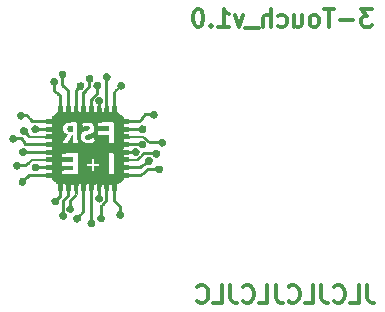
<source format=gbr>
%TF.GenerationSoftware,KiCad,Pcbnew,(6.0.2)*%
%TF.CreationDate,2022-06-07T19:59:20+02:00*%
%TF.ProjectId,touch,746f7563-682e-46b6-9963-61645f706362,rev?*%
%TF.SameCoordinates,Original*%
%TF.FileFunction,Legend,Bot*%
%TF.FilePolarity,Positive*%
%FSLAX46Y46*%
G04 Gerber Fmt 4.6, Leading zero omitted, Abs format (unit mm)*
G04 Created by KiCad (PCBNEW (6.0.2)) date 2022-06-07 19:59:20*
%MOMM*%
%LPD*%
G01*
G04 APERTURE LIST*
%ADD10C,0.300000*%
%ADD11C,0.010000*%
G04 APERTURE END LIST*
D10*
X7353142Y11997428D02*
X6424571Y11997428D01*
X6924571Y11426000D01*
X6710285Y11426000D01*
X6567428Y11354571D01*
X6496000Y11283142D01*
X6424571Y11140285D01*
X6424571Y10783142D01*
X6496000Y10640285D01*
X6567428Y10568857D01*
X6710285Y10497428D01*
X7138857Y10497428D01*
X7281714Y10568857D01*
X7353142Y10640285D01*
X5781714Y11068857D02*
X4638857Y11068857D01*
X4138857Y11997428D02*
X3281714Y11997428D01*
X3710285Y10497428D02*
X3710285Y11997428D01*
X2567428Y10497428D02*
X2710285Y10568857D01*
X2781714Y10640285D01*
X2853142Y10783142D01*
X2853142Y11211714D01*
X2781714Y11354571D01*
X2710285Y11426000D01*
X2567428Y11497428D01*
X2353142Y11497428D01*
X2210285Y11426000D01*
X2138857Y11354571D01*
X2067428Y11211714D01*
X2067428Y10783142D01*
X2138857Y10640285D01*
X2210285Y10568857D01*
X2353142Y10497428D01*
X2567428Y10497428D01*
X781714Y11497428D02*
X781714Y10497428D01*
X1424571Y11497428D02*
X1424571Y10711714D01*
X1353142Y10568857D01*
X1210285Y10497428D01*
X996000Y10497428D01*
X853142Y10568857D01*
X781714Y10640285D01*
X-575428Y10568857D02*
X-432571Y10497428D01*
X-146857Y10497428D01*
X-3999Y10568857D01*
X67428Y10640285D01*
X138857Y10783142D01*
X138857Y11211714D01*
X67428Y11354571D01*
X-3999Y11426000D01*
X-146857Y11497428D01*
X-432571Y11497428D01*
X-575428Y11426000D01*
X-1218285Y10497428D02*
X-1218285Y11997428D01*
X-1861142Y10497428D02*
X-1861142Y11283142D01*
X-1789714Y11426000D01*
X-1646857Y11497428D01*
X-1432571Y11497428D01*
X-1289714Y11426000D01*
X-1218285Y11354571D01*
X-2218285Y10354571D02*
X-3361142Y10354571D01*
X-3575428Y11497428D02*
X-3932571Y10497428D01*
X-4289714Y11497428D01*
X-5646857Y10497428D02*
X-4789714Y10497428D01*
X-5218285Y10497428D02*
X-5218285Y11997428D01*
X-5075428Y11783142D01*
X-4932571Y11640285D01*
X-4789714Y11568857D01*
X-6289714Y10640285D02*
X-6361142Y10568857D01*
X-6289714Y10497428D01*
X-6218285Y10568857D01*
X-6289714Y10640285D01*
X-6289714Y10497428D01*
X-7289714Y11997428D02*
X-7432571Y11997428D01*
X-7575428Y11926000D01*
X-7646857Y11854571D01*
X-7718285Y11711714D01*
X-7789714Y11426000D01*
X-7789714Y11068857D01*
X-7718285Y10783142D01*
X-7646857Y10640285D01*
X-7575428Y10568857D01*
X-7432571Y10497428D01*
X-7289714Y10497428D01*
X-7146857Y10568857D01*
X-7075428Y10640285D01*
X-7003999Y10783142D01*
X-6932571Y11068857D01*
X-6932571Y11426000D01*
X-7003999Y11711714D01*
X-7075428Y11854571D01*
X-7146857Y11926000D01*
X-7289714Y11997428D01*
X6928571Y-11370571D02*
X6928571Y-12442000D01*
X6999999Y-12656285D01*
X7142857Y-12799142D01*
X7357142Y-12870571D01*
X7499999Y-12870571D01*
X5499999Y-12870571D02*
X6214285Y-12870571D01*
X6214285Y-11370571D01*
X4142857Y-12727714D02*
X4214285Y-12799142D01*
X4428571Y-12870571D01*
X4571428Y-12870571D01*
X4785714Y-12799142D01*
X4928571Y-12656285D01*
X4999999Y-12513428D01*
X5071428Y-12227714D01*
X5071428Y-12013428D01*
X4999999Y-11727714D01*
X4928571Y-11584857D01*
X4785714Y-11442000D01*
X4571428Y-11370571D01*
X4428571Y-11370571D01*
X4214285Y-11442000D01*
X4142857Y-11513428D01*
X3071428Y-11370571D02*
X3071428Y-12442000D01*
X3142857Y-12656285D01*
X3285714Y-12799142D01*
X3499999Y-12870571D01*
X3642857Y-12870571D01*
X1642857Y-12870571D02*
X2357142Y-12870571D01*
X2357142Y-11370571D01*
X285714Y-12727714D02*
X357142Y-12799142D01*
X571428Y-12870571D01*
X714285Y-12870571D01*
X928571Y-12799142D01*
X1071428Y-12656285D01*
X1142857Y-12513428D01*
X1214285Y-12227714D01*
X1214285Y-12013428D01*
X1142857Y-11727714D01*
X1071428Y-11584857D01*
X928571Y-11442000D01*
X714285Y-11370571D01*
X571428Y-11370571D01*
X357142Y-11442000D01*
X285714Y-11513428D01*
X-785714Y-11370571D02*
X-785714Y-12442000D01*
X-714285Y-12656285D01*
X-571428Y-12799142D01*
X-357142Y-12870571D01*
X-214285Y-12870571D01*
X-2214285Y-12870571D02*
X-1500000Y-12870571D01*
X-1500000Y-11370571D01*
X-3571428Y-12727714D02*
X-3500000Y-12799142D01*
X-3285714Y-12870571D01*
X-3142857Y-12870571D01*
X-2928571Y-12799142D01*
X-2785714Y-12656285D01*
X-2714285Y-12513428D01*
X-2642857Y-12227714D01*
X-2642857Y-12013428D01*
X-2714285Y-11727714D01*
X-2785714Y-11584857D01*
X-2928571Y-11442000D01*
X-3142857Y-11370571D01*
X-3285714Y-11370571D01*
X-3500000Y-11442000D01*
X-3571428Y-11513428D01*
X-4642857Y-11370571D02*
X-4642857Y-12442000D01*
X-4571428Y-12656285D01*
X-4428571Y-12799142D01*
X-4214285Y-12870571D01*
X-4071428Y-12870571D01*
X-6071428Y-12870571D02*
X-5357142Y-12870571D01*
X-5357142Y-11370571D01*
X-7428571Y-12727714D02*
X-7357142Y-12799142D01*
X-7142857Y-12870571D01*
X-7000000Y-12870571D01*
X-6785714Y-12799142D01*
X-6642857Y-12656285D01*
X-6571428Y-12513428D01*
X-6500000Y-12227714D01*
X-6500000Y-12013428D01*
X-6571428Y-11727714D01*
X-6642857Y-11584857D01*
X-6785714Y-11442000D01*
X-7000000Y-11370571D01*
X-7142857Y-11370571D01*
X-7357142Y-11442000D01*
X-7428571Y-11513428D01*
D11*
%TO.C,G\u002A\u002A\u002A*%
X-18213255Y2111213D02*
X-18279698Y2096284D01*
X-18279698Y2096284D02*
X-18334682Y2076391D01*
X-18334682Y2076391D02*
X-18357669Y2063063D01*
X-18357669Y2063063D02*
X-18392181Y2023466D01*
X-18392181Y2023466D02*
X-18419566Y1966731D01*
X-18419566Y1966731D02*
X-18435887Y1903764D01*
X-18435887Y1903764D02*
X-18437207Y1845467D01*
X-18437207Y1845467D02*
X-18436918Y1843546D01*
X-18436918Y1843546D02*
X-18416163Y1768147D01*
X-18416163Y1768147D02*
X-18379349Y1711890D01*
X-18379349Y1711890D02*
X-18323988Y1672897D01*
X-18323988Y1672897D02*
X-18247592Y1649287D01*
X-18247592Y1649287D02*
X-18167591Y1640094D01*
X-18167591Y1640094D02*
X-18105535Y1637986D01*
X-18105535Y1637986D02*
X-18066384Y1640518D01*
X-18066384Y1640518D02*
X-18045124Y1648197D01*
X-18045124Y1648197D02*
X-18040436Y1652919D01*
X-18040436Y1652919D02*
X-18035659Y1673236D01*
X-18035659Y1673236D02*
X-18031691Y1716483D01*
X-18031691Y1716483D02*
X-18028825Y1777372D01*
X-18028825Y1777372D02*
X-18027354Y1850614D01*
X-18027354Y1850614D02*
X-18027235Y1890889D01*
X-18027235Y1890889D02*
X-18027835Y2109611D01*
X-18027835Y2109611D02*
X-18087916Y2117689D01*
X-18087916Y2117689D02*
X-18145834Y2119056D01*
X-18145834Y2119056D02*
X-18213255Y2111213D01*
X-18213255Y2111213D02*
X-18213255Y2111213D01*
G36*
X-18087916Y2117689D02*
G01*
X-18027835Y2109611D01*
X-18027235Y1890889D01*
X-18027354Y1850614D01*
X-18028825Y1777372D01*
X-18031691Y1716483D01*
X-18035659Y1673236D01*
X-18040436Y1652919D01*
X-18045124Y1648197D01*
X-18066384Y1640518D01*
X-18105535Y1637986D01*
X-18167591Y1640094D01*
X-18247592Y1649287D01*
X-18323988Y1672897D01*
X-18379349Y1711890D01*
X-18416163Y1768147D01*
X-18436918Y1843546D01*
X-18437207Y1845467D01*
X-18435887Y1903764D01*
X-18419566Y1966731D01*
X-18392181Y2023466D01*
X-18357669Y2063063D01*
X-18334682Y2076391D01*
X-18279698Y2096284D01*
X-18213255Y2111213D01*
X-18145834Y2119056D01*
X-18087916Y2117689D01*
G37*
X-18087916Y2117689D02*
X-18027835Y2109611D01*
X-18027235Y1890889D01*
X-18027354Y1850614D01*
X-18028825Y1777372D01*
X-18031691Y1716483D01*
X-18035659Y1673236D01*
X-18040436Y1652919D01*
X-18045124Y1648197D01*
X-18066384Y1640518D01*
X-18105535Y1637986D01*
X-18167591Y1640094D01*
X-18247592Y1649287D01*
X-18323988Y1672897D01*
X-18379349Y1711890D01*
X-18416163Y1768147D01*
X-18436918Y1843546D01*
X-18437207Y1845467D01*
X-18435887Y1903764D01*
X-18419566Y1966731D01*
X-18392181Y2023466D01*
X-18357669Y2063063D01*
X-18334682Y2076391D01*
X-18279698Y2096284D01*
X-18213255Y2111213D01*
X-18145834Y2119056D01*
X-18087916Y2117689D01*
X-18933105Y6792961D02*
X-19011654Y6768340D01*
X-19011654Y6768340D02*
X-19072073Y6728311D01*
X-19072073Y6728311D02*
X-19116612Y6683111D01*
X-19116612Y6683111D02*
X-19145618Y6636057D01*
X-19145618Y6636057D02*
X-19161481Y6580093D01*
X-19161481Y6580093D02*
X-19166593Y6508164D01*
X-19166593Y6508164D02*
X-19165425Y6452797D01*
X-19165425Y6452797D02*
X-19149070Y6390191D01*
X-19149070Y6390191D02*
X-19106792Y6328639D01*
X-19106792Y6328639D02*
X-19040823Y6271126D01*
X-19040823Y6271126D02*
X-19018308Y6256087D01*
X-19018308Y6256087D02*
X-18964255Y6221965D01*
X-18964255Y6221965D02*
X-18971009Y5888397D01*
X-18971009Y5888397D02*
X-18977764Y5554830D01*
X-18977764Y5554830D02*
X-18897465Y5475844D01*
X-18897465Y5475844D02*
X-18858520Y5438180D01*
X-18858520Y5438180D02*
X-18804668Y5386986D01*
X-18804668Y5386986D02*
X-18741798Y5327814D01*
X-18741798Y5327814D02*
X-18675794Y5266217D01*
X-18675794Y5266217D02*
X-18644306Y5237030D01*
X-18644306Y5237030D02*
X-18471445Y5077201D01*
X-18471445Y5077201D02*
X-18471445Y3783652D01*
X-18471445Y3783652D02*
X-18510250Y3779187D01*
X-18510250Y3779187D02*
X-18549056Y3774722D01*
X-18549056Y3774722D02*
X-18551812Y3541889D01*
X-18551812Y3541889D02*
X-18552782Y3462756D01*
X-18552782Y3462756D02*
X-18553699Y3392958D01*
X-18553699Y3392958D02*
X-18554491Y3337629D01*
X-18554491Y3337629D02*
X-18555085Y3301899D01*
X-18555085Y3301899D02*
X-18555340Y3291417D01*
X-18555340Y3291417D02*
X-18568658Y3283621D01*
X-18568658Y3283621D02*
X-18603273Y3277912D01*
X-18603273Y3277912D02*
X-18652334Y3274327D01*
X-18652334Y3274327D02*
X-18708992Y3272900D01*
X-18708992Y3272900D02*
X-18766396Y3273666D01*
X-18766396Y3273666D02*
X-18817694Y3276660D01*
X-18817694Y3276660D02*
X-18856038Y3281919D01*
X-18856038Y3281919D02*
X-18874576Y3289476D01*
X-18874576Y3289476D02*
X-18874777Y3289775D01*
X-18874777Y3289775D02*
X-18877921Y3308754D01*
X-18877921Y3308754D02*
X-18880099Y3349850D01*
X-18880099Y3349850D02*
X-18881356Y3406975D01*
X-18881356Y3406975D02*
X-18881735Y3474042D01*
X-18881735Y3474042D02*
X-18881278Y3544964D01*
X-18881278Y3544964D02*
X-18880031Y3613652D01*
X-18880031Y3613652D02*
X-18878035Y3674020D01*
X-18878035Y3674020D02*
X-18875336Y3719980D01*
X-18875336Y3719980D02*
X-18871976Y3745444D01*
X-18871976Y3745444D02*
X-18871507Y3746896D01*
X-18871507Y3746896D02*
X-18877446Y3762950D01*
X-18877446Y3762950D02*
X-18910195Y3774534D01*
X-18910195Y3774534D02*
X-18914765Y3775432D01*
X-18914765Y3775432D02*
X-18965333Y3784919D01*
X-18965333Y3784919D02*
X-18965333Y4249153D01*
X-18965333Y4249153D02*
X-18965435Y4376629D01*
X-18965435Y4376629D02*
X-18965840Y4478824D01*
X-18965840Y4478824D02*
X-18966697Y4558678D01*
X-18966697Y4558678D02*
X-18968157Y4619131D01*
X-18968157Y4619131D02*
X-18970370Y4663123D01*
X-18970370Y4663123D02*
X-18973486Y4693596D01*
X-18973486Y4693596D02*
X-18977655Y4713488D01*
X-18977655Y4713488D02*
X-18983025Y4725741D01*
X-18983025Y4725741D02*
X-18989748Y4733294D01*
X-18989748Y4733294D02*
X-18990028Y4733524D01*
X-18990028Y4733524D02*
X-19011553Y4750995D01*
X-19011553Y4750995D02*
X-19048711Y4781076D01*
X-19048711Y4781076D02*
X-19095179Y4818651D01*
X-19095179Y4818651D02*
X-19120556Y4839156D01*
X-19120556Y4839156D02*
X-19174420Y4883213D01*
X-19174420Y4883213D02*
X-19240868Y4938369D01*
X-19240868Y4938369D02*
X-19311114Y4997294D01*
X-19311114Y4997294D02*
X-19371028Y5048097D01*
X-19371028Y5048097D02*
X-19515667Y5171543D01*
X-19515667Y5171543D02*
X-19515667Y5583781D01*
X-19515667Y5583781D02*
X-19444393Y5628088D01*
X-19444393Y5628088D02*
X-19383335Y5679568D01*
X-19383335Y5679568D02*
X-19337726Y5745157D01*
X-19337726Y5745157D02*
X-19311473Y5817422D01*
X-19311473Y5817422D02*
X-19308232Y5887146D01*
X-19308232Y5887146D02*
X-19328319Y5954584D01*
X-19328319Y5954584D02*
X-19367234Y6023819D01*
X-19367234Y6023819D02*
X-19418344Y6084477D01*
X-19418344Y6084477D02*
X-19452481Y6112702D01*
X-19452481Y6112702D02*
X-19518542Y6143477D01*
X-19518542Y6143477D02*
X-19592763Y6154114D01*
X-19592763Y6154114D02*
X-19669028Y6146405D01*
X-19669028Y6146405D02*
X-19741220Y6122140D01*
X-19741220Y6122140D02*
X-19803223Y6083111D01*
X-19803223Y6083111D02*
X-19848920Y6031107D01*
X-19848920Y6031107D02*
X-19866930Y5991367D01*
X-19866930Y5991367D02*
X-19887864Y5891942D01*
X-19887864Y5891942D02*
X-19884848Y5806285D01*
X-19884848Y5806285D02*
X-19856983Y5731881D01*
X-19856983Y5731881D02*
X-19803369Y5666213D01*
X-19803369Y5666213D02*
X-19731245Y5611802D01*
X-19731245Y5611802D02*
X-19668106Y5572105D01*
X-19668106Y5572105D02*
X-19673025Y5325068D01*
X-19673025Y5325068D02*
X-19674625Y5235838D01*
X-19674625Y5235838D02*
X-19675101Y5170686D01*
X-19675101Y5170686D02*
X-19674098Y5125478D01*
X-19674098Y5125478D02*
X-19671261Y5096080D01*
X-19671261Y5096080D02*
X-19666235Y5078359D01*
X-19666235Y5078359D02*
X-19658666Y5068179D01*
X-19658666Y5068179D02*
X-19650511Y5062670D01*
X-19650511Y5062670D02*
X-19624386Y5044598D01*
X-19624386Y5044598D02*
X-19587892Y5015367D01*
X-19587892Y5015367D02*
X-19565845Y4996314D01*
X-19565845Y4996314D02*
X-19529199Y4964644D01*
X-19529199Y4964644D02*
X-19478802Y4922371D01*
X-19478802Y4922371D02*
X-19422993Y4876454D01*
X-19422993Y4876454D02*
X-19395722Y4854350D01*
X-19395722Y4854350D02*
X-19347923Y4815649D01*
X-19347923Y4815649D02*
X-19308684Y4783532D01*
X-19308684Y4783532D02*
X-19283001Y4762108D01*
X-19283001Y4762108D02*
X-19275778Y4755692D01*
X-19275778Y4755692D02*
X-19262030Y4743410D01*
X-19262030Y4743410D02*
X-19232793Y4718627D01*
X-19232793Y4718627D02*
X-19194639Y4686909D01*
X-19194639Y4686909D02*
X-19120556Y4625816D01*
X-19120556Y4625816D02*
X-19120556Y3794421D01*
X-19120556Y3794421D02*
X-19162889Y3779663D01*
X-19162889Y3779663D02*
X-19205222Y3764906D01*
X-19205222Y3764906D02*
X-19205222Y3527348D01*
X-19205222Y3527348D02*
X-19205440Y3439969D01*
X-19205440Y3439969D02*
X-19206381Y3376732D01*
X-19206381Y3376732D02*
X-19208481Y3333557D01*
X-19208481Y3333557D02*
X-19212173Y3306365D01*
X-19212173Y3306365D02*
X-19217891Y3291076D01*
X-19217891Y3291076D02*
X-19226070Y3283613D01*
X-19226070Y3283613D02*
X-19231381Y3281488D01*
X-19231381Y3281488D02*
X-19255120Y3269097D01*
X-19255120Y3269097D02*
X-19293037Y3244277D01*
X-19293037Y3244277D02*
X-19337259Y3212210D01*
X-19337259Y3212210D02*
X-19340742Y3209556D01*
X-19340742Y3209556D02*
X-19384310Y3176386D01*
X-19384310Y3176386D02*
X-19443055Y3131866D01*
X-19443055Y3131866D02*
X-19509585Y3081589D01*
X-19509585Y3081589D02*
X-19576507Y3031148D01*
X-19576507Y3031148D02*
X-19582695Y3026492D01*
X-19582695Y3026492D02*
X-19644284Y2978492D01*
X-19644284Y2978492D02*
X-19693745Y2936642D01*
X-19693745Y2936642D02*
X-19727573Y2904102D01*
X-19727573Y2904102D02*
X-19742263Y2884033D01*
X-19742263Y2884033D02*
X-19742600Y2882278D01*
X-19742600Y2882278D02*
X-19742883Y2854800D01*
X-19742883Y2854800D02*
X-19742376Y2810655D01*
X-19742376Y2810655D02*
X-19741643Y2777370D01*
X-19741643Y2777370D02*
X-19742131Y2729158D01*
X-19742131Y2729158D02*
X-19748185Y2701152D01*
X-19748185Y2701152D02*
X-19761873Y2685556D01*
X-19761873Y2685556D02*
X-19766759Y2682667D01*
X-19766759Y2682667D02*
X-19791540Y2677251D01*
X-19791540Y2677251D02*
X-19840217Y2673339D01*
X-19840217Y2673339D02*
X-19908494Y2671132D01*
X-19908494Y2671132D02*
X-19992076Y2670832D01*
X-19992076Y2670832D02*
X-20014660Y2671075D01*
X-20014660Y2671075D02*
X-20097890Y2672084D01*
X-20097890Y2672084D02*
X-20157019Y2672152D01*
X-20157019Y2672152D02*
X-20196167Y2670758D01*
X-20196167Y2670758D02*
X-20219454Y2667380D01*
X-20219454Y2667380D02*
X-20230998Y2661497D01*
X-20230998Y2661497D02*
X-20234918Y2652588D01*
X-20234918Y2652588D02*
X-20235334Y2643138D01*
X-20235334Y2643138D02*
X-20241096Y2614679D01*
X-20241096Y2614679D02*
X-20249426Y2603512D01*
X-20249426Y2603512D02*
X-20266881Y2601218D01*
X-20266881Y2601218D02*
X-20308865Y2599233D01*
X-20308865Y2599233D02*
X-20371689Y2597559D01*
X-20371689Y2597559D02*
X-20451661Y2596197D01*
X-20451661Y2596197D02*
X-20545091Y2595149D01*
X-20545091Y2595149D02*
X-20648287Y2594417D01*
X-20648287Y2594417D02*
X-20757559Y2594004D01*
X-20757559Y2594004D02*
X-20869216Y2593910D01*
X-20869216Y2593910D02*
X-20979567Y2594139D01*
X-20979567Y2594139D02*
X-21084922Y2594691D01*
X-21084922Y2594691D02*
X-21181590Y2595568D01*
X-21181590Y2595568D02*
X-21265879Y2596773D01*
X-21265879Y2596773D02*
X-21334100Y2598308D01*
X-21334100Y2598308D02*
X-21382561Y2600173D01*
X-21382561Y2600173D02*
X-21407571Y2602372D01*
X-21407571Y2602372D02*
X-21409612Y2602922D01*
X-21409612Y2602922D02*
X-21427591Y2617440D01*
X-21427591Y2617440D02*
X-21458716Y2649404D01*
X-21458716Y2649404D02*
X-21498638Y2694115D01*
X-21498638Y2694115D02*
X-21543005Y2746874D01*
X-21543005Y2746874D02*
X-21543667Y2747684D01*
X-21543667Y2747684D02*
X-21596658Y2812574D01*
X-21596658Y2812574D02*
X-21653051Y2881650D01*
X-21653051Y2881650D02*
X-21705036Y2945344D01*
X-21705036Y2945344D02*
X-21735433Y2982600D01*
X-21735433Y2982600D02*
X-21774160Y3028540D01*
X-21774160Y3028540D02*
X-21808433Y3066444D01*
X-21808433Y3066444D02*
X-21832939Y3090547D01*
X-21832939Y3090547D02*
X-21839366Y3095356D01*
X-21839366Y3095356D02*
X-21862509Y3100140D01*
X-21862509Y3100140D02*
X-21906291Y3102739D01*
X-21906291Y3102739D02*
X-21963192Y3102840D01*
X-21963192Y3102840D02*
X-21995388Y3101807D01*
X-21995388Y3101807D02*
X-22129411Y3095945D01*
X-22129411Y3095945D02*
X-22164886Y3153111D01*
X-22164886Y3153111D02*
X-22215462Y3219884D01*
X-22215462Y3219884D02*
X-22274056Y3265268D01*
X-22274056Y3265268D02*
X-22347655Y3295555D01*
X-22347655Y3295555D02*
X-22402744Y3308545D01*
X-22402744Y3308545D02*
X-22446934Y3308774D01*
X-22446934Y3308774D02*
X-22474655Y3302937D01*
X-22474655Y3302937D02*
X-22563584Y3265441D01*
X-22563584Y3265441D02*
X-22634477Y3207739D01*
X-22634477Y3207739D02*
X-22684802Y3132309D01*
X-22684802Y3132309D02*
X-22704376Y3078432D01*
X-22704376Y3078432D02*
X-22711087Y3002153D01*
X-22711087Y3002153D02*
X-22693811Y2927014D01*
X-22693811Y2927014D02*
X-22656578Y2857579D01*
X-22656578Y2857579D02*
X-22603414Y2798411D01*
X-22603414Y2798411D02*
X-22538348Y2754074D01*
X-22538348Y2754074D02*
X-22465406Y2729131D01*
X-22465406Y2729131D02*
X-22394452Y2727283D01*
X-22394452Y2727283D02*
X-22319328Y2749290D01*
X-22319328Y2749290D02*
X-22247610Y2791214D01*
X-22247610Y2791214D02*
X-22189484Y2846461D01*
X-22189484Y2846461D02*
X-22172032Y2871290D01*
X-22172032Y2871290D02*
X-22147284Y2908222D01*
X-22147284Y2908222D02*
X-22123602Y2927349D01*
X-22123602Y2927349D02*
X-22089323Y2936052D01*
X-22089323Y2936052D02*
X-22065473Y2938713D01*
X-22065473Y2938713D02*
X-22008299Y2940271D01*
X-22008299Y2940271D02*
X-21954047Y2935115D01*
X-21954047Y2935115D02*
X-21911100Y2924599D01*
X-21911100Y2924599D02*
X-21887837Y2910076D01*
X-21887837Y2910076D02*
X-21887797Y2910014D01*
X-21887797Y2910014D02*
X-21869567Y2885316D01*
X-21869567Y2885316D02*
X-21837903Y2845644D01*
X-21837903Y2845644D02*
X-21796058Y2794797D01*
X-21796058Y2794797D02*
X-21747288Y2736575D01*
X-21747288Y2736575D02*
X-21694848Y2674775D01*
X-21694848Y2674775D02*
X-21641990Y2613198D01*
X-21641990Y2613198D02*
X-21591971Y2555640D01*
X-21591971Y2555640D02*
X-21548045Y2505903D01*
X-21548045Y2505903D02*
X-21513466Y2467784D01*
X-21513466Y2467784D02*
X-21491488Y2445082D01*
X-21491488Y2445082D02*
X-21485462Y2440389D01*
X-21485462Y2440389D02*
X-21468501Y2440152D01*
X-21468501Y2440152D02*
X-21426298Y2439815D01*
X-21426298Y2439815D02*
X-21361833Y2439394D01*
X-21361833Y2439394D02*
X-21278084Y2438906D01*
X-21278084Y2438906D02*
X-21178032Y2438369D01*
X-21178032Y2438369D02*
X-21064657Y2437798D01*
X-21064657Y2437798D02*
X-20940938Y2437212D01*
X-20940938Y2437212D02*
X-20863417Y2436861D01*
X-20863417Y2436861D02*
X-20256779Y2434167D01*
X-20256779Y2434167D02*
X-20249433Y2391833D01*
X-20249433Y2391833D02*
X-20242087Y2349500D01*
X-20242087Y2349500D02*
X-20009405Y2346452D01*
X-20009405Y2346452D02*
X-19930111Y2345400D01*
X-19930111Y2345400D02*
X-19859972Y2344445D01*
X-19859972Y2344445D02*
X-19804178Y2343660D01*
X-19804178Y2343660D02*
X-19767919Y2343117D01*
X-19767919Y2343117D02*
X-19757109Y2342924D01*
X-19757109Y2342924D02*
X-19745846Y2335986D01*
X-19745846Y2335986D02*
X-19742176Y2312250D01*
X-19742176Y2312250D02*
X-19744984Y2268361D01*
X-19744984Y2268361D02*
X-19747236Y2207884D01*
X-19747236Y2207884D02*
X-19743984Y2144150D01*
X-19743984Y2144150D02*
X-19741415Y2123722D01*
X-19741415Y2123722D02*
X-19736124Y2086003D01*
X-19736124Y2086003D02*
X-19736078Y2058185D01*
X-19736078Y2058185D02*
X-19744740Y2038876D01*
X-19744740Y2038876D02*
X-19765573Y2026680D01*
X-19765573Y2026680D02*
X-19802039Y2020203D01*
X-19802039Y2020203D02*
X-19857601Y2018050D01*
X-19857601Y2018050D02*
X-19935721Y2018827D01*
X-19935721Y2018827D02*
X-19998466Y2020202D01*
X-19998466Y2020202D02*
X-20085145Y2022101D01*
X-20085145Y2022101D02*
X-20147584Y2022919D01*
X-20147584Y2022919D02*
X-20189760Y2022221D01*
X-20189760Y2022221D02*
X-20215647Y2019573D01*
X-20215647Y2019573D02*
X-20229221Y2014544D01*
X-20229221Y2014544D02*
X-20234458Y2006698D01*
X-20234458Y2006698D02*
X-20235333Y1995602D01*
X-20235333Y1995602D02*
X-20235333Y1994372D01*
X-20235333Y1994372D02*
X-20240644Y1966045D01*
X-20240644Y1966045D02*
X-20248501Y1954972D01*
X-20248501Y1954972D02*
X-20265818Y1952611D01*
X-20265818Y1952611D02*
X-20307229Y1950419D01*
X-20307229Y1950419D02*
X-20368601Y1948506D01*
X-20368601Y1948506D02*
X-20445807Y1946987D01*
X-20445807Y1946987D02*
X-20534716Y1945974D01*
X-20534716Y1945974D02*
X-20589846Y1945663D01*
X-20589846Y1945663D02*
X-20695062Y1945445D01*
X-20695062Y1945445D02*
X-20775605Y1945801D01*
X-20775605Y1945801D02*
X-20835018Y1946979D01*
X-20835018Y1946979D02*
X-20876848Y1949225D01*
X-20876848Y1949225D02*
X-20904640Y1952786D01*
X-20904640Y1952786D02*
X-20921941Y1957908D01*
X-20921941Y1957908D02*
X-20932296Y1964838D01*
X-20932296Y1964838D02*
X-20936512Y1969776D01*
X-20936512Y1969776D02*
X-20951504Y1996875D01*
X-20951504Y1996875D02*
X-20955000Y2010890D01*
X-20955000Y2010890D02*
X-20966112Y2033217D01*
X-20966112Y2033217D02*
X-20994875Y2063381D01*
X-20994875Y2063381D02*
X-21034428Y2095232D01*
X-21034428Y2095232D02*
X-21077910Y2122618D01*
X-21077910Y2122618D02*
X-21082000Y2124766D01*
X-21082000Y2124766D02*
X-21151166Y2146270D01*
X-21151166Y2146270D02*
X-21229461Y2148174D01*
X-21229461Y2148174D02*
X-21305962Y2130732D01*
X-21305962Y2130732D02*
X-21332661Y2118892D01*
X-21332661Y2118892D02*
X-21394247Y2073670D01*
X-21394247Y2073670D02*
X-21447626Y2010043D01*
X-21447626Y2010043D02*
X-21485090Y1937824D01*
X-21485090Y1937824D02*
X-21492072Y1915955D01*
X-21492072Y1915955D02*
X-21497391Y1845304D01*
X-21497391Y1845304D02*
X-21479138Y1773596D01*
X-21479138Y1773596D02*
X-21441345Y1705643D01*
X-21441345Y1705643D02*
X-21388043Y1646260D01*
X-21388043Y1646260D02*
X-21323264Y1600263D01*
X-21323264Y1600263D02*
X-21251040Y1572464D01*
X-21251040Y1572464D02*
X-21199335Y1566412D01*
X-21199335Y1566412D02*
X-21138968Y1577756D01*
X-21138968Y1577756D02*
X-21073559Y1608472D01*
X-21073559Y1608472D02*
X-21011595Y1653164D01*
X-21011595Y1653164D02*
X-20961566Y1706438D01*
X-20961566Y1706438D02*
X-20948665Y1725744D01*
X-20948665Y1725744D02*
X-20915282Y1781724D01*
X-20915282Y1781724D02*
X-20582362Y1783390D01*
X-20582362Y1783390D02*
X-20249442Y1785055D01*
X-20249442Y1785055D02*
X-20249443Y1754138D01*
X-20249443Y1754138D02*
X-20243072Y1725256D01*
X-20243072Y1725256D02*
X-20233938Y1713638D01*
X-20233938Y1713638D02*
X-20215200Y1710421D01*
X-20215200Y1710421D02*
X-20173328Y1707670D01*
X-20173328Y1707670D02*
X-20113412Y1705581D01*
X-20113412Y1705581D02*
X-20040539Y1704350D01*
X-20040539Y1704350D02*
X-19986809Y1704103D01*
X-19986809Y1704103D02*
X-19907263Y1703348D01*
X-19907263Y1703348D02*
X-19838912Y1701217D01*
X-19838912Y1701217D02*
X-19786432Y1697970D01*
X-19786432Y1697970D02*
X-19754496Y1693862D01*
X-19754496Y1693862D02*
X-19746992Y1690893D01*
X-19746992Y1690893D02*
X-19742970Y1671281D01*
X-19742970Y1671281D02*
X-19739478Y1631306D01*
X-19739478Y1631306D02*
X-19736752Y1578827D01*
X-19736752Y1578827D02*
X-19735026Y1521701D01*
X-19735026Y1521701D02*
X-19734532Y1467787D01*
X-19734532Y1467787D02*
X-19735506Y1424943D01*
X-19735506Y1424943D02*
X-19738181Y1401027D01*
X-19738181Y1401027D02*
X-19738343Y1400528D01*
X-19738343Y1400528D02*
X-19748420Y1393690D01*
X-19748420Y1393690D02*
X-19775119Y1388708D01*
X-19775119Y1388708D02*
X-19821295Y1385381D01*
X-19821295Y1385381D02*
X-19889805Y1383509D01*
X-19889805Y1383509D02*
X-19983503Y1382890D01*
X-19983503Y1382890D02*
X-19989495Y1382889D01*
X-19989495Y1382889D02*
X-20234526Y1382889D01*
X-20234526Y1382889D02*
X-20246404Y1337028D01*
X-20246404Y1337028D02*
X-20258281Y1291167D01*
X-20258281Y1291167D02*
X-20965142Y1286850D01*
X-20965142Y1286850D02*
X-21672002Y1282533D01*
X-21672002Y1282533D02*
X-21783947Y1420905D01*
X-21783947Y1420905D02*
X-21895892Y1559278D01*
X-21895892Y1559278D02*
X-21889465Y1680421D01*
X-21889465Y1680421D02*
X-21886992Y1741078D01*
X-21886992Y1741078D02*
X-21888326Y1782269D01*
X-21888326Y1782269D02*
X-21894941Y1812652D01*
X-21894941Y1812652D02*
X-21908306Y1840885D01*
X-21908306Y1840885D02*
X-21920003Y1860120D01*
X-21920003Y1860120D02*
X-21972357Y1919899D01*
X-21972357Y1919899D02*
X-22039759Y1962986D01*
X-22039759Y1962986D02*
X-22115590Y1987558D01*
X-22115590Y1987558D02*
X-22193229Y1991792D01*
X-22193229Y1991792D02*
X-22266057Y1973866D01*
X-22266057Y1973866D02*
X-22289499Y1961831D01*
X-22289499Y1961831D02*
X-22364622Y1908910D01*
X-22364622Y1908910D02*
X-22414335Y1853444D01*
X-22414335Y1853444D02*
X-22441363Y1790671D01*
X-22441363Y1790671D02*
X-22448430Y1715831D01*
X-22448430Y1715831D02*
X-22446790Y1687019D01*
X-22446790Y1687019D02*
X-22433811Y1607073D01*
X-22433811Y1607073D02*
X-22408072Y1546561D01*
X-22408072Y1546561D02*
X-22365401Y1498031D01*
X-22365401Y1498031D02*
X-22323998Y1467697D01*
X-22323998Y1467697D02*
X-22276788Y1442558D01*
X-22276788Y1442558D02*
X-22225943Y1427721D01*
X-22225943Y1427721D02*
X-22164485Y1422187D01*
X-22164485Y1422187D02*
X-22085436Y1424961D01*
X-22085436Y1424961D02*
X-22047283Y1428178D01*
X-22047283Y1428178D02*
X-22028242Y1428172D01*
X-22028242Y1428172D02*
X-22010180Y1421995D01*
X-22010180Y1421995D02*
X-21989275Y1406274D01*
X-21989275Y1406274D02*
X-21961705Y1377632D01*
X-21961705Y1377632D02*
X-21923650Y1332693D01*
X-21923650Y1332693D02*
X-21884193Y1284111D01*
X-21884193Y1284111D02*
X-21764765Y1135944D01*
X-21764765Y1135944D02*
X-21007105Y1132294D01*
X-21007105Y1132294D02*
X-20841710Y1131472D01*
X-20841710Y1131472D02*
X-20702315Y1130671D01*
X-20702315Y1130671D02*
X-20586698Y1129800D01*
X-20586698Y1129800D02*
X-20492637Y1128767D01*
X-20492637Y1128767D02*
X-20417910Y1127480D01*
X-20417910Y1127480D02*
X-20360295Y1125847D01*
X-20360295Y1125847D02*
X-20317570Y1123777D01*
X-20317570Y1123777D02*
X-20287513Y1121179D01*
X-20287513Y1121179D02*
X-20267902Y1117960D01*
X-20267902Y1117960D02*
X-20256515Y1114029D01*
X-20256515Y1114029D02*
X-20251131Y1109294D01*
X-20251131Y1109294D02*
X-20249526Y1103664D01*
X-20249526Y1103664D02*
X-20249445Y1101041D01*
X-20249445Y1101041D02*
X-20245180Y1079242D01*
X-20245180Y1079242D02*
X-20230174Y1063398D01*
X-20230174Y1063398D02*
X-20201110Y1052871D01*
X-20201110Y1052871D02*
X-20154671Y1047025D01*
X-20154671Y1047025D02*
X-20087538Y1045222D01*
X-20087538Y1045222D02*
X-19996396Y1046825D01*
X-19996396Y1046825D02*
X-19971357Y1047619D01*
X-19971357Y1047619D02*
X-19890541Y1049496D01*
X-19890541Y1049496D02*
X-19823933Y1049383D01*
X-19823933Y1049383D02*
X-19775691Y1047387D01*
X-19775691Y1047387D02*
X-19749973Y1043614D01*
X-19749973Y1043614D02*
X-19747032Y1041848D01*
X-19747032Y1041848D02*
X-19743476Y1022667D01*
X-19743476Y1022667D02*
X-19741021Y983352D01*
X-19741021Y983352D02*
X-19739663Y931295D01*
X-19739663Y931295D02*
X-19739399Y873890D01*
X-19739399Y873890D02*
X-19740226Y818532D01*
X-19740226Y818532D02*
X-19742139Y772615D01*
X-19742139Y772615D02*
X-19745134Y743532D01*
X-19745134Y743532D02*
X-19747189Y737441D01*
X-19747189Y737441D02*
X-19763205Y734778D01*
X-19763205Y734778D02*
X-19802624Y732329D01*
X-19802624Y732329D02*
X-19860625Y730276D01*
X-19860625Y730276D02*
X-19932387Y728802D01*
X-19932387Y728802D02*
X-19991388Y728192D01*
X-19991388Y728192D02*
X-20227809Y726722D01*
X-20227809Y726722D02*
X-20246504Y687808D01*
X-20246504Y687808D02*
X-20265200Y648893D01*
X-20265200Y648893D02*
X-21977218Y656167D01*
X-21977218Y656167D02*
X-22288500Y1127825D01*
X-22288500Y1127825D02*
X-22775684Y1128889D01*
X-22775684Y1128889D02*
X-22823117Y1202972D01*
X-22823117Y1202972D02*
X-22882714Y1275016D01*
X-22882714Y1275016D02*
X-22953475Y1321445D01*
X-22953475Y1321445D02*
X-23036925Y1343166D01*
X-23036925Y1343166D02*
X-23061201Y1344890D01*
X-23061201Y1344890D02*
X-23147416Y1334882D01*
X-23147416Y1334882D02*
X-23224605Y1300818D01*
X-23224605Y1300818D02*
X-23288711Y1246420D01*
X-23288711Y1246420D02*
X-23335676Y1175413D01*
X-23335676Y1175413D02*
X-23361443Y1091522D01*
X-23361443Y1091522D02*
X-23364272Y1066709D01*
X-23364272Y1066709D02*
X-23365051Y1021633D01*
X-23365051Y1021633D02*
X-23357278Y984574D01*
X-23357278Y984574D02*
X-23337516Y943309D01*
X-23337516Y943309D02*
X-23322370Y917778D01*
X-23322370Y917778D02*
X-23265651Y848592D01*
X-23265651Y848592D02*
X-23196691Y801174D01*
X-23196691Y801174D02*
X-23120257Y775630D01*
X-23120257Y775630D02*
X-23041116Y772069D01*
X-23041116Y772069D02*
X-22964034Y790598D01*
X-22964034Y790598D02*
X-22893780Y831323D01*
X-22893780Y831323D02*
X-22835118Y894352D01*
X-22835118Y894352D02*
X-22827049Y906639D01*
X-22827049Y906639D02*
X-22785226Y973667D01*
X-22785226Y973667D02*
X-22592239Y973667D01*
X-22592239Y973667D02*
X-22514564Y973401D01*
X-22514564Y973401D02*
X-22460026Y972119D01*
X-22460026Y972119D02*
X-22423542Y969088D01*
X-22423542Y969088D02*
X-22400031Y963578D01*
X-22400031Y963578D02*
X-22384408Y954860D01*
X-22384408Y954860D02*
X-22371591Y942201D01*
X-22371591Y942201D02*
X-22371340Y941917D01*
X-22371340Y941917D02*
X-22349827Y914420D01*
X-22349827Y914420D02*
X-22317785Y869902D01*
X-22317785Y869902D02*
X-22279845Y815145D01*
X-22279845Y815145D02*
X-22240641Y756930D01*
X-22240641Y756930D02*
X-22204806Y702041D01*
X-22204806Y702041D02*
X-22177514Y658167D01*
X-22177514Y658167D02*
X-22149740Y615648D01*
X-22149740Y615648D02*
X-22121069Y577024D01*
X-22121069Y577024D02*
X-22095627Y543991D01*
X-22095627Y543991D02*
X-22076833Y516660D01*
X-22076833Y516660D02*
X-22072155Y511927D01*
X-22072155Y511927D02*
X-22062909Y507874D01*
X-22062909Y507874D02*
X-22047052Y504446D01*
X-22047052Y504446D02*
X-22022537Y501593D01*
X-22022537Y501593D02*
X-21987318Y499261D01*
X-21987318Y499261D02*
X-21939350Y497396D01*
X-21939350Y497396D02*
X-21876587Y495946D01*
X-21876587Y495946D02*
X-21796983Y494858D01*
X-21796983Y494858D02*
X-21698493Y494080D01*
X-21698493Y494080D02*
X-21579071Y493557D01*
X-21579071Y493557D02*
X-21436672Y493238D01*
X-21436672Y493238D02*
X-21269249Y493069D01*
X-21269249Y493069D02*
X-21163085Y493020D01*
X-21163085Y493020D02*
X-20263447Y492723D01*
X-20263447Y492723D02*
X-20224127Y398617D01*
X-20224127Y398617D02*
X-20007480Y401300D01*
X-20007480Y401300D02*
X-19930095Y401619D01*
X-19930095Y401619D02*
X-19861074Y400714D01*
X-19861074Y400714D02*
X-19806111Y398747D01*
X-19806111Y398747D02*
X-19770898Y395885D01*
X-19770898Y395885D02*
X-19762611Y394217D01*
X-19762611Y394217D02*
X-19750033Y387957D01*
X-19750033Y387957D02*
X-19742283Y376136D01*
X-19742283Y376136D02*
X-19738632Y353374D01*
X-19738632Y353374D02*
X-19738351Y314293D01*
X-19738351Y314293D02*
X-19740711Y253512D01*
X-19740711Y253512D02*
X-19741445Y238087D01*
X-19741445Y238087D02*
X-19748500Y91722D01*
X-19748500Y91722D02*
X-19980323Y87833D01*
X-19980323Y87833D02*
X-20074512Y85666D01*
X-20074512Y85666D02*
X-20144092Y82230D01*
X-20144092Y82230D02*
X-20192670Y76704D01*
X-20192670Y76704D02*
X-20223857Y68264D01*
X-20223857Y68264D02*
X-20241260Y56087D01*
X-20241260Y56087D02*
X-20248489Y39352D01*
X-20248489Y39352D02*
X-20249445Y26494D01*
X-20249445Y26494D02*
X-20250297Y20954D01*
X-20250297Y20954D02*
X-20254264Y16245D01*
X-20254264Y16245D02*
X-20263466Y12299D01*
X-20263466Y12299D02*
X-20280017Y9049D01*
X-20280017Y9049D02*
X-20306037Y6428D01*
X-20306037Y6428D02*
X-20343642Y4368D01*
X-20343642Y4368D02*
X-20394950Y2801D01*
X-20394950Y2801D02*
X-20462079Y1662D01*
X-20462079Y1662D02*
X-20547145Y881D01*
X-20547145Y881D02*
X-20652266Y392D01*
X-20652266Y392D02*
X-20779560Y127D01*
X-20779560Y127D02*
X-20931143Y19D01*
X-20931143Y19D02*
X-21082000Y0D01*
X-21082000Y0D02*
X-21232759Y-41D01*
X-21232759Y-41D02*
X-21375088Y-158D01*
X-21375088Y-158D02*
X-21506484Y-345D01*
X-21506484Y-345D02*
X-21624446Y-594D01*
X-21624446Y-594D02*
X-21726473Y-898D01*
X-21726473Y-898D02*
X-21810064Y-1249D01*
X-21810064Y-1249D02*
X-21872716Y-1641D01*
X-21872716Y-1641D02*
X-21911929Y-2065D01*
X-21911929Y-2065D02*
X-21925139Y-2474D01*
X-21925139Y-2474D02*
X-21938458Y6585D01*
X-21938458Y6585D02*
X-21963010Y32689D01*
X-21963010Y32689D02*
X-21992167Y68521D01*
X-21992167Y68521D02*
X-22046635Y131469D01*
X-22046635Y131469D02*
X-22098836Y172520D01*
X-22098836Y172520D02*
X-22155905Y196386D01*
X-22155905Y196386D02*
X-22198632Y204866D01*
X-22198632Y204866D02*
X-22288013Y204001D01*
X-22288013Y204001D02*
X-22369067Y177298D01*
X-22369067Y177298D02*
X-22438331Y126721D01*
X-22438331Y126721D02*
X-22492346Y54231D01*
X-22492346Y54231D02*
X-22503476Y32014D01*
X-22503476Y32014D02*
X-22524994Y-22847D01*
X-22524994Y-22847D02*
X-22532274Y-66914D01*
X-22532274Y-66914D02*
X-22529620Y-101318D01*
X-22529620Y-101318D02*
X-22502581Y-193661D01*
X-22502581Y-193661D02*
X-22455263Y-268705D01*
X-22455263Y-268705D02*
X-22390294Y-324106D01*
X-22390294Y-324106D02*
X-22310298Y-357522D01*
X-22310298Y-357522D02*
X-22232024Y-366889D01*
X-22232024Y-366889D02*
X-22152193Y-357064D01*
X-22152193Y-357064D02*
X-22084488Y-325788D01*
X-22084488Y-325788D02*
X-22024151Y-270359D01*
X-22024151Y-270359D02*
X-21994945Y-232296D01*
X-21994945Y-232296D02*
X-21943932Y-159297D01*
X-21943932Y-159297D02*
X-21102623Y-158370D01*
X-21102623Y-158370D02*
X-20261313Y-157443D01*
X-20261313Y-157443D02*
X-20232801Y-239233D01*
X-20232801Y-239233D02*
X-19990651Y-243089D01*
X-19990651Y-243089D02*
X-19748500Y-246945D01*
X-19748500Y-246945D02*
X-19740920Y-381000D01*
X-19740920Y-381000D02*
X-19738823Y-442246D01*
X-19738823Y-442246D02*
X-19739511Y-494800D01*
X-19739511Y-494800D02*
X-19742771Y-530918D01*
X-19742771Y-530918D02*
X-19745356Y-540519D01*
X-19745356Y-540519D02*
X-19752062Y-549999D01*
X-19752062Y-549999D02*
X-19764602Y-556705D01*
X-19764602Y-556705D02*
X-19787182Y-561033D01*
X-19787182Y-561033D02*
X-19824010Y-563381D01*
X-19824010Y-563381D02*
X-19879290Y-564146D01*
X-19879290Y-564146D02*
X-19957229Y-563725D01*
X-19957229Y-563725D02*
X-19987716Y-563403D01*
X-19987716Y-563403D02*
X-20066231Y-563104D01*
X-20066231Y-563104D02*
X-20135223Y-563935D01*
X-20135223Y-563935D02*
X-20189583Y-565747D01*
X-20189583Y-565747D02*
X-20224203Y-568394D01*
X-20224203Y-568394D02*
X-20233752Y-570523D01*
X-20233752Y-570523D02*
X-20246171Y-590937D01*
X-20246171Y-590937D02*
X-20249445Y-612844D01*
X-20249445Y-612844D02*
X-20252179Y-631128D01*
X-20252179Y-631128D02*
X-20264656Y-642365D01*
X-20264656Y-642365D02*
X-20293284Y-649683D01*
X-20293284Y-649683D02*
X-20336505Y-655316D01*
X-20336505Y-655316D02*
X-20370320Y-657465D01*
X-20370320Y-657465D02*
X-20428616Y-659288D01*
X-20428616Y-659288D02*
X-20507654Y-660743D01*
X-20507654Y-660743D02*
X-20603697Y-661791D01*
X-20603697Y-661791D02*
X-20713003Y-662391D01*
X-20713003Y-662391D02*
X-20831835Y-662505D01*
X-20831835Y-662505D02*
X-20956453Y-662091D01*
X-20956453Y-662091D02*
X-20964910Y-662043D01*
X-20964910Y-662043D02*
X-21506254Y-658921D01*
X-21506254Y-658921D02*
X-21719773Y-862155D01*
X-21719773Y-862155D02*
X-21786240Y-925667D01*
X-21786240Y-925667D02*
X-21847790Y-984939D01*
X-21847790Y-984939D02*
X-21900716Y-1036368D01*
X-21900716Y-1036368D02*
X-21941313Y-1076349D01*
X-21941313Y-1076349D02*
X-21965875Y-1101275D01*
X-21965875Y-1101275D02*
X-21968590Y-1104195D01*
X-21968590Y-1104195D02*
X-22003887Y-1143000D01*
X-22003887Y-1143000D02*
X-22450424Y-1143000D01*
X-22450424Y-1143000D02*
X-22484279Y-1090083D01*
X-22484279Y-1090083D02*
X-22544496Y-1014014D01*
X-22544496Y-1014014D02*
X-22612547Y-959111D01*
X-22612547Y-959111D02*
X-22684880Y-926887D01*
X-22684880Y-926887D02*
X-22757940Y-918854D01*
X-22757940Y-918854D02*
X-22828176Y-936525D01*
X-22828176Y-936525D02*
X-22836006Y-940322D01*
X-22836006Y-940322D02*
X-22896149Y-976853D01*
X-22896149Y-976853D02*
X-22951308Y-1020517D01*
X-22951308Y-1020517D02*
X-22993332Y-1064369D01*
X-22993332Y-1064369D02*
X-23008591Y-1087377D01*
X-23008591Y-1087377D02*
X-23020742Y-1126830D01*
X-23020742Y-1126830D02*
X-23027999Y-1183797D01*
X-23027999Y-1183797D02*
X-23029333Y-1222680D01*
X-23029333Y-1222680D02*
X-23021204Y-1303773D01*
X-23021204Y-1303773D02*
X-22994439Y-1369553D01*
X-22994439Y-1369553D02*
X-22945471Y-1426588D01*
X-22945471Y-1426588D02*
X-22898935Y-1462855D01*
X-22898935Y-1462855D02*
X-22861630Y-1485553D01*
X-22861630Y-1485553D02*
X-22825644Y-1497685D01*
X-22825644Y-1497685D02*
X-22779312Y-1502324D01*
X-22779312Y-1502324D02*
X-22747222Y-1502794D01*
X-22747222Y-1502794D02*
X-22691370Y-1500970D01*
X-22691370Y-1500970D02*
X-22651730Y-1493292D01*
X-22651730Y-1493292D02*
X-22616417Y-1476538D01*
X-22616417Y-1476538D02*
X-22592426Y-1460834D01*
X-22592426Y-1460834D02*
X-22548113Y-1423421D01*
X-22548113Y-1423421D02*
X-22508094Y-1378772D01*
X-22508094Y-1378772D02*
X-22496429Y-1362057D01*
X-22496429Y-1362057D02*
X-22474867Y-1327730D01*
X-22474867Y-1327730D02*
X-22460250Y-1305054D01*
X-22460250Y-1305054D02*
X-22457175Y-1300639D01*
X-22457175Y-1300639D02*
X-22442514Y-1299248D01*
X-22442514Y-1299248D02*
X-22404132Y-1298194D01*
X-22404132Y-1298194D02*
X-22346530Y-1297528D01*
X-22346530Y-1297528D02*
X-22274206Y-1297303D01*
X-22274206Y-1297303D02*
X-22194399Y-1297556D01*
X-22194399Y-1297556D02*
X-21935539Y-1299113D01*
X-21935539Y-1299113D02*
X-21865075Y-1226964D01*
X-21865075Y-1226964D02*
X-21830488Y-1192404D01*
X-21830488Y-1192404D02*
X-21780601Y-1143684D01*
X-21780601Y-1143684D02*
X-21720717Y-1085930D01*
X-21720717Y-1085930D02*
X-21656140Y-1024267D01*
X-21656140Y-1024267D02*
X-21616108Y-986356D01*
X-21616108Y-986356D02*
X-21437606Y-817897D01*
X-21437606Y-817897D02*
X-20249436Y-811389D01*
X-20249436Y-811389D02*
X-20249440Y-841411D01*
X-20249440Y-841411D02*
X-20247090Y-864147D01*
X-20247090Y-864147D02*
X-20237631Y-880819D01*
X-20237631Y-880819D02*
X-20217464Y-892205D01*
X-20217464Y-892205D02*
X-20182988Y-899079D01*
X-20182988Y-899079D02*
X-20130604Y-902218D01*
X-20130604Y-902218D02*
X-20056711Y-902398D01*
X-20056711Y-902398D02*
X-19973928Y-900796D01*
X-19973928Y-900796D02*
X-19740578Y-895162D01*
X-19740578Y-895162D02*
X-19748500Y-1206500D01*
X-19748500Y-1206500D02*
X-19991917Y-1210361D01*
X-19991917Y-1210361D02*
X-20080420Y-1211983D01*
X-20080420Y-1211983D02*
X-20144563Y-1213921D01*
X-20144563Y-1213921D02*
X-20188210Y-1216634D01*
X-20188210Y-1216634D02*
X-20215223Y-1220580D01*
X-20215223Y-1220580D02*
X-20229465Y-1226219D01*
X-20229465Y-1226219D02*
X-20234798Y-1234010D01*
X-20234798Y-1234010D02*
X-20235333Y-1239289D01*
X-20235333Y-1239289D02*
X-20237045Y-1257941D01*
X-20237045Y-1257941D02*
X-20244393Y-1272197D01*
X-20244393Y-1272197D02*
X-20260692Y-1282643D01*
X-20260692Y-1282643D02*
X-20289262Y-1289864D01*
X-20289262Y-1289864D02*
X-20333417Y-1294447D01*
X-20333417Y-1294447D02*
X-20396477Y-1296976D01*
X-20396477Y-1296976D02*
X-20481757Y-1298037D01*
X-20481757Y-1298037D02*
X-20569210Y-1298222D01*
X-20569210Y-1298222D02*
X-20677195Y-1297748D01*
X-20677195Y-1297748D02*
X-20759570Y-1296226D01*
X-20759570Y-1296226D02*
X-20818935Y-1293512D01*
X-20818935Y-1293512D02*
X-20857889Y-1289461D01*
X-20857889Y-1289461D02*
X-20879031Y-1283925D01*
X-20879031Y-1283925D02*
X-20883712Y-1280583D01*
X-20883712Y-1280583D02*
X-20899870Y-1259718D01*
X-20899870Y-1259718D02*
X-20925762Y-1225130D01*
X-20925762Y-1225130D02*
X-20944684Y-1199445D01*
X-20944684Y-1199445D02*
X-21004667Y-1140111D01*
X-21004667Y-1140111D02*
X-21079389Y-1103962D01*
X-21079389Y-1103962D02*
X-21165877Y-1092213D01*
X-21165877Y-1092213D02*
X-21201789Y-1094465D01*
X-21201789Y-1094465D02*
X-21285878Y-1116493D01*
X-21285878Y-1116493D02*
X-21355551Y-1158818D01*
X-21355551Y-1158818D02*
X-21408814Y-1216963D01*
X-21408814Y-1216963D02*
X-21443671Y-1286449D01*
X-21443671Y-1286449D02*
X-21458129Y-1362800D01*
X-21458129Y-1362800D02*
X-21450191Y-1441537D01*
X-21450191Y-1441537D02*
X-21417863Y-1518184D01*
X-21417863Y-1518184D02*
X-21401379Y-1542419D01*
X-21401379Y-1542419D02*
X-21338747Y-1605102D01*
X-21338747Y-1605102D02*
X-21265609Y-1645344D01*
X-21265609Y-1645344D02*
X-21186918Y-1663079D01*
X-21186918Y-1663079D02*
X-21107627Y-1658245D01*
X-21107627Y-1658245D02*
X-21032690Y-1630779D01*
X-21032690Y-1630779D02*
X-20967059Y-1580617D01*
X-20967059Y-1580617D02*
X-20940210Y-1548311D01*
X-20940210Y-1548311D02*
X-20912070Y-1509599D01*
X-20912070Y-1509599D02*
X-20888309Y-1477965D01*
X-20888309Y-1477965D02*
X-20880081Y-1467556D01*
X-20880081Y-1467556D02*
X-20870417Y-1460500D01*
X-20870417Y-1460500D02*
X-20852397Y-1455319D01*
X-20852397Y-1455319D02*
X-20822512Y-1451826D01*
X-20822512Y-1451826D02*
X-20777250Y-1449836D01*
X-20777250Y-1449836D02*
X-20713100Y-1449164D01*
X-20713100Y-1449164D02*
X-20626552Y-1449625D01*
X-20626552Y-1449625D02*
X-20556015Y-1450451D01*
X-20556015Y-1450451D02*
X-20249445Y-1454514D01*
X-20249445Y-1454514D02*
X-20249445Y-1486435D01*
X-20249445Y-1486435D02*
X-20247588Y-1509228D01*
X-20247588Y-1509228D02*
X-20239568Y-1526073D01*
X-20239568Y-1526073D02*
X-20221713Y-1537859D01*
X-20221713Y-1537859D02*
X-20190349Y-1545476D01*
X-20190349Y-1545476D02*
X-20141804Y-1549816D01*
X-20141804Y-1549816D02*
X-20072404Y-1551768D01*
X-20072404Y-1551768D02*
X-19978477Y-1552222D01*
X-19978477Y-1552222D02*
X-19740490Y-1552222D01*
X-19740490Y-1552222D02*
X-19744495Y-1703917D01*
X-19744495Y-1703917D02*
X-19748500Y-1855611D01*
X-19748500Y-1855611D02*
X-19992337Y-1859474D01*
X-19992337Y-1859474D02*
X-20236173Y-1863337D01*
X-20236173Y-1863337D02*
X-20244573Y-1905335D01*
X-20244573Y-1905335D02*
X-20252972Y-1947333D01*
X-20252972Y-1947333D02*
X-21689304Y-1947333D01*
X-21689304Y-1947333D02*
X-21764975Y-2007306D01*
X-21764975Y-2007306D02*
X-21803902Y-2039643D01*
X-21803902Y-2039643D02*
X-21856895Y-2085706D01*
X-21856895Y-2085706D02*
X-21917527Y-2139816D01*
X-21917527Y-2139816D02*
X-21979373Y-2196293D01*
X-21979373Y-2196293D02*
X-21991112Y-2207178D01*
X-21991112Y-2207178D02*
X-22141578Y-2347078D01*
X-22141578Y-2347078D02*
X-22190823Y-2323595D01*
X-22190823Y-2323595D02*
X-22266890Y-2301729D01*
X-22266890Y-2301729D02*
X-22344359Y-2304589D01*
X-22344359Y-2304589D02*
X-22418289Y-2329400D01*
X-22418289Y-2329400D02*
X-22483736Y-2373389D01*
X-22483736Y-2373389D02*
X-22535756Y-2433782D01*
X-22535756Y-2433782D02*
X-22569407Y-2507805D01*
X-22569407Y-2507805D02*
X-22576525Y-2540025D01*
X-22576525Y-2540025D02*
X-22578234Y-2632022D01*
X-22578234Y-2632022D02*
X-22554198Y-2714566D01*
X-22554198Y-2714566D02*
X-22506101Y-2784854D01*
X-22506101Y-2784854D02*
X-22435625Y-2840082D01*
X-22435625Y-2840082D02*
X-22380989Y-2865696D01*
X-22380989Y-2865696D02*
X-22335776Y-2881658D01*
X-22335776Y-2881658D02*
X-22304041Y-2887701D01*
X-22304041Y-2887701D02*
X-22272972Y-2884169D01*
X-22272972Y-2884169D02*
X-22229757Y-2871406D01*
X-22229757Y-2871406D02*
X-22225041Y-2869883D01*
X-22225041Y-2869883D02*
X-22137847Y-2828621D01*
X-22137847Y-2828621D02*
X-22071020Y-2768128D01*
X-22071020Y-2768128D02*
X-22025325Y-2689134D01*
X-22025325Y-2689134D02*
X-22019483Y-2673244D01*
X-22019483Y-2673244D02*
X-22004902Y-2624337D01*
X-22004902Y-2624337D02*
X-22001267Y-2589605D01*
X-22001267Y-2589605D02*
X-22007738Y-2557579D01*
X-22007738Y-2557579D02*
X-22010454Y-2549706D01*
X-22010454Y-2549706D02*
X-22022791Y-2505527D01*
X-22022791Y-2505527D02*
X-22027067Y-2467933D01*
X-22027067Y-2467933D02*
X-22022816Y-2444842D01*
X-22022816Y-2444842D02*
X-22016861Y-2441189D01*
X-22016861Y-2441189D02*
X-22003423Y-2432225D01*
X-22003423Y-2432225D02*
X-21972572Y-2407347D01*
X-21972572Y-2407347D02*
X-21927852Y-2369547D01*
X-21927852Y-2369547D02*
X-21872805Y-2321815D01*
X-21872805Y-2321815D02*
X-21816262Y-2271856D01*
X-21816262Y-2271856D02*
X-21626246Y-2102556D01*
X-21626246Y-2102556D02*
X-20251319Y-2102556D01*
X-20251319Y-2102556D02*
X-20246854Y-2141361D01*
X-20246854Y-2141361D02*
X-20242389Y-2180167D01*
X-20242389Y-2180167D02*
X-19991917Y-2184020D01*
X-19991917Y-2184020D02*
X-19895422Y-2186064D01*
X-19895422Y-2186064D02*
X-19824559Y-2188951D01*
X-19824559Y-2188951D02*
X-19776745Y-2192898D01*
X-19776745Y-2192898D02*
X-19749395Y-2198121D01*
X-19749395Y-2198121D02*
X-19739927Y-2204839D01*
X-19739927Y-2204839D02*
X-19739879Y-2205187D01*
X-19739879Y-2205187D02*
X-19739463Y-2227533D01*
X-19739463Y-2227533D02*
X-19739922Y-2268770D01*
X-19739922Y-2268770D02*
X-19741028Y-2315188D01*
X-19741028Y-2315188D02*
X-19743741Y-2407875D01*
X-19743741Y-2407875D02*
X-19661454Y-2469804D01*
X-19661454Y-2469804D02*
X-19606405Y-2511679D01*
X-19606405Y-2511679D02*
X-19547593Y-2557096D01*
X-19547593Y-2557096D02*
X-19507179Y-2588783D01*
X-19507179Y-2588783D02*
X-19430567Y-2649133D01*
X-19430567Y-2649133D02*
X-19372350Y-2693942D01*
X-19372350Y-2693942D02*
X-19329108Y-2725574D01*
X-19329108Y-2725574D02*
X-19297420Y-2746394D01*
X-19297420Y-2746394D02*
X-19273867Y-2758765D01*
X-19273867Y-2758765D02*
X-19255027Y-2765052D01*
X-19255027Y-2765052D02*
X-19250948Y-2765896D01*
X-19250948Y-2765896D02*
X-19212278Y-2773070D01*
X-19212278Y-2773070D02*
X-19205222Y-3026336D01*
X-19205222Y-3026336D02*
X-19198167Y-3279603D01*
X-19198167Y-3279603D02*
X-19127611Y-3296191D01*
X-19127611Y-3296191D02*
X-19123838Y-3535457D01*
X-19123838Y-3535457D02*
X-19120064Y-3774722D01*
X-19120064Y-3774722D02*
X-19232432Y-3885875D01*
X-19232432Y-3885875D02*
X-19282236Y-3934404D01*
X-19282236Y-3934404D02*
X-19317160Y-3965704D01*
X-19317160Y-3965704D02*
X-19341905Y-3982873D01*
X-19341905Y-3982873D02*
X-19361172Y-3989006D01*
X-19361172Y-3989006D02*
X-19379661Y-3987201D01*
X-19379661Y-3987201D02*
X-19384372Y-3985968D01*
X-19384372Y-3985968D02*
X-19420492Y-3979629D01*
X-19420492Y-3979629D02*
X-19471493Y-3975044D01*
X-19471493Y-3975044D02*
X-19508611Y-3973593D01*
X-19508611Y-3973593D02*
X-19561591Y-3975021D01*
X-19561591Y-3975021D02*
X-19600721Y-3984160D01*
X-19600721Y-3984160D02*
X-19640164Y-4005284D01*
X-19640164Y-4005284D02*
X-19661720Y-4019790D01*
X-19661720Y-4019790D02*
X-19721707Y-4072716D01*
X-19721707Y-4072716D02*
X-19763383Y-4138656D01*
X-19763383Y-4138656D02*
X-19763887Y-4139734D01*
X-19763887Y-4139734D02*
X-19789733Y-4208820D01*
X-19789733Y-4208820D02*
X-19795174Y-4268226D01*
X-19795174Y-4268226D02*
X-19780004Y-4327984D01*
X-19780004Y-4327984D02*
X-19759083Y-4371597D01*
X-19759083Y-4371597D02*
X-19703070Y-4451001D01*
X-19703070Y-4451001D02*
X-19635633Y-4505830D01*
X-19635633Y-4505830D02*
X-19559103Y-4535194D01*
X-19559103Y-4535194D02*
X-19475810Y-4538200D01*
X-19475810Y-4538200D02*
X-19388084Y-4513959D01*
X-19388084Y-4513959D02*
X-19387442Y-4513683D01*
X-19387442Y-4513683D02*
X-19307167Y-4466800D01*
X-19307167Y-4466800D02*
X-19251446Y-4406113D01*
X-19251446Y-4406113D02*
X-19220621Y-4332268D01*
X-19220621Y-4332268D02*
X-19215038Y-4245914D01*
X-19215038Y-4245914D02*
X-19221268Y-4201000D01*
X-19221268Y-4201000D02*
X-19237587Y-4118052D01*
X-19237587Y-4118052D02*
X-19101755Y-3981665D01*
X-19101755Y-3981665D02*
X-18965924Y-3845278D01*
X-18965924Y-3845278D02*
X-18958278Y-3296196D01*
X-18958278Y-3296196D02*
X-18887722Y-3279616D01*
X-18887722Y-3279616D02*
X-18879839Y-3026225D01*
X-18879839Y-3026225D02*
X-18877172Y-2944856D01*
X-18877172Y-2944856D02*
X-18874585Y-2873881D01*
X-18874585Y-2873881D02*
X-18872267Y-2817849D01*
X-18872267Y-2817849D02*
X-18870403Y-2781311D01*
X-18870403Y-2781311D02*
X-18869256Y-2768828D01*
X-18869256Y-2768828D02*
X-18854963Y-2767547D01*
X-18854963Y-2767547D02*
X-18818358Y-2767181D01*
X-18818358Y-2767181D02*
X-18765335Y-2767727D01*
X-18765335Y-2767727D02*
X-18714861Y-2768828D01*
X-18714861Y-2768828D02*
X-18563167Y-2772833D01*
X-18563167Y-2772833D02*
X-18556111Y-3026218D01*
X-18556111Y-3026218D02*
X-18549056Y-3279603D01*
X-18549056Y-3279603D02*
X-18513778Y-3287894D01*
X-18513778Y-3287894D02*
X-18478500Y-3296186D01*
X-18478500Y-3296186D02*
X-18474621Y-3507803D01*
X-18474621Y-3507803D02*
X-18470741Y-3719420D01*
X-18470741Y-3719420D02*
X-18924789Y-4173468D01*
X-18924789Y-4173468D02*
X-18923556Y-4673863D01*
X-18923556Y-4673863D02*
X-18922323Y-5174257D01*
X-18922323Y-5174257D02*
X-18983572Y-5212972D01*
X-18983572Y-5212972D02*
X-19058387Y-5273865D01*
X-19058387Y-5273865D02*
X-19108805Y-5344517D01*
X-19108805Y-5344517D02*
X-19134230Y-5421515D01*
X-19134230Y-5421515D02*
X-19134062Y-5501443D01*
X-19134062Y-5501443D02*
X-19107704Y-5580887D01*
X-19107704Y-5580887D02*
X-19060109Y-5650275D01*
X-19060109Y-5650275D02*
X-18989480Y-5712234D01*
X-18989480Y-5712234D02*
X-18912360Y-5747519D01*
X-18912360Y-5747519D02*
X-18831850Y-5755998D01*
X-18831850Y-5755998D02*
X-18751050Y-5737539D01*
X-18751050Y-5737539D02*
X-18673059Y-5692012D01*
X-18673059Y-5692012D02*
X-18645114Y-5667881D01*
X-18645114Y-5667881D02*
X-18604575Y-5624067D01*
X-18604575Y-5624067D02*
X-18579981Y-5580219D01*
X-18579981Y-5580219D02*
X-18564049Y-5526290D01*
X-18564049Y-5526290D02*
X-18553845Y-5474332D01*
X-18553845Y-5474332D02*
X-18552551Y-5436232D01*
X-18552551Y-5436232D02*
X-18560322Y-5399017D01*
X-18560322Y-5399017D02*
X-18565766Y-5382167D01*
X-18565766Y-5382167D02*
X-18590606Y-5331814D01*
X-18590606Y-5331814D02*
X-18628231Y-5280546D01*
X-18628231Y-5280546D02*
X-18671690Y-5236026D01*
X-18671690Y-5236026D02*
X-18714031Y-5205915D01*
X-18714031Y-5205915D02*
X-18732134Y-5198775D01*
X-18732134Y-5198775D02*
X-18767778Y-5189829D01*
X-18767778Y-5189829D02*
X-18767778Y-4241532D01*
X-18767778Y-4241532D02*
X-18316858Y-3792030D01*
X-18316858Y-3792030D02*
X-18313012Y-3544111D01*
X-18313012Y-3544111D02*
X-18309167Y-3296193D01*
X-18309167Y-3296193D02*
X-18238611Y-3279603D01*
X-18238611Y-3279603D02*
X-18231556Y-3026668D01*
X-18231556Y-3026668D02*
X-18224500Y-2773733D01*
X-18224500Y-2773733D02*
X-18072894Y-2770960D01*
X-18072894Y-2770960D02*
X-17992867Y-2771009D01*
X-17992867Y-2771009D02*
X-17939999Y-2774642D01*
X-17939999Y-2774642D02*
X-17913444Y-2781928D01*
X-17913444Y-2781928D02*
X-17910617Y-2784621D01*
X-17910617Y-2784621D02*
X-17907089Y-2803600D01*
X-17907089Y-2803600D02*
X-17904053Y-2845791D01*
X-17904053Y-2845791D02*
X-17901718Y-2906184D01*
X-17901718Y-2906184D02*
X-17900292Y-2979768D01*
X-17900292Y-2979768D02*
X-17899945Y-3040945D01*
X-17899945Y-3040945D02*
X-17899945Y-3280833D01*
X-17899945Y-3280833D02*
X-17861139Y-3285298D01*
X-17861139Y-3285298D02*
X-17822333Y-3289764D01*
X-17822333Y-3289764D02*
X-17822333Y-3701684D01*
X-17822333Y-3701684D02*
X-18070742Y-3942814D01*
X-18070742Y-3942814D02*
X-18319150Y-4183945D01*
X-18319150Y-4183945D02*
X-18317136Y-4404475D01*
X-18317136Y-4404475D02*
X-18315121Y-4625006D01*
X-18315121Y-4625006D02*
X-18383887Y-4674410D01*
X-18383887Y-4674410D02*
X-18452714Y-4736929D01*
X-18452714Y-4736929D02*
X-18500903Y-4808796D01*
X-18500903Y-4808796D02*
X-18525400Y-4884858D01*
X-18525400Y-4884858D02*
X-18527889Y-4917160D01*
X-18527889Y-4917160D02*
X-18519540Y-4991949D01*
X-18519540Y-4991949D02*
X-18492033Y-5055536D01*
X-18492033Y-5055536D02*
X-18441681Y-5115503D01*
X-18441681Y-5115503D02*
X-18423117Y-5132562D01*
X-18423117Y-5132562D02*
X-18345065Y-5185813D01*
X-18345065Y-5185813D02*
X-18264843Y-5211371D01*
X-18264843Y-5211371D02*
X-18184613Y-5209293D01*
X-18184613Y-5209293D02*
X-18106536Y-5179635D01*
X-18106536Y-5179635D02*
X-18032863Y-5122540D01*
X-18032863Y-5122540D02*
X-17975074Y-5048652D01*
X-17975074Y-5048652D02*
X-17944680Y-4971585D01*
X-17944680Y-4971585D02*
X-17941353Y-4893449D01*
X-17941353Y-4893449D02*
X-17964765Y-4816357D01*
X-17964765Y-4816357D02*
X-18014589Y-4742418D01*
X-18014589Y-4742418D02*
X-18090498Y-4673745D01*
X-18090498Y-4673745D02*
X-18103986Y-4664117D01*
X-18103986Y-4664117D02*
X-18161000Y-4624606D01*
X-18161000Y-4624606D02*
X-18161000Y-4258235D01*
X-18161000Y-4258235D02*
X-18107936Y-4206979D01*
X-18107936Y-4206979D02*
X-18080536Y-4180534D01*
X-18080536Y-4180534D02*
X-18037236Y-4138773D01*
X-18037236Y-4138773D02*
X-17982462Y-4085961D01*
X-17982462Y-4085961D02*
X-17920638Y-4026364D01*
X-17920638Y-4026364D02*
X-17864520Y-3972278D01*
X-17864520Y-3972278D02*
X-17674167Y-3788833D01*
X-17674167Y-3788833D02*
X-17667111Y-3542498D01*
X-17667111Y-3542498D02*
X-17660056Y-3296162D01*
X-17660056Y-3296162D02*
X-17624778Y-3287874D01*
X-17624778Y-3287874D02*
X-17589500Y-3279585D01*
X-17589500Y-3279585D02*
X-17585647Y-3029924D01*
X-17585647Y-3029924D02*
X-17584537Y-2936723D01*
X-17584537Y-2936723D02*
X-17582705Y-2868052D01*
X-17582705Y-2868052D02*
X-17577465Y-2820290D01*
X-17577465Y-2820290D02*
X-17566129Y-2789813D01*
X-17566129Y-2789813D02*
X-17546011Y-2773000D01*
X-17546011Y-2773000D02*
X-17514423Y-2766227D01*
X-17514423Y-2766227D02*
X-17468678Y-2765872D01*
X-17468678Y-2765872D02*
X-17406088Y-2768313D01*
X-17406088Y-2768313D02*
X-17391945Y-2768798D01*
X-17391945Y-2768798D02*
X-17264945Y-2772833D01*
X-17264945Y-2772833D02*
X-17250833Y-3279603D01*
X-17250833Y-3279603D02*
X-17215556Y-3287914D01*
X-17215556Y-3287914D02*
X-17180278Y-3296225D01*
X-17180278Y-3296225D02*
X-17177550Y-4195377D01*
X-17177550Y-4195377D02*
X-17174823Y-5094530D01*
X-17174823Y-5094530D02*
X-17273032Y-5203682D01*
X-17273032Y-5203682D02*
X-17323721Y-5259279D01*
X-17323721Y-5259279D02*
X-17376512Y-5315972D01*
X-17376512Y-5315972D02*
X-17422952Y-5364725D01*
X-17422952Y-5364725D02*
X-17439884Y-5382028D01*
X-17439884Y-5382028D02*
X-17508527Y-5451222D01*
X-17508527Y-5451222D02*
X-17591347Y-5435017D01*
X-17591347Y-5435017D02*
X-17671976Y-5426717D01*
X-17671976Y-5426717D02*
X-17741353Y-5438415D01*
X-17741353Y-5438415D02*
X-17809663Y-5472380D01*
X-17809663Y-5472380D02*
X-17833997Y-5489071D01*
X-17833997Y-5489071D02*
X-17885170Y-5533955D01*
X-17885170Y-5533955D02*
X-17916648Y-5583667D01*
X-17916648Y-5583667D02*
X-17932047Y-5646025D01*
X-17932047Y-5646025D02*
X-17935222Y-5707945D01*
X-17935222Y-5707945D02*
X-17930555Y-5781679D01*
X-17930555Y-5781679D02*
X-17913862Y-5838256D01*
X-17913862Y-5838256D02*
X-17881104Y-5887584D01*
X-17881104Y-5887584D02*
X-17848232Y-5921446D01*
X-17848232Y-5921446D02*
X-17798914Y-5962914D01*
X-17798914Y-5962914D02*
X-17754334Y-5986422D01*
X-17754334Y-5986422D02*
X-17702896Y-5997023D01*
X-17702896Y-5997023D02*
X-17670055Y-5999097D01*
X-17670055Y-5999097D02*
X-17587652Y-5988768D01*
X-17587652Y-5988768D02*
X-17508098Y-5954666D01*
X-17508098Y-5954666D02*
X-17439587Y-5900730D01*
X-17439587Y-5900730D02*
X-17420887Y-5879362D01*
X-17420887Y-5879362D02*
X-17400832Y-5852535D01*
X-17400832Y-5852535D02*
X-17388282Y-5828542D01*
X-17388282Y-5828542D02*
X-17381554Y-5799808D01*
X-17381554Y-5799808D02*
X-17378962Y-5758756D01*
X-17378962Y-5758756D02*
X-17378821Y-5697808D01*
X-17378821Y-5697808D02*
X-17378875Y-5690465D01*
X-17378875Y-5690465D02*
X-17379918Y-5555928D01*
X-17379918Y-5555928D02*
X-17002942Y-5149568D01*
X-17002942Y-5149568D02*
X-17003904Y-4236368D01*
X-17003904Y-4236368D02*
X-17004064Y-4078092D01*
X-17004064Y-4078092D02*
X-17004200Y-3927976D01*
X-17004200Y-3927976D02*
X-17004312Y-3788431D01*
X-17004312Y-3788431D02*
X-17004398Y-3661864D01*
X-17004398Y-3661864D02*
X-17004458Y-3550686D01*
X-17004458Y-3550686D02*
X-17004489Y-3457305D01*
X-17004489Y-3457305D02*
X-17004492Y-3384131D01*
X-17004492Y-3384131D02*
X-17004464Y-3333574D01*
X-17004464Y-3333574D02*
X-17004405Y-3308041D01*
X-17004405Y-3308041D02*
X-17004378Y-3305528D01*
X-17004378Y-3305528D02*
X-16991925Y-3292264D01*
X-16991925Y-3292264D02*
X-16968611Y-3287889D01*
X-16968611Y-3287889D02*
X-16933333Y-3287889D01*
X-16933333Y-3287889D02*
X-16933333Y-3049154D01*
X-16933333Y-3049154D02*
X-16932845Y-2968580D01*
X-16932845Y-2968580D02*
X-16931492Y-2896899D01*
X-16931492Y-2896899D02*
X-16929446Y-2839293D01*
X-16929446Y-2839293D02*
X-16926875Y-2800947D01*
X-16926875Y-2800947D02*
X-16924768Y-2788099D01*
X-16924768Y-2788099D02*
X-16916340Y-2777994D01*
X-16916340Y-2777994D02*
X-16897091Y-2771386D01*
X-16897091Y-2771386D02*
X-16862176Y-2767607D01*
X-16862176Y-2767607D02*
X-16806746Y-2765989D01*
X-16806746Y-2765989D02*
X-16762809Y-2765778D01*
X-16762809Y-2765778D02*
X-16609414Y-2765778D01*
X-16609414Y-2765778D02*
X-16605568Y-3023306D01*
X-16605568Y-3023306D02*
X-16601722Y-3280833D01*
X-16601722Y-3280833D02*
X-16524410Y-3289735D01*
X-16524410Y-3289735D02*
X-16520733Y-4552763D01*
X-16520733Y-4552763D02*
X-16520313Y-4739424D01*
X-16520313Y-4739424D02*
X-16520153Y-4918203D01*
X-16520153Y-4918203D02*
X-16520241Y-5087061D01*
X-16520241Y-5087061D02*
X-16520563Y-5243958D01*
X-16520563Y-5243958D02*
X-16521108Y-5386856D01*
X-16521108Y-5386856D02*
X-16521865Y-5513713D01*
X-16521865Y-5513713D02*
X-16522820Y-5622492D01*
X-16522820Y-5622492D02*
X-16523961Y-5711152D01*
X-16523961Y-5711152D02*
X-16525278Y-5777653D01*
X-16525278Y-5777653D02*
X-16526757Y-5819957D01*
X-16526757Y-5819957D02*
X-16528340Y-5835952D01*
X-16528340Y-5835952D02*
X-16549463Y-5853870D01*
X-16549463Y-5853870D02*
X-16560049Y-5856111D01*
X-16560049Y-5856111D02*
X-16590578Y-5867671D01*
X-16590578Y-5867671D02*
X-16627907Y-5898088D01*
X-16627907Y-5898088D02*
X-16666229Y-5940972D01*
X-16666229Y-5940972D02*
X-16699736Y-5989930D01*
X-16699736Y-5989930D02*
X-16720552Y-6032759D01*
X-16720552Y-6032759D02*
X-16736231Y-6078175D01*
X-16736231Y-6078175D02*
X-16741594Y-6111097D01*
X-16741594Y-6111097D02*
X-16737188Y-6145079D01*
X-16737188Y-6145079D02*
X-16726634Y-6183356D01*
X-16726634Y-6183356D02*
X-16698655Y-6257867D01*
X-16698655Y-6257867D02*
X-16662520Y-6312338D01*
X-16662520Y-6312338D02*
X-16612287Y-6354863D01*
X-16612287Y-6354863D02*
X-16591128Y-6367930D01*
X-16591128Y-6367930D02*
X-16510439Y-6402810D01*
X-16510439Y-6402810D02*
X-16431637Y-6411343D01*
X-16431637Y-6411343D02*
X-16372320Y-6401495D01*
X-16372320Y-6401495D02*
X-16295169Y-6367377D01*
X-16295169Y-6367377D02*
X-16228882Y-6312674D01*
X-16228882Y-6312674D02*
X-16185411Y-6251156D01*
X-16185411Y-6251156D02*
X-16164124Y-6186369D01*
X-16164124Y-6186369D02*
X-16157855Y-6112774D01*
X-16157855Y-6112774D02*
X-16166879Y-6042728D01*
X-16166879Y-6042728D02*
X-16179969Y-6007105D01*
X-16179969Y-6007105D02*
X-16204458Y-5967594D01*
X-16204458Y-5967594D02*
X-16236439Y-5927521D01*
X-16236439Y-5927521D02*
X-16269480Y-5893796D01*
X-16269480Y-5893796D02*
X-16297152Y-5873331D01*
X-16297152Y-5873331D02*
X-16307357Y-5870222D01*
X-16307357Y-5870222D02*
X-16327825Y-5859695D01*
X-16327825Y-5859695D02*
X-16347054Y-5838672D01*
X-16347054Y-5838672D02*
X-16350909Y-5830883D01*
X-16350909Y-5830883D02*
X-16354292Y-5818068D01*
X-16354292Y-5818068D02*
X-16357233Y-5798494D01*
X-16357233Y-5798494D02*
X-16359761Y-5770429D01*
X-16359761Y-5770429D02*
X-16361906Y-5732139D01*
X-16361906Y-5732139D02*
X-16363695Y-5681891D01*
X-16363695Y-5681891D02*
X-16365160Y-5617953D01*
X-16365160Y-5617953D02*
X-16366328Y-5538591D01*
X-16366328Y-5538591D02*
X-16367230Y-5442072D01*
X-16367230Y-5442072D02*
X-16367894Y-5326664D01*
X-16367894Y-5326664D02*
X-16368350Y-5190632D01*
X-16368350Y-5190632D02*
X-16368626Y-5032246D01*
X-16368626Y-5032246D02*
X-16368753Y-4849770D01*
X-16368753Y-4849770D02*
X-16368760Y-4641473D01*
X-16368760Y-4641473D02*
X-16368736Y-4554009D01*
X-16368736Y-4554009D02*
X-16368639Y-4336955D01*
X-16368639Y-4336955D02*
X-16368478Y-4146395D01*
X-16368478Y-4146395D02*
X-16368220Y-3980601D01*
X-16368220Y-3980601D02*
X-16367830Y-3837846D01*
X-16367830Y-3837846D02*
X-16367274Y-3716400D01*
X-16367274Y-3716400D02*
X-16366518Y-3614536D01*
X-16366518Y-3614536D02*
X-16365529Y-3530527D01*
X-16365529Y-3530527D02*
X-16364272Y-3462643D01*
X-16364272Y-3462643D02*
X-16362713Y-3409157D01*
X-16362713Y-3409157D02*
X-16360818Y-3368341D01*
X-16360818Y-3368341D02*
X-16358554Y-3338466D01*
X-16358554Y-3338466D02*
X-16355885Y-3317806D01*
X-16355885Y-3317806D02*
X-16352778Y-3304631D01*
X-16352778Y-3304631D02*
X-16349200Y-3297213D01*
X-16349200Y-3297213D02*
X-16345115Y-3293826D01*
X-16345115Y-3293826D02*
X-16343910Y-3293374D01*
X-16343910Y-3293374D02*
X-16321649Y-3286000D01*
X-16321649Y-3286000D02*
X-16305365Y-3276891D01*
X-16305365Y-3276891D02*
X-16294084Y-3261924D01*
X-16294084Y-3261924D02*
X-16286829Y-3236976D01*
X-16286829Y-3236976D02*
X-16282627Y-3197924D01*
X-16282627Y-3197924D02*
X-16280502Y-3140646D01*
X-16280502Y-3140646D02*
X-16279479Y-3061019D01*
X-16279479Y-3061019D02*
X-16279140Y-3019485D01*
X-16279140Y-3019485D02*
X-16277167Y-2772833D01*
X-16277167Y-2772833D02*
X-15960289Y-2769481D01*
X-15960289Y-2769481D02*
X-15956450Y-3024533D01*
X-15956450Y-3024533D02*
X-15952611Y-3279584D01*
X-15952611Y-3279584D02*
X-15917333Y-3287882D01*
X-15917333Y-3287882D02*
X-15882056Y-3296180D01*
X-15882056Y-3296180D02*
X-15877597Y-3516386D01*
X-15877597Y-3516386D02*
X-15873139Y-3736593D01*
X-15873139Y-3736593D02*
X-15930630Y-3768904D01*
X-15930630Y-3768904D02*
X-15971942Y-3799925D01*
X-15971942Y-3799925D02*
X-16015372Y-3844562D01*
X-16015372Y-3844562D02*
X-16039152Y-3875310D01*
X-16039152Y-3875310D02*
X-16067366Y-3918787D01*
X-16067366Y-3918787D02*
X-16081873Y-3952132D01*
X-16081873Y-3952132D02*
X-16086185Y-3987574D01*
X-16086185Y-3987574D02*
X-16084201Y-4032097D01*
X-16084201Y-4032097D02*
X-16065217Y-4122374D01*
X-16065217Y-4122374D02*
X-16024222Y-4197415D01*
X-16024222Y-4197415D02*
X-15964108Y-4254473D01*
X-15964108Y-4254473D02*
X-15887765Y-4290803D01*
X-15887765Y-4290803D02*
X-15798316Y-4303657D01*
X-15798316Y-4303657D02*
X-15704896Y-4292371D01*
X-15704896Y-4292371D02*
X-15626846Y-4259442D01*
X-15626846Y-4259442D02*
X-15566547Y-4207096D01*
X-15566547Y-4207096D02*
X-15526383Y-4137558D01*
X-15526383Y-4137558D02*
X-15508736Y-4053055D01*
X-15508736Y-4053055D02*
X-15508111Y-4032453D01*
X-15508111Y-4032453D02*
X-15519398Y-3939844D01*
X-15519398Y-3939844D02*
X-15554154Y-3861833D01*
X-15554154Y-3861833D02*
X-15613722Y-3796030D01*
X-15613722Y-3796030D02*
X-15659806Y-3762748D01*
X-15659806Y-3762748D02*
X-15719778Y-3724979D01*
X-15719778Y-3724979D02*
X-15719778Y-3593171D01*
X-15719778Y-3593171D02*
X-15718741Y-3521993D01*
X-15718741Y-3521993D02*
X-15715987Y-3449532D01*
X-15715987Y-3449532D02*
X-15712048Y-3388705D01*
X-15712048Y-3388705D02*
X-15710788Y-3375354D01*
X-15710788Y-3375354D02*
X-15704337Y-3326788D01*
X-15704337Y-3326788D02*
X-15695953Y-3299809D01*
X-15695953Y-3299809D02*
X-15682792Y-3287793D01*
X-15682792Y-3287793D02*
X-15671983Y-3285089D01*
X-15671983Y-3285089D02*
X-15661303Y-3282460D01*
X-15661303Y-3282460D02*
X-15653450Y-3275456D01*
X-15653450Y-3275456D02*
X-15647906Y-3260147D01*
X-15647906Y-3260147D02*
X-15644150Y-3232602D01*
X-15644150Y-3232602D02*
X-15641663Y-3188891D01*
X-15641663Y-3188891D02*
X-15639926Y-3125086D01*
X-15639926Y-3125086D02*
X-15638420Y-3037255D01*
X-15638420Y-3037255D02*
X-15638313Y-3030361D01*
X-15638313Y-3030361D02*
X-15636526Y-2949722D01*
X-15636526Y-2949722D02*
X-15633931Y-2879746D01*
X-15633931Y-2879746D02*
X-15630782Y-2824943D01*
X-15630782Y-2824943D02*
X-15627331Y-2789824D01*
X-15627331Y-2789824D02*
X-15624202Y-2778776D01*
X-15624202Y-2778776D02*
X-15581955Y-2775462D01*
X-15581955Y-2775462D02*
X-15526549Y-2772793D01*
X-15526549Y-2772793D02*
X-15465947Y-2770941D01*
X-15465947Y-2770941D02*
X-15408109Y-2770077D01*
X-15408109Y-2770077D02*
X-15360996Y-2770370D01*
X-15360996Y-2770370D02*
X-15332572Y-2771991D01*
X-15332572Y-2771991D02*
X-15329914Y-2772470D01*
X-15329914Y-2772470D02*
X-15318903Y-2776186D01*
X-15318903Y-2776186D02*
X-15310961Y-2784058D01*
X-15310961Y-2784058D02*
X-15305573Y-2800186D01*
X-15305573Y-2800186D02*
X-15302224Y-2828668D01*
X-15302224Y-2828668D02*
X-15300398Y-2873604D01*
X-15300398Y-2873604D02*
X-15299580Y-2939093D01*
X-15299580Y-2939093D02*
X-15299286Y-3016087D01*
X-15299286Y-3016087D02*
X-15299023Y-3095852D01*
X-15299023Y-3095852D02*
X-15298675Y-3166294D01*
X-15298675Y-3166294D02*
X-15298275Y-3222331D01*
X-15298275Y-3222331D02*
X-15297858Y-3258876D01*
X-15297858Y-3258876D02*
X-15297567Y-3270250D01*
X-15297567Y-3270250D02*
X-15284806Y-3284749D01*
X-15284806Y-3284749D02*
X-15269055Y-3287889D01*
X-15269055Y-3287889D02*
X-15243026Y-3292931D01*
X-15243026Y-3292931D02*
X-15234799Y-3299000D01*
X-15234799Y-3299000D02*
X-15232930Y-3315438D01*
X-15232930Y-3315438D02*
X-15231007Y-3356471D01*
X-15231007Y-3356471D02*
X-15229120Y-3418472D01*
X-15229120Y-3418472D02*
X-15227358Y-3497816D01*
X-15227358Y-3497816D02*
X-15225812Y-3590874D01*
X-15225812Y-3590874D02*
X-15224572Y-3694022D01*
X-15224572Y-3694022D02*
X-15224317Y-3721342D01*
X-15224317Y-3721342D02*
X-15220702Y-4132574D01*
X-15220702Y-4132574D02*
X-15304434Y-4228652D01*
X-15304434Y-4228652D02*
X-15352263Y-4282601D01*
X-15352263Y-4282601D02*
X-15410179Y-4346559D01*
X-15410179Y-4346559D02*
X-15468748Y-4410153D01*
X-15468748Y-4410153D02*
X-15494587Y-4437782D01*
X-15494587Y-4437782D02*
X-15546164Y-4493503D01*
X-15546164Y-4493503D02*
X-15597820Y-4550876D01*
X-15597820Y-4550876D02*
X-15641950Y-4601390D01*
X-15641950Y-4601390D02*
X-15661192Y-4624302D01*
X-15661192Y-4624302D02*
X-15721377Y-4697771D01*
X-15721377Y-4697771D02*
X-15719513Y-5047636D01*
X-15719513Y-5047636D02*
X-15719041Y-5144791D01*
X-15719041Y-5144791D02*
X-15718697Y-5232934D01*
X-15718697Y-5232934D02*
X-15718492Y-5308024D01*
X-15718492Y-5308024D02*
X-15718434Y-5366022D01*
X-15718434Y-5366022D02*
X-15718532Y-5402886D01*
X-15718532Y-5402886D02*
X-15718714Y-5414258D01*
X-15718714Y-5414258D02*
X-15730789Y-5429723D01*
X-15730789Y-5429723D02*
X-15760793Y-5451930D01*
X-15760793Y-5451930D02*
X-15789115Y-5468755D01*
X-15789115Y-5468755D02*
X-15832419Y-5496024D01*
X-15832419Y-5496024D02*
X-15862144Y-5526882D01*
X-15862144Y-5526882D02*
X-15887532Y-5571724D01*
X-15887532Y-5571724D02*
X-15894949Y-5587816D01*
X-15894949Y-5587816D02*
X-15920750Y-5655451D01*
X-15920750Y-5655451D02*
X-15929275Y-5711149D01*
X-15929275Y-5711149D02*
X-15920839Y-5765038D01*
X-15920839Y-5765038D02*
X-15902037Y-5813778D01*
X-15902037Y-5813778D02*
X-15858033Y-5889788D01*
X-15858033Y-5889788D02*
X-15803939Y-5941559D01*
X-15803939Y-5941559D02*
X-15735574Y-5971722D01*
X-15735574Y-5971722D02*
X-15648757Y-5982907D01*
X-15648757Y-5982907D02*
X-15632935Y-5983111D01*
X-15632935Y-5983111D02*
X-15550409Y-5976208D01*
X-15550409Y-5976208D02*
X-15486097Y-5953512D01*
X-15486097Y-5953512D02*
X-15433062Y-5912043D01*
X-15433062Y-5912043D02*
X-15412527Y-5888365D01*
X-15412527Y-5888365D02*
X-15367336Y-5810212D01*
X-15367336Y-5810212D02*
X-15348164Y-5724907D01*
X-15348164Y-5724907D02*
X-15354390Y-5644497D01*
X-15354390Y-5644497D02*
X-15371775Y-5585754D01*
X-15371775Y-5585754D02*
X-15397719Y-5540087D01*
X-15397719Y-5540087D02*
X-15438584Y-5498502D01*
X-15438584Y-5498502D02*
X-15480533Y-5466246D01*
X-15480533Y-5466246D02*
X-15550445Y-5416019D01*
X-15550445Y-5416019D02*
X-15550445Y-4740798D01*
X-15550445Y-4740798D02*
X-15476361Y-4660512D01*
X-15476361Y-4660512D02*
X-15429391Y-4609645D01*
X-15429391Y-4609645D02*
X-15374313Y-4550050D01*
X-15374313Y-4550050D02*
X-15322199Y-4493705D01*
X-15322199Y-4493705D02*
X-15316844Y-4487919D01*
X-15316844Y-4487919D02*
X-15264271Y-4430260D01*
X-15264271Y-4430260D02*
X-15205398Y-4364393D01*
X-15205398Y-4364393D02*
X-15152141Y-4303663D01*
X-15152141Y-4303663D02*
X-15147510Y-4298303D01*
X-15147510Y-4298303D02*
X-15063611Y-4200994D01*
X-15063611Y-4200994D02*
X-15068421Y-3858167D01*
X-15068421Y-3858167D02*
X-15069375Y-3755311D01*
X-15069375Y-3755311D02*
X-15069408Y-3655279D01*
X-15069408Y-3655279D02*
X-15068584Y-3563684D01*
X-15068584Y-3563684D02*
X-15066971Y-3486138D01*
X-15066971Y-3486138D02*
X-15064633Y-3428254D01*
X-15064633Y-3428254D02*
X-15063140Y-3407655D01*
X-15063140Y-3407655D02*
X-15057033Y-3352083D01*
X-15057033Y-3352083D02*
X-15049975Y-3318130D01*
X-15049975Y-3318130D02*
X-15039589Y-3299229D01*
X-15039589Y-3299229D02*
X-15023496Y-3288812D01*
X-15023496Y-3288812D02*
X-15019525Y-3287222D01*
X-15019525Y-3287222D02*
X-14993925Y-3271253D01*
X-14993925Y-3271253D02*
X-14985521Y-3256488D01*
X-14985521Y-3256488D02*
X-14985182Y-3236892D01*
X-14985182Y-3236892D02*
X-14984553Y-3194217D01*
X-14984553Y-3194217D02*
X-14983706Y-3133606D01*
X-14983706Y-3133606D02*
X-14982713Y-3060199D01*
X-14982713Y-3060199D02*
X-14981993Y-3005667D01*
X-14981993Y-3005667D02*
X-14978945Y-2772833D01*
X-14978945Y-2772833D02*
X-14668500Y-2772833D01*
X-14668500Y-2772833D02*
X-14661445Y-3026833D01*
X-14661445Y-3026833D02*
X-14654389Y-3280833D01*
X-14654389Y-3280833D02*
X-14615583Y-3285298D01*
X-14615583Y-3285298D02*
X-14576778Y-3289764D01*
X-14576778Y-3289764D02*
X-14576778Y-4236445D01*
X-14576778Y-4236445D02*
X-14432139Y-4386990D01*
X-14432139Y-4386990D02*
X-14369543Y-4452276D01*
X-14369543Y-4452276D02*
X-14303201Y-4521690D01*
X-14303201Y-4521690D02*
X-14240641Y-4587344D01*
X-14240641Y-4587344D02*
X-14189389Y-4641351D01*
X-14189389Y-4641351D02*
X-14185195Y-4645788D01*
X-14185195Y-4645788D02*
X-14082889Y-4754040D01*
X-14082889Y-4754040D02*
X-14082889Y-5104798D01*
X-14082889Y-5104798D02*
X-14123370Y-5121566D01*
X-14123370Y-5121566D02*
X-14159369Y-5142738D01*
X-14159369Y-5142738D02*
X-14198348Y-5174433D01*
X-14198348Y-5174433D02*
X-14207321Y-5183250D01*
X-14207321Y-5183250D02*
X-14261269Y-5256798D01*
X-14261269Y-5256798D02*
X-14289365Y-5336040D01*
X-14289365Y-5336040D02*
X-14292184Y-5416762D01*
X-14292184Y-5416762D02*
X-14270299Y-5494749D01*
X-14270299Y-5494749D02*
X-14224283Y-5565784D01*
X-14224283Y-5565784D02*
X-14154711Y-5625654D01*
X-14154711Y-5625654D02*
X-14146389Y-5630921D01*
X-14146389Y-5630921D02*
X-14086046Y-5655508D01*
X-14086046Y-5655508D02*
X-14014307Y-5666327D01*
X-14014307Y-5666327D02*
X-13941859Y-5663158D01*
X-13941859Y-5663158D02*
X-13879386Y-5645777D01*
X-13879386Y-5645777D02*
X-13862686Y-5636825D01*
X-13862686Y-5636825D02*
X-13796346Y-5581512D01*
X-13796346Y-5581512D02*
X-13747302Y-5513162D01*
X-13747302Y-5513162D02*
X-13718525Y-5437896D01*
X-13718525Y-5437896D02*
X-13712986Y-5361834D01*
X-13712986Y-5361834D02*
X-13716969Y-5336678D01*
X-13716969Y-5336678D02*
X-13745783Y-5255832D01*
X-13745783Y-5255832D02*
X-13790735Y-5189263D01*
X-13790735Y-5189263D02*
X-13837444Y-5149629D01*
X-13837444Y-5149629D02*
X-13871641Y-5127940D01*
X-13871641Y-5127940D02*
X-13895736Y-5108588D01*
X-13895736Y-5108588D02*
X-13911465Y-5086303D01*
X-13911465Y-5086303D02*
X-13920563Y-5055813D01*
X-13920563Y-5055813D02*
X-13924765Y-5011849D01*
X-13924765Y-5011849D02*
X-13925808Y-4949139D01*
X-13925808Y-4949139D02*
X-13925534Y-4882105D01*
X-13925534Y-4882105D02*
X-13924405Y-4685222D01*
X-13924405Y-4685222D02*
X-14406595Y-4181662D01*
X-14406595Y-4181662D02*
X-14408067Y-3747112D01*
X-14408067Y-3747112D02*
X-14408068Y-3638980D01*
X-14408068Y-3638980D02*
X-14407368Y-3539958D01*
X-14407368Y-3539958D02*
X-14406047Y-3453565D01*
X-14406047Y-3453565D02*
X-14404187Y-3383323D01*
X-14404187Y-3383323D02*
X-14401866Y-3332749D01*
X-14401866Y-3332749D02*
X-14399166Y-3305364D01*
X-14399166Y-3305364D02*
X-14397909Y-3301595D01*
X-14397909Y-3301595D02*
X-14375253Y-3290075D01*
X-14375253Y-3290075D02*
X-14358056Y-3285549D01*
X-14358056Y-3285549D02*
X-14348073Y-3282359D01*
X-14348073Y-3282359D02*
X-14340677Y-3274325D01*
X-14340677Y-3274325D02*
X-14335397Y-3257580D01*
X-14335397Y-3257580D02*
X-14331765Y-3228255D01*
X-14331765Y-3228255D02*
X-14329310Y-3182482D01*
X-14329310Y-3182482D02*
X-14327561Y-3116393D01*
X-14327561Y-3116393D02*
X-14326049Y-3026121D01*
X-14326049Y-3026121D02*
X-14325981Y-3021563D01*
X-14325981Y-3021563D02*
X-14324544Y-2930377D01*
X-14324544Y-2930377D02*
X-14323007Y-2863725D01*
X-14323007Y-2863725D02*
X-14320865Y-2817923D01*
X-14320865Y-2817923D02*
X-14317610Y-2789285D01*
X-14317610Y-2789285D02*
X-14312734Y-2774127D01*
X-14312734Y-2774127D02*
X-14305730Y-2768765D01*
X-14305730Y-2768765D02*
X-14296090Y-2769512D01*
X-14296090Y-2769512D02*
X-14291436Y-2770682D01*
X-14291436Y-2770682D02*
X-14259805Y-2768037D01*
X-14259805Y-2768037D02*
X-14218227Y-2744181D01*
X-14218227Y-2744181D02*
X-14203566Y-2732928D01*
X-14203566Y-2732928D02*
X-14160589Y-2700038D01*
X-14160589Y-2700038D02*
X-14118557Y-2670227D01*
X-14118557Y-2670227D02*
X-14104056Y-2660765D01*
X-14104056Y-2660765D02*
X-14071390Y-2637942D01*
X-14071390Y-2637942D02*
X-14027362Y-2604057D01*
X-14027362Y-2604057D02*
X-13984111Y-2568623D01*
X-13984111Y-2568623D02*
X-13932658Y-2526478D01*
X-13932658Y-2526478D02*
X-13877829Y-2483792D01*
X-13877829Y-2483792D02*
X-13839472Y-2455539D01*
X-13839472Y-2455539D02*
X-13772445Y-2408216D01*
X-13772445Y-2408216D02*
X-13772445Y-2297719D01*
X-13772445Y-2297719D02*
X-13770816Y-2236351D01*
X-13770816Y-2236351D02*
X-13765634Y-2200222D01*
X-13765634Y-2200222D02*
X-13756455Y-2186524D01*
X-13756455Y-2186524D02*
X-13754806Y-2186235D01*
X-13754806Y-2186235D02*
X-13734977Y-2185966D01*
X-13734977Y-2185966D02*
X-13692475Y-2185900D01*
X-13692475Y-2185900D02*
X-13632847Y-2186029D01*
X-13632847Y-2186029D02*
X-13561639Y-2186347D01*
X-13561639Y-2186347D02*
X-13532556Y-2186517D01*
X-13532556Y-2186517D02*
X-13458566Y-2186252D01*
X-13458566Y-2186252D02*
X-13394202Y-2184661D01*
X-13394202Y-2184661D02*
X-13344954Y-2181984D01*
X-13344954Y-2181984D02*
X-13316314Y-2178458D01*
X-13316314Y-2178458D02*
X-13311938Y-2176921D01*
X-13311938Y-2176921D02*
X-13296092Y-2154962D01*
X-13296092Y-2154962D02*
X-13290581Y-2137833D01*
X-13290581Y-2137833D02*
X-13288447Y-2130679D01*
X-13288447Y-2130679D02*
X-13283262Y-2124824D01*
X-13283262Y-2124824D02*
X-13272384Y-2120116D01*
X-13272384Y-2120116D02*
X-13253173Y-2116402D01*
X-13253173Y-2116402D02*
X-13222987Y-2113529D01*
X-13222987Y-2113529D02*
X-13179184Y-2111345D01*
X-13179184Y-2111345D02*
X-13119124Y-2109697D01*
X-13119124Y-2109697D02*
X-13040164Y-2108433D01*
X-13040164Y-2108433D02*
X-12939664Y-2107399D01*
X-12939664Y-2107399D02*
X-12814982Y-2106444D01*
X-12814982Y-2106444D02*
X-12738271Y-2105917D01*
X-12738271Y-2105917D02*
X-12191312Y-2102224D01*
X-12191312Y-2102224D02*
X-12084378Y-2014195D01*
X-12084378Y-2014195D02*
X-12032243Y-1971564D01*
X-12032243Y-1971564D02*
X-11982786Y-1931618D01*
X-11982786Y-1931618D02*
X-11943728Y-1900575D01*
X-11943728Y-1900575D02*
X-11931239Y-1890889D01*
X-11931239Y-1890889D02*
X-11902491Y-1868380D01*
X-11902491Y-1868380D02*
X-11857881Y-1832794D01*
X-11857881Y-1832794D02*
X-11803388Y-1788926D01*
X-11803388Y-1788926D02*
X-11744991Y-1741571D01*
X-11744991Y-1741571D02*
X-11742073Y-1739195D01*
X-11742073Y-1739195D02*
X-11599110Y-1622778D01*
X-11599110Y-1622778D02*
X-11008023Y-1622778D01*
X-11008023Y-1622778D02*
X-10966654Y-1682750D01*
X-10966654Y-1682750D02*
X-10925702Y-1737291D01*
X-10925702Y-1737291D02*
X-10888410Y-1773146D01*
X-10888410Y-1773146D02*
X-10846249Y-1797084D01*
X-10846249Y-1797084D02*
X-10803716Y-1812072D01*
X-10803716Y-1812072D02*
X-10763853Y-1822330D01*
X-10763853Y-1822330D02*
X-10730214Y-1824658D01*
X-10730214Y-1824658D02*
X-10691211Y-1818674D01*
X-10691211Y-1818674D02*
X-10645525Y-1806861D01*
X-10645525Y-1806861D02*
X-10594011Y-1790052D01*
X-10594011Y-1790052D02*
X-10550498Y-1771407D01*
X-10550498Y-1771407D02*
X-10526780Y-1756734D01*
X-10526780Y-1756734D02*
X-10483472Y-1700012D01*
X-10483472Y-1700012D02*
X-10454613Y-1624152D01*
X-10454613Y-1624152D02*
X-10442464Y-1535473D01*
X-10442464Y-1535473D02*
X-10442222Y-1520642D01*
X-10442222Y-1520642D02*
X-10443790Y-1466797D01*
X-10443790Y-1466797D02*
X-10450800Y-1429576D01*
X-10450800Y-1429576D02*
X-10466711Y-1397450D01*
X-10466711Y-1397450D02*
X-10488083Y-1367786D01*
X-10488083Y-1367786D02*
X-10539571Y-1312043D01*
X-10539571Y-1312043D02*
X-10595530Y-1277196D01*
X-10595530Y-1277196D02*
X-10663641Y-1259723D01*
X-10663641Y-1259723D02*
X-10732066Y-1255889D01*
X-10732066Y-1255889D02*
X-10789386Y-1257517D01*
X-10789386Y-1257517D02*
X-10828634Y-1264017D01*
X-10828634Y-1264017D02*
X-10859851Y-1277817D01*
X-10859851Y-1277817D02*
X-10880440Y-1291737D01*
X-10880440Y-1291737D02*
X-10920692Y-1328660D01*
X-10920692Y-1328660D02*
X-10955847Y-1372319D01*
X-10955847Y-1372319D02*
X-10959718Y-1378435D01*
X-10959718Y-1378435D02*
X-10983420Y-1413425D01*
X-10983420Y-1413425D02*
X-11004624Y-1437899D01*
X-11004624Y-1437899D02*
X-11009120Y-1441489D01*
X-11009120Y-1441489D02*
X-11028242Y-1445012D01*
X-11028242Y-1445012D02*
X-11071191Y-1447992D01*
X-11071191Y-1447992D02*
X-11133574Y-1450285D01*
X-11133574Y-1450285D02*
X-11211001Y-1451748D01*
X-11211001Y-1451748D02*
X-11299079Y-1452236D01*
X-11299079Y-1452236D02*
X-11334017Y-1452138D01*
X-11334017Y-1452138D02*
X-11640200Y-1450583D01*
X-11640200Y-1450583D02*
X-11917783Y-1674264D01*
X-11917783Y-1674264D02*
X-11995742Y-1736882D01*
X-11995742Y-1736882D02*
X-12068240Y-1794735D01*
X-12068240Y-1794735D02*
X-12131817Y-1845090D01*
X-12131817Y-1845090D02*
X-12183011Y-1885215D01*
X-12183011Y-1885215D02*
X-12218362Y-1912379D01*
X-12218362Y-1912379D02*
X-12232488Y-1922664D01*
X-12232488Y-1922664D02*
X-12244233Y-1929180D01*
X-12244233Y-1929180D02*
X-12259777Y-1934402D01*
X-12259777Y-1934402D02*
X-12282024Y-1938444D01*
X-12282024Y-1938444D02*
X-12313880Y-1941417D01*
X-12313880Y-1941417D02*
X-12358248Y-1943437D01*
X-12358248Y-1943437D02*
X-12418032Y-1944614D01*
X-12418032Y-1944614D02*
X-12496138Y-1945062D01*
X-12496138Y-1945062D02*
X-12595468Y-1944894D01*
X-12595468Y-1944894D02*
X-12718928Y-1944224D01*
X-12718928Y-1944224D02*
X-12776978Y-1943831D01*
X-12776978Y-1943831D02*
X-13284346Y-1940278D01*
X-13284346Y-1940278D02*
X-13292646Y-1905000D01*
X-13292646Y-1905000D02*
X-13300947Y-1869722D01*
X-13300947Y-1869722D02*
X-13533168Y-1862667D01*
X-13533168Y-1862667D02*
X-13765389Y-1855611D01*
X-13765389Y-1855611D02*
X-13769394Y-1703917D01*
X-13769394Y-1703917D02*
X-13770419Y-1632819D01*
X-13770419Y-1632819D02*
X-13768798Y-1586065D01*
X-13768798Y-1586065D02*
X-13764184Y-1559865D01*
X-13764184Y-1559865D02*
X-13756229Y-1550436D01*
X-13756229Y-1550436D02*
X-13755283Y-1550275D01*
X-13755283Y-1550275D02*
X-13735351Y-1549486D01*
X-13735351Y-1549486D02*
X-13692674Y-1548625D01*
X-13692674Y-1548625D02*
X-13632727Y-1547776D01*
X-13632727Y-1547776D02*
X-13560988Y-1547025D01*
X-13560988Y-1547025D02*
X-13527172Y-1546747D01*
X-13527172Y-1546747D02*
X-13444186Y-1545934D01*
X-13444186Y-1545934D02*
X-13384900Y-1544082D01*
X-13384900Y-1544082D02*
X-13344791Y-1539893D01*
X-13344791Y-1539893D02*
X-13319340Y-1532070D01*
X-13319340Y-1532070D02*
X-13304023Y-1519316D01*
X-13304023Y-1519316D02*
X-13294321Y-1500334D01*
X-13294321Y-1500334D02*
X-13286955Y-1477833D01*
X-13286955Y-1477833D02*
X-13283376Y-1471240D01*
X-13283376Y-1471240D02*
X-13275313Y-1465927D01*
X-13275313Y-1465927D02*
X-13260014Y-1461763D01*
X-13260014Y-1461763D02*
X-13234727Y-1458618D01*
X-13234727Y-1458618D02*
X-13196699Y-1456365D01*
X-13196699Y-1456365D02*
X-13143177Y-1454872D01*
X-13143177Y-1454872D02*
X-13071409Y-1454011D01*
X-13071409Y-1454011D02*
X-12978643Y-1453651D01*
X-12978643Y-1453651D02*
X-12862127Y-1453665D01*
X-12862127Y-1453665D02*
X-12776110Y-1453804D01*
X-12776110Y-1453804D02*
X-12273013Y-1454777D01*
X-12273013Y-1454777D02*
X-12221923Y-1419888D01*
X-12221923Y-1419888D02*
X-12184707Y-1394172D01*
X-12184707Y-1394172D02*
X-12134841Y-1359328D01*
X-12134841Y-1359328D02*
X-12082672Y-1322587D01*
X-12082672Y-1322587D02*
X-12079111Y-1320067D01*
X-12079111Y-1320067D02*
X-12024260Y-1281490D01*
X-12024260Y-1281490D02*
X-11957773Y-1235097D01*
X-11957773Y-1235097D02*
X-11891303Y-1189011D01*
X-11891303Y-1189011D02*
X-11870078Y-1174373D01*
X-11870078Y-1174373D02*
X-11818262Y-1138691D01*
X-11818262Y-1138691D02*
X-11773782Y-1108043D01*
X-11773782Y-1108043D02*
X-11742709Y-1086612D01*
X-11742709Y-1086612D02*
X-11732833Y-1079786D01*
X-11732833Y-1079786D02*
X-11706167Y-1075423D01*
X-11706167Y-1075423D02*
X-11671578Y-1090369D01*
X-11671578Y-1090369D02*
X-11608785Y-1111767D01*
X-11608785Y-1111767D02*
X-11537835Y-1109280D01*
X-11537835Y-1109280D02*
X-11463580Y-1084065D01*
X-11463580Y-1084065D02*
X-11390873Y-1037282D01*
X-11390873Y-1037282D02*
X-11368872Y-1018083D01*
X-11368872Y-1018083D02*
X-11319786Y-954423D01*
X-11319786Y-954423D02*
X-11293677Y-880697D01*
X-11293677Y-880697D02*
X-11289904Y-802281D01*
X-11289904Y-802281D02*
X-11307823Y-724552D01*
X-11307823Y-724552D02*
X-11346790Y-652890D01*
X-11346790Y-652890D02*
X-11406164Y-592670D01*
X-11406164Y-592670D02*
X-11421011Y-582083D01*
X-11421011Y-582083D02*
X-11467881Y-554197D01*
X-11467881Y-554197D02*
X-11509411Y-540461D01*
X-11509411Y-540461D02*
X-11560759Y-536306D01*
X-11560759Y-536306D02*
X-11573159Y-536222D01*
X-11573159Y-536222D02*
X-11655958Y-543167D01*
X-11655958Y-543167D02*
X-11721184Y-566048D01*
X-11721184Y-566048D02*
X-11776383Y-607936D01*
X-11776383Y-607936D02*
X-11792988Y-625657D01*
X-11792988Y-625657D02*
X-11839884Y-699623D01*
X-11839884Y-699623D02*
X-11862260Y-784363D01*
X-11862260Y-784363D02*
X-11859310Y-875351D01*
X-11859310Y-875351D02*
X-11846583Y-926469D01*
X-11846583Y-926469D02*
X-11844759Y-943835D01*
X-11844759Y-943835D02*
X-11854279Y-961423D01*
X-11854279Y-961423D02*
X-11879225Y-983718D01*
X-11879225Y-983718D02*
X-11923680Y-1015203D01*
X-11923680Y-1015203D02*
X-11933176Y-1021594D01*
X-11933176Y-1021594D02*
X-11983921Y-1055867D01*
X-11983921Y-1055867D02*
X-12049148Y-1100294D01*
X-12049148Y-1100294D02*
X-12120160Y-1148936D01*
X-12120160Y-1148936D02*
X-12183336Y-1192449D01*
X-12183336Y-1192449D02*
X-12336950Y-1298593D01*
X-12336950Y-1298593D02*
X-12811281Y-1294880D01*
X-12811281Y-1294880D02*
X-13285611Y-1291167D01*
X-13285611Y-1291167D02*
X-13287239Y-1277014D01*
X-13287239Y-1277014D02*
X-14515670Y-1277014D01*
X-14515670Y-1277014D02*
X-14515760Y-1459428D01*
X-14515760Y-1459428D02*
X-14516355Y-1615804D01*
X-14516355Y-1615804D02*
X-14517449Y-1745790D01*
X-14517449Y-1745790D02*
X-14519040Y-1849035D01*
X-14519040Y-1849035D02*
X-14521121Y-1925187D01*
X-14521121Y-1925187D02*
X-14523690Y-1973893D01*
X-14523690Y-1973893D02*
X-14526742Y-1994801D01*
X-14526742Y-1994801D02*
X-14527389Y-1995607D01*
X-14527389Y-1995607D02*
X-14547813Y-1998349D01*
X-14547813Y-1998349D02*
X-14590312Y-2000397D01*
X-14590312Y-2000397D02*
X-14648745Y-2001755D01*
X-14648745Y-2001755D02*
X-14716975Y-2002428D01*
X-14716975Y-2002428D02*
X-14788862Y-2002423D01*
X-14788862Y-2002423D02*
X-14858266Y-2001744D01*
X-14858266Y-2001744D02*
X-14919049Y-2000396D01*
X-14919049Y-2000396D02*
X-14965071Y-1998384D01*
X-14965071Y-1998384D02*
X-14990193Y-1995715D01*
X-14990193Y-1995715D02*
X-14991901Y-1995213D01*
X-14991901Y-1995213D02*
X-14996382Y-1991349D01*
X-14996382Y-1991349D02*
X-15000227Y-1982126D01*
X-15000227Y-1982126D02*
X-15003484Y-1965554D01*
X-15003484Y-1965554D02*
X-15006201Y-1939642D01*
X-15006201Y-1939642D02*
X-15008425Y-1902401D01*
X-15008425Y-1902401D02*
X-15010205Y-1851839D01*
X-15010205Y-1851839D02*
X-15011587Y-1785967D01*
X-15011587Y-1785967D02*
X-15012620Y-1702794D01*
X-15012620Y-1702794D02*
X-15013351Y-1600330D01*
X-15013351Y-1600330D02*
X-15013828Y-1476585D01*
X-15013828Y-1476585D02*
X-15014099Y-1329569D01*
X-15014099Y-1329569D02*
X-15014211Y-1157291D01*
X-15014211Y-1157291D02*
X-15014222Y-1063554D01*
X-15014222Y-1063554D02*
X-15014222Y-1023056D01*
X-15014222Y-1023056D02*
X-15769167Y-1023056D01*
X-15769167Y-1023056D02*
X-15769167Y-1248833D01*
X-15769167Y-1248833D02*
X-15966722Y-1255889D01*
X-15966722Y-1255889D02*
X-16164278Y-1262945D01*
X-16164278Y-1262945D02*
X-16167965Y-1453445D01*
X-16167965Y-1453445D02*
X-16169740Y-1524833D01*
X-16169740Y-1524833D02*
X-16172010Y-1586522D01*
X-16172010Y-1586522D02*
X-16174510Y-1632777D01*
X-16174510Y-1632777D02*
X-16176976Y-1657862D01*
X-16176976Y-1657862D02*
X-16177508Y-1660027D01*
X-16177508Y-1660027D02*
X-16195188Y-1668993D01*
X-16195188Y-1668993D02*
X-16238983Y-1673669D01*
X-16238983Y-1673669D02*
X-16293766Y-1674138D01*
X-16293766Y-1674138D02*
X-16404167Y-1672167D01*
X-16404167Y-1672167D02*
X-16411222Y-1467556D01*
X-16411222Y-1467556D02*
X-16418278Y-1262945D01*
X-16418278Y-1262945D02*
X-16622842Y-1255889D01*
X-16622842Y-1255889D02*
X-16827407Y-1248833D01*
X-16827407Y-1248833D02*
X-16831395Y-1164167D01*
X-16831395Y-1164167D02*
X-16834044Y-1108500D01*
X-16834044Y-1108500D02*
X-16833270Y-1068838D01*
X-16833270Y-1068838D02*
X-16831800Y-1064083D01*
X-16831800Y-1064083D02*
X-17568333Y-1064083D01*
X-17568333Y-1064083D02*
X-17568440Y-1256034D01*
X-17568440Y-1256034D02*
X-17568782Y-1421450D01*
X-17568782Y-1421450D02*
X-17569390Y-1562016D01*
X-17569390Y-1562016D02*
X-17570297Y-1679416D01*
X-17570297Y-1679416D02*
X-17571534Y-1775338D01*
X-17571534Y-1775338D02*
X-17573134Y-1851465D01*
X-17573134Y-1851465D02*
X-17575129Y-1909484D01*
X-17575129Y-1909484D02*
X-17577550Y-1951081D01*
X-17577550Y-1951081D02*
X-17580430Y-1977940D01*
X-17580430Y-1977940D02*
X-17583800Y-1991748D01*
X-17583800Y-1991748D02*
X-17585972Y-1994432D01*
X-17585972Y-1994432D02*
X-17604094Y-1996175D01*
X-17604094Y-1996175D02*
X-17647054Y-1997711D01*
X-17647054Y-1997711D02*
X-17711468Y-1999038D01*
X-17711468Y-1999038D02*
X-17793954Y-2000154D01*
X-17793954Y-2000154D02*
X-17891127Y-2001058D01*
X-17891127Y-2001058D02*
X-17999605Y-2001746D01*
X-17999605Y-2001746D02*
X-18116004Y-2002218D01*
X-18116004Y-2002218D02*
X-18236940Y-2002471D01*
X-18236940Y-2002471D02*
X-18359030Y-2002504D01*
X-18359030Y-2002504D02*
X-18478890Y-2002314D01*
X-18478890Y-2002314D02*
X-18593138Y-2001900D01*
X-18593138Y-2001900D02*
X-18698389Y-2001260D01*
X-18698389Y-2001260D02*
X-18791261Y-2000392D01*
X-18791261Y-2000392D02*
X-18868370Y-1999294D01*
X-18868370Y-1999294D02*
X-18926332Y-1997964D01*
X-18926332Y-1997964D02*
X-18961764Y-1996400D01*
X-18961764Y-1996400D02*
X-18971235Y-1995213D01*
X-18971235Y-1995213D02*
X-18980292Y-1987861D01*
X-18980292Y-1987861D02*
X-18986576Y-1971059D01*
X-18986576Y-1971059D02*
X-18990560Y-1940486D01*
X-18990560Y-1940486D02*
X-18992714Y-1891818D01*
X-18992714Y-1891818D02*
X-18993510Y-1820733D01*
X-18993510Y-1820733D02*
X-18993556Y-1790601D01*
X-18993556Y-1790601D02*
X-18993316Y-1719569D01*
X-18993316Y-1719569D02*
X-18992659Y-1659565D01*
X-18992659Y-1659565D02*
X-18991675Y-1615761D01*
X-18991675Y-1615761D02*
X-18990457Y-1593334D01*
X-18990457Y-1593334D02*
X-18990028Y-1591512D01*
X-18990028Y-1591512D02*
X-18975599Y-1590562D01*
X-18975599Y-1590562D02*
X-18936276Y-1589270D01*
X-18936276Y-1589270D02*
X-18875383Y-1587710D01*
X-18875383Y-1587710D02*
X-18796247Y-1585959D01*
X-18796247Y-1585959D02*
X-18702193Y-1584090D01*
X-18702193Y-1584090D02*
X-18596544Y-1582180D01*
X-18596544Y-1582180D02*
X-18521833Y-1580929D01*
X-18521833Y-1580929D02*
X-18057166Y-1573389D01*
X-18057166Y-1573389D02*
X-18052316Y-1442184D01*
X-18052316Y-1442184D02*
X-18051391Y-1382183D01*
X-18051391Y-1382183D02*
X-18052981Y-1331563D01*
X-18052981Y-1331563D02*
X-18056743Y-1297895D01*
X-18056743Y-1297895D02*
X-18059232Y-1289956D01*
X-18059232Y-1289956D02*
X-18066051Y-1283932D01*
X-18066051Y-1283932D02*
X-18080932Y-1279149D01*
X-18080932Y-1279149D02*
X-18106742Y-1275472D01*
X-18106742Y-1275472D02*
X-18146346Y-1272765D01*
X-18146346Y-1272765D02*
X-18202611Y-1270892D01*
X-18202611Y-1270892D02*
X-18278403Y-1269719D01*
X-18278403Y-1269719D02*
X-18376587Y-1269111D01*
X-18376587Y-1269111D02*
X-18500031Y-1268931D01*
X-18500031Y-1268931D02*
X-18504607Y-1268931D01*
X-18504607Y-1268931D02*
X-18938217Y-1268929D01*
X-18938217Y-1268929D02*
X-18949021Y-1237715D01*
X-18949021Y-1237715D02*
X-18953446Y-1210289D01*
X-18953446Y-1210289D02*
X-18955923Y-1164181D01*
X-18955923Y-1164181D02*
X-18956614Y-1106379D01*
X-18956614Y-1106379D02*
X-18955685Y-1043871D01*
X-18955685Y-1043871D02*
X-18953299Y-983644D01*
X-18953299Y-983644D02*
X-18949620Y-932686D01*
X-18949620Y-932686D02*
X-18944812Y-897985D01*
X-18944812Y-897985D02*
X-18940799Y-887044D01*
X-18940799Y-887044D02*
X-18924270Y-884023D01*
X-18924270Y-884023D02*
X-18883036Y-881050D01*
X-18883036Y-881050D02*
X-18820616Y-878246D01*
X-18820616Y-878246D02*
X-18740526Y-875733D01*
X-18740526Y-875733D02*
X-18646285Y-873632D01*
X-18646285Y-873632D02*
X-18541410Y-872065D01*
X-18541410Y-872065D02*
X-18492114Y-871569D01*
X-18492114Y-871569D02*
X-18055167Y-867833D01*
X-18055167Y-867833D02*
X-18054015Y-712611D01*
X-18054015Y-712611D02*
X-18054865Y-637711D01*
X-18054865Y-637711D02*
X-18058485Y-583259D01*
X-18058485Y-583259D02*
X-18064606Y-552394D01*
X-18064606Y-552394D02*
X-18068126Y-547022D01*
X-18068126Y-547022D02*
X-18085487Y-544499D01*
X-18085487Y-544499D02*
X-18127595Y-542184D01*
X-18127595Y-542184D02*
X-18190973Y-540157D01*
X-18190973Y-540157D02*
X-18272148Y-538494D01*
X-18272148Y-538494D02*
X-18367643Y-537273D01*
X-18367643Y-537273D02*
X-18473983Y-536574D01*
X-18473983Y-536574D02*
X-18538870Y-536438D01*
X-18538870Y-536438D02*
X-18994352Y-536222D01*
X-18994352Y-536222D02*
X-18990426Y-342195D01*
X-18990426Y-342195D02*
X-18986500Y-148167D01*
X-18986500Y-148167D02*
X-18277417Y-144508D01*
X-18277417Y-144508D02*
X-17568333Y-140850D01*
X-17568333Y-140850D02*
X-17568333Y-1064083D01*
X-17568333Y-1064083D02*
X-16831800Y-1064083D01*
X-16831800Y-1064083D02*
X-16825119Y-1042476D01*
X-16825119Y-1042476D02*
X-16805635Y-1026712D01*
X-16805635Y-1026712D02*
X-16770865Y-1018843D01*
X-16770865Y-1018843D02*
X-16716852Y-1016165D01*
X-16716852Y-1016165D02*
X-16639642Y-1015975D01*
X-16639642Y-1015975D02*
X-16614619Y-1016000D01*
X-16614619Y-1016000D02*
X-16409332Y-1016000D01*
X-16409332Y-1016000D02*
X-16411313Y-821972D01*
X-16411313Y-821972D02*
X-16411966Y-749752D01*
X-16411966Y-749752D02*
X-16412373Y-687044D01*
X-16412373Y-687044D02*
X-16412511Y-639578D01*
X-16412511Y-639578D02*
X-16412353Y-613085D01*
X-16412353Y-613085D02*
X-16412258Y-610306D01*
X-16412258Y-610306D02*
X-16401980Y-600885D01*
X-16401980Y-600885D02*
X-16370506Y-595197D01*
X-16370506Y-595197D02*
X-16314861Y-592806D01*
X-16314861Y-592806D02*
X-16291655Y-592667D01*
X-16291655Y-592667D02*
X-16172088Y-592667D01*
X-16172088Y-592667D02*
X-16164278Y-1008945D01*
X-16164278Y-1008945D02*
X-15966722Y-1016000D01*
X-15966722Y-1016000D02*
X-15769167Y-1023056D01*
X-15769167Y-1023056D02*
X-15014222Y-1023056D01*
X-15014222Y-1023056D02*
X-15014222Y-140460D01*
X-15014222Y-140460D02*
X-14766561Y-144313D01*
X-14766561Y-144313D02*
X-14518899Y-148167D01*
X-14518899Y-148167D02*
X-14516089Y-1068916D01*
X-14516089Y-1068916D02*
X-14515670Y-1277014D01*
X-14515670Y-1277014D02*
X-13287239Y-1277014D01*
X-13287239Y-1277014D02*
X-13290076Y-1252361D01*
X-13290076Y-1252361D02*
X-13294541Y-1213556D01*
X-13294541Y-1213556D02*
X-13531141Y-1213556D01*
X-13531141Y-1213556D02*
X-13609828Y-1213226D01*
X-13609828Y-1213226D02*
X-13678146Y-1212313D01*
X-13678146Y-1212313D02*
X-13731327Y-1210930D01*
X-13731327Y-1210930D02*
X-13764604Y-1209194D01*
X-13764604Y-1209194D02*
X-13773620Y-1207738D01*
X-13773620Y-1207738D02*
X-13775396Y-1192133D01*
X-13775396Y-1192133D02*
X-13775662Y-1154369D01*
X-13775662Y-1154369D02*
X-13774464Y-1100464D01*
X-13774464Y-1100464D02*
X-13772445Y-1048988D01*
X-13772445Y-1048988D02*
X-13765389Y-896056D01*
X-13765389Y-896056D02*
X-13546302Y-901312D01*
X-13546302Y-901312D02*
X-13458003Y-903042D01*
X-13458003Y-903042D02*
X-13393782Y-902686D01*
X-13393782Y-902686D02*
X-13349519Y-899251D01*
X-13349519Y-899251D02*
X-13321090Y-891743D01*
X-13321090Y-891743D02*
X-13304374Y-879167D01*
X-13304374Y-879167D02*
X-13295248Y-860530D01*
X-13295248Y-860530D02*
X-13290461Y-839611D01*
X-13290461Y-839611D02*
X-13287954Y-831132D01*
X-13287954Y-831132D02*
X-13281827Y-824579D01*
X-13281827Y-824579D02*
X-13268867Y-819736D01*
X-13268867Y-819736D02*
X-13245864Y-816386D01*
X-13245864Y-816386D02*
X-13209603Y-814314D01*
X-13209603Y-814314D02*
X-13156874Y-813302D01*
X-13156874Y-813302D02*
X-13084463Y-813135D01*
X-13084463Y-813135D02*
X-12989158Y-813596D01*
X-12989158Y-813596D02*
X-12912352Y-814137D01*
X-12912352Y-814137D02*
X-12811998Y-814514D01*
X-12811998Y-814514D02*
X-12720589Y-814165D01*
X-12720589Y-814165D02*
X-12642024Y-813161D01*
X-12642024Y-813161D02*
X-12580203Y-811573D01*
X-12580203Y-811573D02*
X-12539025Y-809471D01*
X-12539025Y-809471D02*
X-12522612Y-807082D01*
X-12522612Y-807082D02*
X-12506671Y-794271D01*
X-12506671Y-794271D02*
X-12473465Y-765066D01*
X-12473465Y-765066D02*
X-12426240Y-722453D01*
X-12426240Y-722453D02*
X-12368244Y-669423D01*
X-12368244Y-669423D02*
X-12302724Y-608962D01*
X-12302724Y-608962D02*
X-12232928Y-544060D01*
X-12232928Y-544060D02*
X-12162102Y-477705D01*
X-12162102Y-477705D02*
X-12093494Y-412885D01*
X-12093494Y-412885D02*
X-12070354Y-390874D01*
X-12070354Y-390874D02*
X-11969677Y-294914D01*
X-11969677Y-294914D02*
X-11608329Y-288740D01*
X-11608329Y-288740D02*
X-11246981Y-282565D01*
X-11246981Y-282565D02*
X-11223084Y-321199D01*
X-11223084Y-321199D02*
X-11160698Y-401964D01*
X-11160698Y-401964D02*
X-11088659Y-459876D01*
X-11088659Y-459876D02*
X-11023732Y-488633D01*
X-11023732Y-488633D02*
X-10977381Y-500570D01*
X-10977381Y-500570D02*
X-10943482Y-502835D01*
X-10943482Y-502835D02*
X-10907851Y-495087D01*
X-10907851Y-495087D02*
X-10878755Y-485135D01*
X-10878755Y-485135D02*
X-10795462Y-440817D01*
X-10795462Y-440817D02*
X-10724551Y-374225D01*
X-10724551Y-374225D02*
X-10694106Y-331611D01*
X-10694106Y-331611D02*
X-10671808Y-270880D01*
X-10671808Y-270880D02*
X-10668045Y-198890D01*
X-10668045Y-198890D02*
X-10681210Y-124156D01*
X-10681210Y-124156D02*
X-10709695Y-55189D01*
X-10709695Y-55189D02*
X-10751896Y-501D01*
X-10751896Y-501D02*
X-10757528Y4464D01*
X-10757528Y4464D02*
X-10837613Y56155D01*
X-10837613Y56155D02*
X-10920546Y80846D01*
X-10920546Y80846D02*
X-11003107Y79098D01*
X-11003107Y79098D02*
X-11082075Y51472D01*
X-11082075Y51472D02*
X-11154230Y-1470D01*
X-11154230Y-1470D02*
X-11213758Y-75057D01*
X-11213758Y-75057D02*
X-11248139Y-128948D01*
X-11248139Y-128948D02*
X-11610709Y-126910D01*
X-11610709Y-126910D02*
X-11710183Y-126396D01*
X-11710183Y-126396D02*
X-11801175Y-126013D01*
X-11801175Y-126013D02*
X-11879612Y-125770D01*
X-11879612Y-125770D02*
X-11941417Y-125677D01*
X-11941417Y-125677D02*
X-11982518Y-125746D01*
X-11982518Y-125746D02*
X-11998093Y-125936D01*
X-11998093Y-125936D02*
X-12019028Y-136021D01*
X-12019028Y-136021D02*
X-12057053Y-163675D01*
X-12057053Y-163675D02*
X-12109341Y-206472D01*
X-12109341Y-206472D02*
X-12173066Y-261982D01*
X-12173066Y-261982D02*
X-12245403Y-327780D01*
X-12245403Y-327780D02*
X-12323525Y-401436D01*
X-12323525Y-401436D02*
X-12361333Y-437978D01*
X-12361333Y-437978D02*
X-12414307Y-489049D01*
X-12414307Y-489049D02*
X-12470822Y-542688D01*
X-12470822Y-542688D02*
X-12520040Y-588621D01*
X-12520040Y-588621D02*
X-12527288Y-595278D01*
X-12527288Y-595278D02*
X-12601521Y-663222D01*
X-12601521Y-663222D02*
X-12915344Y-663030D01*
X-12915344Y-663030D02*
X-13008417Y-662601D01*
X-13008417Y-662601D02*
X-13093432Y-661508D01*
X-13093432Y-661508D02*
X-13165823Y-659866D01*
X-13165823Y-659866D02*
X-13221026Y-657790D01*
X-13221026Y-657790D02*
X-13254476Y-655395D01*
X-13254476Y-655395D02*
X-13260917Y-654328D01*
X-13260917Y-654328D02*
X-13285495Y-638942D01*
X-13285495Y-638942D02*
X-13292665Y-606211D01*
X-13292665Y-606211D02*
X-13292667Y-605473D01*
X-13292667Y-605473D02*
X-13292667Y-565127D01*
X-13292667Y-565127D02*
X-13765389Y-557389D01*
X-13765389Y-557389D02*
X-13765389Y-246945D01*
X-13765389Y-246945D02*
X-13535587Y-239889D01*
X-13535587Y-239889D02*
X-13450296Y-237141D01*
X-13450296Y-237141D02*
X-13388872Y-234469D01*
X-13388872Y-234469D02*
X-13346972Y-231139D01*
X-13346972Y-231139D02*
X-13320254Y-226421D01*
X-13320254Y-226421D02*
X-13304375Y-219582D01*
X-13304375Y-219582D02*
X-13294990Y-209889D01*
X-13294990Y-209889D02*
X-13288571Y-198247D01*
X-13288571Y-198247D02*
X-13279036Y-182337D01*
X-13279036Y-182337D02*
X-13265636Y-172104D01*
X-13265636Y-172104D02*
X-13242488Y-166155D01*
X-13242488Y-166155D02*
X-13203709Y-163094D01*
X-13203709Y-163094D02*
X-13143415Y-161526D01*
X-13143415Y-161526D02*
X-13132922Y-161346D01*
X-13132922Y-161346D02*
X-13069293Y-160611D01*
X-13069293Y-160611D02*
X-13027789Y-161844D01*
X-13027789Y-161844D02*
X-13002322Y-166349D01*
X-13002322Y-166349D02*
X-12986802Y-175433D01*
X-12986802Y-175433D02*
X-12975142Y-190402D01*
X-12975142Y-190402D02*
X-12971674Y-195932D01*
X-12971674Y-195932D02*
X-12908153Y-277603D01*
X-12908153Y-277603D02*
X-12834932Y-333147D01*
X-12834932Y-333147D02*
X-12752514Y-362249D01*
X-12752514Y-362249D02*
X-12700000Y-366889D01*
X-12700000Y-366889D02*
X-12619379Y-354714D01*
X-12619379Y-354714D02*
X-12546782Y-321136D01*
X-12546782Y-321136D02*
X-12485856Y-270577D01*
X-12485856Y-270577D02*
X-12440250Y-207457D01*
X-12440250Y-207457D02*
X-12413611Y-136200D01*
X-12413611Y-136200D02*
X-12409586Y-61226D01*
X-12409586Y-61226D02*
X-12417112Y-24005D01*
X-12417112Y-24005D02*
X-12455898Y67746D01*
X-12455898Y67746D02*
X-12511294Y136759D01*
X-12511294Y136759D02*
X-12583137Y182894D01*
X-12583137Y182894D02*
X-12671263Y206008D01*
X-12671263Y206008D02*
X-12684509Y207366D01*
X-12684509Y207366D02*
X-12769573Y202321D01*
X-12769573Y202321D02*
X-12844179Y171417D01*
X-12844179Y171417D02*
X-12909201Y114205D01*
X-12909201Y114205D02*
X-12937572Y76807D01*
X-12937572Y76807D02*
X-12984644Y7055D01*
X-12984644Y7055D02*
X-13121017Y-357D01*
X-13121017Y-357D02*
X-13181623Y-3025D01*
X-13181623Y-3025D02*
X-13232390Y-4102D01*
X-13232390Y-4102D02*
X-13266168Y-3495D01*
X-13266168Y-3495D02*
X-13275028Y-2375D01*
X-13275028Y-2375D02*
X-13287720Y14052D01*
X-13287720Y14052D02*
X-13292667Y43843D01*
X-13292667Y43843D02*
X-13292667Y84667D01*
X-13292667Y84667D02*
X-13531046Y84667D01*
X-13531046Y84667D02*
X-13624663Y85236D01*
X-13624663Y85236D02*
X-13692965Y87082D01*
X-13692965Y87082D02*
X-13738837Y90415D01*
X-13738837Y90415D02*
X-13765167Y95443D01*
X-13765167Y95443D02*
X-13774820Y102305D01*
X-13774820Y102305D02*
X-13776405Y123249D01*
X-13776405Y123249D02*
X-13776311Y165370D01*
X-13776311Y165370D02*
X-13774627Y221676D01*
X-13774627Y221676D02*
X-13772802Y261055D01*
X-13772802Y261055D02*
X-13765389Y402167D01*
X-13765389Y402167D02*
X-13559598Y396886D01*
X-13559598Y396886D02*
X-13466126Y395407D01*
X-13466126Y395407D02*
X-13397077Y396991D01*
X-13397077Y396991D02*
X-13348746Y402437D01*
X-13348746Y402437D02*
X-13317422Y412547D01*
X-13317422Y412547D02*
X-13299400Y428121D01*
X-13299400Y428121D02*
X-13290972Y449959D01*
X-13290972Y449959D02*
X-13290124Y455052D01*
X-13290124Y455052D02*
X-13285611Y486833D01*
X-13285611Y486833D02*
X-12841111Y490013D01*
X-12841111Y490013D02*
X-12396611Y493192D01*
X-12396611Y493192D02*
X-12368389Y433568D01*
X-12368389Y433568D02*
X-12324534Y371818D01*
X-12324534Y371818D02*
X-12271544Y328083D01*
X-12271544Y328083D02*
X-12224803Y300255D01*
X-12224803Y300255D02*
X-12183409Y286512D01*
X-12183409Y286512D02*
X-12132280Y282315D01*
X-12132280Y282315D02*
X-12119149Y282222D01*
X-12119149Y282222D02*
X-12036634Y290415D01*
X-12036634Y290415D02*
X-11969120Y317481D01*
X-11969120Y317481D02*
X-11907793Y367150D01*
X-11907793Y367150D02*
X-11900500Y374732D01*
X-11900500Y374732D02*
X-11851465Y445546D01*
X-11851465Y445546D02*
X-11828999Y525786D01*
X-11828999Y525786D02*
X-11829677Y593851D01*
X-11829677Y593851D02*
X-11849098Y674266D01*
X-11849098Y674266D02*
X-11884868Y743397D01*
X-11884868Y743397D02*
X-11933183Y795853D01*
X-11933183Y795853D02*
X-11990240Y826243D01*
X-11990240Y826243D02*
X-11994445Y827400D01*
X-11994445Y827400D02*
X-12035505Y841245D01*
X-12035505Y841245D02*
X-12065000Y854134D01*
X-12065000Y854134D02*
X-12110476Y862801D01*
X-12110476Y862801D02*
X-12167962Y853629D01*
X-12167962Y853629D02*
X-12230131Y829337D01*
X-12230131Y829337D02*
X-12289659Y792643D01*
X-12289659Y792643D02*
X-12331263Y755315D01*
X-12331263Y755315D02*
X-12362353Y718253D01*
X-12362353Y718253D02*
X-12383501Y686667D01*
X-12383501Y686667D02*
X-12389556Y670593D01*
X-12389556Y670593D02*
X-12392381Y664591D01*
X-12392381Y664591D02*
X-12402707Y659801D01*
X-12402707Y659801D02*
X-12423307Y656093D01*
X-12423307Y656093D02*
X-12456954Y653334D01*
X-12456954Y653334D02*
X-12506421Y651391D01*
X-12506421Y651391D02*
X-12574482Y650132D01*
X-12574482Y650132D02*
X-12663911Y649425D01*
X-12663911Y649425D02*
X-12777480Y649138D01*
X-12777480Y649138D02*
X-12840174Y649111D01*
X-12840174Y649111D02*
X-13290792Y649111D01*
X-13290792Y649111D02*
X-13295257Y687917D01*
X-13295257Y687917D02*
X-13299722Y726722D01*
X-13299722Y726722D02*
X-13518445Y728868D01*
X-13518445Y728868D02*
X-13595178Y729696D01*
X-13595178Y729696D02*
X-13662559Y730563D01*
X-13662559Y730563D02*
X-13715246Y731389D01*
X-13715246Y731389D02*
X-13747898Y732096D01*
X-13747898Y732096D02*
X-13755268Y732396D01*
X-13755268Y732396D02*
X-13763386Y739960D01*
X-13763386Y739960D02*
X-13768295Y763641D01*
X-13768295Y763641D02*
X-13770324Y807174D01*
X-13770324Y807174D02*
X-13769802Y874294D01*
X-13769802Y874294D02*
X-13769379Y892528D01*
X-13769379Y892528D02*
X-13765389Y1051278D01*
X-13765389Y1051278D02*
X-13619692Y1046219D01*
X-13619692Y1046219D02*
X-13545826Y1044990D01*
X-13545826Y1044990D02*
X-13470773Y1045957D01*
X-13470773Y1045957D02*
X-13406429Y1048888D01*
X-13406429Y1048888D02*
X-13383330Y1050870D01*
X-13383330Y1050870D02*
X-13333234Y1057544D01*
X-13333234Y1057544D02*
X-13305446Y1065585D01*
X-13305446Y1065585D02*
X-13294069Y1077333D01*
X-13294069Y1077333D02*
X-13292667Y1086846D01*
X-13292667Y1086846D02*
X-13287999Y1105115D01*
X-13287999Y1105115D02*
X-14519597Y1105115D01*
X-14519597Y1105115D02*
X-14519597Y986210D01*
X-14519597Y986210D02*
X-14519608Y879717D01*
X-14519608Y879717D02*
X-14519628Y788510D01*
X-14519628Y788510D02*
X-14519660Y715461D01*
X-14519660Y715461D02*
X-14519703Y663443D01*
X-14519703Y663443D02*
X-14519758Y635329D01*
X-14519758Y635329D02*
X-14519791Y631131D01*
X-14519791Y631131D02*
X-14533314Y627739D01*
X-14533314Y627739D02*
X-14570422Y625237D01*
X-14570422Y625237D02*
X-14626486Y623762D01*
X-14626486Y623762D02*
X-14696879Y623453D01*
X-14696879Y623453D02*
X-14756695Y624075D01*
X-14756695Y624075D02*
X-14993056Y627944D01*
X-14993056Y627944D02*
X-14998454Y903278D01*
X-14998454Y903278D02*
X-16095700Y903278D01*
X-16095700Y903278D02*
X-16097152Y886918D01*
X-16097152Y886918D02*
X-16114084Y865588D01*
X-16114084Y865588D02*
X-16142106Y838843D01*
X-16142106Y838843D02*
X-16257263Y751353D01*
X-16257263Y751353D02*
X-16388536Y686702D01*
X-16388536Y686702D02*
X-16534785Y645393D01*
X-16534785Y645393D02*
X-16601722Y634966D01*
X-16601722Y634966D02*
X-16646332Y629300D01*
X-16646332Y629300D02*
X-16677147Y624842D01*
X-16677147Y624842D02*
X-16686759Y622820D01*
X-16686759Y622820D02*
X-16699863Y623558D01*
X-16699863Y623558D02*
X-16702316Y623815D01*
X-16702316Y623815D02*
X-17582243Y623815D01*
X-17582243Y623815D02*
X-17804594Y625880D01*
X-17804594Y625880D02*
X-18026945Y627944D01*
X-18026945Y627944D02*
X-18026945Y984252D01*
X-18026945Y984252D02*
X-18027492Y1105743D01*
X-18027492Y1105743D02*
X-18029112Y1202490D01*
X-18029112Y1202490D02*
X-18031771Y1273666D01*
X-18031771Y1273666D02*
X-18035436Y1318444D01*
X-18035436Y1318444D02*
X-18040075Y1335998D01*
X-18040075Y1335998D02*
X-18041056Y1336189D01*
X-18041056Y1336189D02*
X-18056708Y1321647D01*
X-18056708Y1321647D02*
X-18075409Y1292350D01*
X-18075409Y1292350D02*
X-18076462Y1290326D01*
X-18076462Y1290326D02*
X-18093143Y1259294D01*
X-18093143Y1259294D02*
X-18119325Y1212199D01*
X-18119325Y1212199D02*
X-18150348Y1157394D01*
X-18150348Y1157394D02*
X-18162632Y1135944D01*
X-18162632Y1135944D02*
X-18198887Y1072507D01*
X-18198887Y1072507D02*
X-18236592Y1005972D01*
X-18236592Y1005972D02*
X-18268742Y948713D01*
X-18268742Y948713D02*
X-18274484Y938389D01*
X-18274484Y938389D02*
X-18310117Y874203D01*
X-18310117Y874203D02*
X-18335768Y828155D01*
X-18335768Y828155D02*
X-18355136Y793694D01*
X-18355136Y793694D02*
X-18371921Y764275D01*
X-18371921Y764275D02*
X-18389822Y733347D01*
X-18389822Y733347D02*
X-18406011Y705555D01*
X-18406011Y705555D02*
X-18451266Y627944D01*
X-18451266Y627944D02*
X-18715355Y624105D01*
X-18715355Y624105D02*
X-18798788Y623524D01*
X-18798788Y623524D02*
X-18871202Y624231D01*
X-18871202Y624231D02*
X-18928309Y626086D01*
X-18928309Y626086D02*
X-18965819Y628950D01*
X-18965819Y628950D02*
X-18979443Y632683D01*
X-18979443Y632683D02*
X-18979445Y632719D01*
X-18979445Y632719D02*
X-18972155Y651388D01*
X-18972155Y651388D02*
X-18953984Y682635D01*
X-18953984Y682635D02*
X-18947180Y693003D01*
X-18947180Y693003D02*
X-18923526Y729891D01*
X-18923526Y729891D02*
X-18892722Y780334D01*
X-18892722Y780334D02*
X-18861933Y832555D01*
X-18861933Y832555D02*
X-18810961Y919614D01*
X-18810961Y919614D02*
X-18758576Y1006999D01*
X-18758576Y1006999D02*
X-18708167Y1089216D01*
X-18708167Y1089216D02*
X-18663125Y1160774D01*
X-18663125Y1160774D02*
X-18626837Y1216178D01*
X-18626837Y1216178D02*
X-18612375Y1237029D01*
X-18612375Y1237029D02*
X-18588301Y1272471D01*
X-18588301Y1272471D02*
X-18573042Y1298567D01*
X-18573042Y1298567D02*
X-18570222Y1306253D01*
X-18570222Y1306253D02*
X-18562363Y1323014D01*
X-18562363Y1323014D02*
X-18542646Y1352549D01*
X-18542646Y1352549D02*
X-18533519Y1364845D01*
X-18533519Y1364845D02*
X-18512217Y1394831D01*
X-18512217Y1394831D02*
X-18501795Y1413673D01*
X-18501795Y1413673D02*
X-18501769Y1416372D01*
X-18501769Y1416372D02*
X-18516375Y1422689D01*
X-18516375Y1422689D02*
X-18550588Y1436344D01*
X-18550588Y1436344D02*
X-18597635Y1454643D01*
X-18597635Y1454643D02*
X-18608597Y1458856D01*
X-18608597Y1458856D02*
X-18673727Y1487435D01*
X-18673727Y1487435D02*
X-18723723Y1519838D01*
X-18723723Y1519838D02*
X-18771276Y1564592D01*
X-18771276Y1564592D02*
X-18779961Y1573966D01*
X-18779961Y1573966D02*
X-18832891Y1641282D01*
X-18832891Y1641282D02*
X-18869333Y1712363D01*
X-18869333Y1712363D02*
X-18892251Y1794946D01*
X-18892251Y1794946D02*
X-18904607Y1896769D01*
X-18904607Y1896769D02*
X-18904839Y1900117D01*
X-18904839Y1900117D02*
X-18907508Y1970623D01*
X-18907508Y1970623D02*
X-18903518Y2025017D01*
X-18903518Y2025017D02*
X-18891760Y2074858D01*
X-18891760Y2074858D02*
X-18886564Y2090617D01*
X-18886564Y2090617D02*
X-18833517Y2208243D01*
X-18833517Y2208243D02*
X-18763595Y2305079D01*
X-18763595Y2305079D02*
X-18678076Y2379697D01*
X-18678076Y2379697D02*
X-18584679Y2428278D01*
X-18584679Y2428278D02*
X-18516230Y2447126D01*
X-18516230Y2447126D02*
X-18421432Y2461991D01*
X-18421432Y2461991D02*
X-18301893Y2472752D01*
X-18301893Y2472752D02*
X-18159221Y2479286D01*
X-18159221Y2479286D02*
X-17995023Y2481471D01*
X-17995023Y2481471D02*
X-17892889Y2480730D01*
X-17892889Y2480730D02*
X-17589500Y2476500D01*
X-17589500Y2476500D02*
X-17585871Y1550157D01*
X-17585871Y1550157D02*
X-17582243Y623815D01*
X-17582243Y623815D02*
X-16702316Y623815D01*
X-16702316Y623815D02*
X-16734522Y627188D01*
X-16734522Y627188D02*
X-16784300Y633013D01*
X-16784300Y633013D02*
X-16806704Y635766D01*
X-16806704Y635766D02*
X-16912296Y652725D01*
X-16912296Y652725D02*
X-16998026Y675897D01*
X-16998026Y675897D02*
X-17072018Y707855D01*
X-17072018Y707855D02*
X-17116778Y733989D01*
X-17116778Y733989D02*
X-17218599Y814588D01*
X-17218599Y814588D02*
X-17297174Y911104D01*
X-17297174Y911104D02*
X-17352698Y1023838D01*
X-17352698Y1023838D02*
X-17384784Y1149401D01*
X-17384784Y1149401D02*
X-17392611Y1221743D01*
X-17392611Y1221743D02*
X-17390874Y1291169D01*
X-17390874Y1291169D02*
X-17378741Y1367817D01*
X-17378741Y1367817D02*
X-17360666Y1442350D01*
X-17360666Y1442350D02*
X-17324129Y1525312D01*
X-17324129Y1525312D02*
X-17262030Y1599851D01*
X-17262030Y1599851D02*
X-17176221Y1664247D01*
X-17176221Y1664247D02*
X-17068556Y1716779D01*
X-17068556Y1716779D02*
X-17062656Y1719054D01*
X-17062656Y1719054D02*
X-17008685Y1739082D01*
X-17008685Y1739082D02*
X-16964430Y1754495D01*
X-16964430Y1754495D02*
X-16936704Y1762963D01*
X-16936704Y1762963D02*
X-16931551Y1763889D01*
X-16931551Y1763889D02*
X-16904378Y1768904D01*
X-16904378Y1768904D02*
X-16859810Y1781935D01*
X-16859810Y1781935D02*
X-16806428Y1799965D01*
X-16806428Y1799965D02*
X-16752811Y1819972D01*
X-16752811Y1819972D02*
X-16707539Y1838938D01*
X-16707539Y1838938D02*
X-16683133Y1851309D01*
X-16683133Y1851309D02*
X-16641118Y1890623D01*
X-16641118Y1890623D02*
X-16617561Y1942129D01*
X-16617561Y1942129D02*
X-16615459Y1996891D01*
X-16615459Y1996891D02*
X-16624746Y2025598D01*
X-16624746Y2025598D02*
X-16655212Y2062521D01*
X-16655212Y2062521D02*
X-16704088Y2095810D01*
X-16704088Y2095810D02*
X-16761604Y2120270D01*
X-16761604Y2120270D02*
X-16817990Y2130704D01*
X-16817990Y2130704D02*
X-16822515Y2130778D01*
X-16822515Y2130778D02*
X-16867530Y2124501D01*
X-16867530Y2124501D02*
X-16927649Y2107957D01*
X-16927649Y2107957D02*
X-16993302Y2084573D01*
X-16993302Y2084573D02*
X-17054916Y2057776D01*
X-17054916Y2057776D02*
X-17102921Y2030993D01*
X-17102921Y2030993D02*
X-17104845Y2029679D01*
X-17104845Y2029679D02*
X-17134307Y2011669D01*
X-17134307Y2011669D02*
X-17153855Y2003863D01*
X-17153855Y2003863D02*
X-17154234Y2003853D01*
X-17154234Y2003853D02*
X-17166370Y2016223D01*
X-17166370Y2016223D02*
X-17185028Y2049075D01*
X-17185028Y2049075D02*
X-17207645Y2096180D01*
X-17207645Y2096180D02*
X-17231652Y2151308D01*
X-17231652Y2151308D02*
X-17254484Y2208228D01*
X-17254484Y2208228D02*
X-17273576Y2260711D01*
X-17273576Y2260711D02*
X-17286360Y2302526D01*
X-17286360Y2302526D02*
X-17290270Y2327443D01*
X-17290270Y2327443D02*
X-17289012Y2331077D01*
X-17289012Y2331077D02*
X-17254786Y2356210D01*
X-17254786Y2356210D02*
X-17196500Y2388034D01*
X-17196500Y2388034D02*
X-17159111Y2405993D01*
X-17159111Y2405993D02*
X-17073692Y2436379D01*
X-17073692Y2436379D02*
X-16971594Y2458252D01*
X-16971594Y2458252D02*
X-16861309Y2471005D01*
X-16861309Y2471005D02*
X-16751325Y2474027D01*
X-16751325Y2474027D02*
X-16650135Y2466709D01*
X-16650135Y2466709D02*
X-16566445Y2448515D01*
X-16566445Y2448515D02*
X-16456095Y2399803D01*
X-16456095Y2399803D02*
X-16359782Y2332589D01*
X-16359782Y2332589D02*
X-16286728Y2255155D01*
X-16286728Y2255155D02*
X-16242738Y2192755D01*
X-16242738Y2192755D02*
X-16212728Y2138270D01*
X-16212728Y2138270D02*
X-16194081Y2083269D01*
X-16194081Y2083269D02*
X-16184176Y2019323D01*
X-16184176Y2019323D02*
X-16180394Y1938002D01*
X-16180394Y1938002D02*
X-16180082Y1911935D01*
X-16180082Y1911935D02*
X-16180155Y1841374D01*
X-16180155Y1841374D02*
X-16182327Y1792006D01*
X-16182327Y1792006D02*
X-16187677Y1756818D01*
X-16187677Y1756818D02*
X-16197284Y1728800D01*
X-16197284Y1728800D02*
X-16212225Y1700940D01*
X-16212225Y1700940D02*
X-16212626Y1700268D01*
X-16212626Y1700268D02*
X-16275517Y1614728D01*
X-16275517Y1614728D02*
X-16353402Y1545922D01*
X-16353402Y1545922D02*
X-16450420Y1490861D01*
X-16450420Y1490861D02*
X-16559389Y1450009D01*
X-16559389Y1450009D02*
X-16610055Y1434281D01*
X-16610055Y1434281D02*
X-16673431Y1414575D01*
X-16673431Y1414575D02*
X-16732008Y1396336D01*
X-16732008Y1396336D02*
X-16808110Y1370522D01*
X-16808110Y1370522D02*
X-16861698Y1346130D01*
X-16861698Y1346130D02*
X-16898005Y1319437D01*
X-16898005Y1319437D02*
X-16922268Y1286719D01*
X-16922268Y1286719D02*
X-16937831Y1249935D01*
X-16937831Y1249935D02*
X-16950558Y1177268D01*
X-16950558Y1177268D02*
X-16937147Y1113969D01*
X-16937147Y1113969D02*
X-16898657Y1061859D01*
X-16898657Y1061859D02*
X-16836143Y1022763D01*
X-16836143Y1022763D02*
X-16798229Y1009246D01*
X-16798229Y1009246D02*
X-16751486Y997483D01*
X-16751486Y997483D02*
X-16714288Y994877D01*
X-16714288Y994877D02*
X-16672394Y1001386D01*
X-16672394Y1001386D02*
X-16642347Y1008797D01*
X-16642347Y1008797D02*
X-16550935Y1042131D01*
X-16550935Y1042131D02*
X-16461246Y1091634D01*
X-16461246Y1091634D02*
X-16384387Y1150765D01*
X-16384387Y1150765D02*
X-16360536Y1174750D01*
X-16360536Y1174750D02*
X-16331419Y1205029D01*
X-16331419Y1205029D02*
X-16309847Y1224178D01*
X-16309847Y1224178D02*
X-16303454Y1227667D01*
X-16303454Y1227667D02*
X-16290629Y1220399D01*
X-16290629Y1220399D02*
X-16271318Y1196800D01*
X-16271318Y1196800D02*
X-16243668Y1154171D01*
X-16243668Y1154171D02*
X-16205824Y1089817D01*
X-16205824Y1089817D02*
X-16191934Y1065389D01*
X-16191934Y1065389D02*
X-16160937Y1011390D01*
X-16160937Y1011390D02*
X-16132754Y963753D01*
X-16132754Y963753D02*
X-16111913Y930076D01*
X-16111913Y930076D02*
X-16106556Y922089D01*
X-16106556Y922089D02*
X-16095700Y903278D01*
X-16095700Y903278D02*
X-14998454Y903278D01*
X-14998454Y903278D02*
X-15000111Y987778D01*
X-15000111Y987778D02*
X-15007167Y1347611D01*
X-15007167Y1347611D02*
X-15451667Y1354667D01*
X-15451667Y1354667D02*
X-15896167Y1361722D01*
X-15896167Y1361722D02*
X-15900148Y1536952D01*
X-15900148Y1536952D02*
X-15900689Y1609331D01*
X-15900689Y1609331D02*
X-15898975Y1668432D01*
X-15898975Y1668432D02*
X-15895271Y1709147D01*
X-15895271Y1709147D02*
X-15890341Y1725970D01*
X-15890341Y1725970D02*
X-15872476Y1729920D01*
X-15872476Y1729920D02*
X-15828764Y1733416D01*
X-15828764Y1733416D02*
X-15761579Y1736376D01*
X-15761579Y1736376D02*
X-15673293Y1738720D01*
X-15673293Y1738720D02*
X-15566279Y1740367D01*
X-15566279Y1740367D02*
X-15442910Y1741236D01*
X-15442910Y1741236D02*
X-15441860Y1741240D01*
X-15441860Y1741240D02*
X-15007167Y1742722D01*
X-15007167Y1742722D02*
X-15003191Y1908528D01*
X-15003191Y1908528D02*
X-15002147Y1983035D01*
X-15002147Y1983035D02*
X-15003440Y2033075D01*
X-15003440Y2033075D02*
X-15007381Y2062329D01*
X-15007381Y2062329D02*
X-15014283Y2074479D01*
X-15014283Y2074479D02*
X-15017302Y2075365D01*
X-15017302Y2075365D02*
X-15035434Y2075626D01*
X-15035434Y2075626D02*
X-15078222Y2075876D01*
X-15078222Y2075876D02*
X-15142100Y2076106D01*
X-15142100Y2076106D02*
X-15223502Y2076307D01*
X-15223502Y2076307D02*
X-15318862Y2076467D01*
X-15318862Y2076467D02*
X-15424614Y2076578D01*
X-15424614Y2076578D02*
X-15476532Y2076611D01*
X-15476532Y2076611D02*
X-15599890Y2076748D01*
X-15599890Y2076748D02*
X-15698030Y2077146D01*
X-15698030Y2077146D02*
X-15773957Y2077982D01*
X-15773957Y2077982D02*
X-15830672Y2079435D01*
X-15830672Y2079435D02*
X-15871182Y2081685D01*
X-15871182Y2081685D02*
X-15898488Y2084909D01*
X-15898488Y2084909D02*
X-15915596Y2089286D01*
X-15915596Y2089286D02*
X-15925510Y2094994D01*
X-15925510Y2094994D02*
X-15931233Y2102212D01*
X-15931233Y2102212D02*
X-15932050Y2103687D01*
X-15932050Y2103687D02*
X-15937605Y2128657D01*
X-15937605Y2128657D02*
X-15941358Y2175865D01*
X-15941358Y2175865D02*
X-15943000Y2239364D01*
X-15943000Y2239364D02*
X-15942463Y2303524D01*
X-15942463Y2303524D02*
X-15938500Y2476500D01*
X-15938500Y2476500D02*
X-15229417Y2480158D01*
X-15229417Y2480158D02*
X-15090942Y2480666D01*
X-15090942Y2480666D02*
X-14961399Y2480742D01*
X-14961399Y2480742D02*
X-14843453Y2480412D01*
X-14843453Y2480412D02*
X-14739770Y2479702D01*
X-14739770Y2479702D02*
X-14653016Y2478640D01*
X-14653016Y2478640D02*
X-14585857Y2477252D01*
X-14585857Y2477252D02*
X-14540957Y2475564D01*
X-14540957Y2475564D02*
X-14520983Y2473603D01*
X-14520983Y2473603D02*
X-14520194Y2473103D01*
X-14520194Y2473103D02*
X-14520125Y2454295D01*
X-14520125Y2454295D02*
X-14520057Y2410550D01*
X-14520057Y2410550D02*
X-14519992Y2344739D01*
X-14519992Y2344739D02*
X-14519929Y2259735D01*
X-14519929Y2259735D02*
X-14519870Y2158412D01*
X-14519870Y2158412D02*
X-14519815Y2043644D01*
X-14519815Y2043644D02*
X-14519765Y1918302D01*
X-14519765Y1918302D02*
X-14519720Y1785260D01*
X-14519720Y1785260D02*
X-14519681Y1647392D01*
X-14519681Y1647392D02*
X-14519648Y1507570D01*
X-14519648Y1507570D02*
X-14519623Y1368668D01*
X-14519623Y1368668D02*
X-14519606Y1233559D01*
X-14519606Y1233559D02*
X-14519597Y1105115D01*
X-14519597Y1105115D02*
X-13287999Y1105115D01*
X-13287999Y1105115D02*
X-13285875Y1113423D01*
X-13285875Y1113423D02*
X-13278460Y1121892D01*
X-13278460Y1121892D02*
X-13261721Y1123742D01*
X-13261721Y1123742D02*
X-13219780Y1125397D01*
X-13219780Y1125397D02*
X-13155655Y1126819D01*
X-13155655Y1126819D02*
X-13072366Y1127971D01*
X-13072366Y1127971D02*
X-12972932Y1128816D01*
X-12972932Y1128816D02*
X-12860373Y1129316D01*
X-12860373Y1129316D02*
X-12737707Y1129435D01*
X-12737707Y1129435D02*
X-12675392Y1129343D01*
X-12675392Y1129343D02*
X-12086530Y1128014D01*
X-12086530Y1128014D02*
X-12058126Y1094889D01*
X-12058126Y1094889D02*
X-12039365Y1076023D01*
X-12039365Y1076023D02*
X-12002843Y1041862D01*
X-12002843Y1041862D02*
X-11952102Y995623D01*
X-11952102Y995623D02*
X-11890685Y940522D01*
X-11890685Y940522D02*
X-11822133Y879775D01*
X-11822133Y879775D02*
X-11794443Y855437D01*
X-11794443Y855437D02*
X-11559165Y649111D01*
X-11559165Y649111D02*
X-10726746Y649111D01*
X-10726746Y649111D02*
X-10697065Y601086D01*
X-10697065Y601086D02*
X-10653940Y544610D01*
X-10653940Y544610D02*
X-10601223Y495057D01*
X-10601223Y495057D02*
X-10546747Y458866D01*
X-10546747Y458866D02*
X-10505273Y443485D01*
X-10505273Y443485D02*
X-10411603Y438180D01*
X-10411603Y438180D02*
X-10327285Y457175D01*
X-10327285Y457175D02*
X-10255676Y498112D01*
X-10255676Y498112D02*
X-10200136Y558637D01*
X-10200136Y558637D02*
X-10164021Y636392D01*
X-10164021Y636392D02*
X-10153037Y690651D01*
X-10153037Y690651D02*
X-10154234Y782995D01*
X-10154234Y782995D02*
X-10180465Y862432D01*
X-10180465Y862432D02*
X-10231360Y928351D01*
X-10231360Y928351D02*
X-10306549Y980139D01*
X-10306549Y980139D02*
X-10336209Y993849D01*
X-10336209Y993849D02*
X-10418784Y1014460D01*
X-10418784Y1014460D02*
X-10499578Y1007738D01*
X-10499578Y1007738D02*
X-10576434Y974570D01*
X-10576434Y974570D02*
X-10647192Y915844D01*
X-10647192Y915844D02*
X-10703074Y843139D01*
X-10703074Y843139D02*
X-10727690Y804333D01*
X-10727690Y804333D02*
X-11489723Y804333D01*
X-11489723Y804333D02*
X-11590389Y892151D01*
X-11590389Y892151D02*
X-11666321Y958626D01*
X-11666321Y958626D02*
X-11727822Y1013146D01*
X-11727822Y1013146D02*
X-11781922Y1062084D01*
X-11781922Y1062084D02*
X-11835648Y1111817D01*
X-11835648Y1111817D02*
X-11896028Y1168719D01*
X-11896028Y1168719D02*
X-11911862Y1183744D01*
X-11911862Y1183744D02*
X-12021621Y1287987D01*
X-12021621Y1287987D02*
X-12646218Y1289577D01*
X-12646218Y1289577D02*
X-13270814Y1291167D01*
X-13270814Y1291167D02*
X-13284702Y1333500D01*
X-13284702Y1333500D02*
X-13295211Y1364327D01*
X-13295211Y1364327D02*
X-13301445Y1380409D01*
X-13301445Y1380409D02*
X-13301538Y1380567D01*
X-13301538Y1380567D02*
X-13315891Y1382042D01*
X-13315891Y1382042D02*
X-13353752Y1383125D01*
X-13353752Y1383125D02*
X-13410409Y1383754D01*
X-13410409Y1383754D02*
X-13481148Y1383871D01*
X-13481148Y1383871D02*
X-13538932Y1383598D01*
X-13538932Y1383598D02*
X-13773378Y1381895D01*
X-13773378Y1381895D02*
X-13769384Y1541142D01*
X-13769384Y1541142D02*
X-13765389Y1700389D01*
X-13765389Y1700389D02*
X-13539611Y1703048D01*
X-13539611Y1703048D02*
X-13462543Y1704001D01*
X-13462543Y1704001D02*
X-13395660Y1704914D01*
X-13395660Y1704914D02*
X-13343935Y1705713D01*
X-13343935Y1705713D02*
X-13312339Y1706323D01*
X-13312339Y1706323D02*
X-13305014Y1706575D01*
X-13305014Y1706575D02*
X-13296193Y1719349D01*
X-13296193Y1719349D02*
X-13288437Y1746250D01*
X-13288437Y1746250D02*
X-13280679Y1785055D01*
X-13280679Y1785055D02*
X-12845701Y1780962D01*
X-12845701Y1780962D02*
X-12737124Y1779756D01*
X-12737124Y1779756D02*
X-12637310Y1778294D01*
X-12637310Y1778294D02*
X-12549848Y1776656D01*
X-12549848Y1776656D02*
X-12478326Y1774923D01*
X-12478326Y1774923D02*
X-12426334Y1773175D01*
X-12426334Y1773175D02*
X-12397461Y1771492D01*
X-12397461Y1771492D02*
X-12393083Y1770822D01*
X-12393083Y1770822D02*
X-12378327Y1753497D01*
X-12378327Y1753497D02*
X-12375445Y1737751D01*
X-12375445Y1737751D02*
X-12364409Y1711508D01*
X-12364409Y1711508D02*
X-12335706Y1676996D01*
X-12335706Y1676996D02*
X-12295940Y1640344D01*
X-12295940Y1640344D02*
X-12251717Y1607683D01*
X-12251717Y1607683D02*
X-12212062Y1586129D01*
X-12212062Y1586129D02*
X-12135076Y1568075D01*
X-12135076Y1568075D02*
X-12057768Y1574840D01*
X-12057768Y1574840D02*
X-11984800Y1603465D01*
X-11984800Y1603465D02*
X-11920834Y1650990D01*
X-11920834Y1650990D02*
X-11870531Y1714456D01*
X-11870531Y1714456D02*
X-11838556Y1790902D01*
X-11838556Y1790902D02*
X-11831519Y1827683D01*
X-11831519Y1827683D02*
X-11832745Y1915066D01*
X-11832745Y1915066D02*
X-11856783Y1991629D01*
X-11856783Y1991629D02*
X-11899642Y2055386D01*
X-11899642Y2055386D02*
X-11957330Y2104352D01*
X-11957330Y2104352D02*
X-12025855Y2136541D01*
X-12025855Y2136541D02*
X-12101226Y2149968D01*
X-12101226Y2149968D02*
X-12179451Y2142646D01*
X-12179451Y2142646D02*
X-12256539Y2112590D01*
X-12256539Y2112590D02*
X-12316704Y2069042D01*
X-12316704Y2069042D02*
X-12345885Y2034015D01*
X-12345885Y2034015D02*
X-12368984Y1992995D01*
X-12368984Y1992995D02*
X-12388282Y1946935D01*
X-12388282Y1946935D02*
X-12836947Y1950662D01*
X-12836947Y1950662D02*
X-13285611Y1954389D01*
X-13285611Y1954389D02*
X-13290120Y1986139D01*
X-13290120Y1986139D02*
X-13299970Y2011181D01*
X-13299970Y2011181D02*
X-13311287Y2018391D01*
X-13311287Y2018391D02*
X-13330574Y2018752D01*
X-13330574Y2018752D02*
X-13372783Y2019416D01*
X-13372783Y2019416D02*
X-13432617Y2020303D01*
X-13432617Y2020303D02*
X-13504779Y2021335D01*
X-13504779Y2021335D02*
X-13546667Y2021919D01*
X-13546667Y2021919D02*
X-13765389Y2024944D01*
X-13765389Y2024944D02*
X-13765389Y2347933D01*
X-13765389Y2347933D02*
X-13532746Y2348716D01*
X-13532746Y2348716D02*
X-13300102Y2349500D01*
X-13300102Y2349500D02*
X-13292721Y2391833D01*
X-13292721Y2391833D02*
X-13285340Y2434167D01*
X-13285340Y2434167D02*
X-12779641Y2436705D01*
X-12779641Y2436705D02*
X-12663173Y2437410D01*
X-12663173Y2437410D02*
X-12555985Y2438293D01*
X-12555985Y2438293D02*
X-12461261Y2439308D01*
X-12461261Y2439308D02*
X-12382185Y2440412D01*
X-12382185Y2440412D02*
X-12321938Y2441560D01*
X-12321938Y2441560D02*
X-12283705Y2442708D01*
X-12283705Y2442708D02*
X-12270672Y2443760D01*
X-12270672Y2443760D02*
X-12261226Y2456843D01*
X-12261226Y2456843D02*
X-12240792Y2485159D01*
X-12240792Y2485159D02*
X-12226677Y2504722D01*
X-12226677Y2504722D02*
X-12191733Y2550888D01*
X-12191733Y2550888D02*
X-12151387Y2601098D01*
X-12151387Y2601098D02*
X-12136060Y2619308D01*
X-12136060Y2619308D02*
X-12105530Y2656479D01*
X-12105530Y2656479D02*
X-12064949Y2708044D01*
X-12064949Y2708044D02*
X-12020886Y2765591D01*
X-12020886Y2765591D02*
X-11998325Y2795697D01*
X-11998325Y2795697D02*
X-11956232Y2851127D01*
X-11956232Y2851127D02*
X-11915133Y2903141D01*
X-11915133Y2903141D02*
X-11881073Y2944178D01*
X-11881073Y2944178D02*
X-11867082Y2959805D01*
X-11867082Y2959805D02*
X-11823681Y3005667D01*
X-11823681Y3005667D02*
X-11641610Y3005667D01*
X-11641610Y3005667D02*
X-11567044Y3005500D01*
X-11567044Y3005500D02*
X-11515529Y3004376D01*
X-11515529Y3004376D02*
X-11481893Y3001358D01*
X-11481893Y3001358D02*
X-11460964Y2995507D01*
X-11460964Y2995507D02*
X-11447571Y2985888D01*
X-11447571Y2985888D02*
X-11436543Y2971563D01*
X-11436543Y2971563D02*
X-11434187Y2968082D01*
X-11434187Y2968082D02*
X-11368261Y2886370D01*
X-11368261Y2886370D02*
X-11298083Y2831698D01*
X-11298083Y2831698D02*
X-11221586Y2802970D01*
X-11221586Y2802970D02*
X-11136706Y2799088D01*
X-11136706Y2799088D02*
X-11119648Y2801043D01*
X-11119648Y2801043D02*
X-11038313Y2823156D01*
X-11038313Y2823156D02*
X-10971397Y2866914D01*
X-10971397Y2866914D02*
X-10923117Y2921698D01*
X-10923117Y2921698D02*
X-10884277Y2996343D01*
X-10884277Y2996343D02*
X-10870345Y3073680D01*
X-10870345Y3073680D02*
X-10878813Y3149701D01*
X-10878813Y3149701D02*
X-10907174Y3220398D01*
X-10907174Y3220398D02*
X-10952919Y3281763D01*
X-10952919Y3281763D02*
X-11013542Y3329788D01*
X-11013542Y3329788D02*
X-11086535Y3360465D01*
X-11086535Y3360465D02*
X-11169390Y3369786D01*
X-11169390Y3369786D02*
X-11201750Y3367060D01*
X-11201750Y3367060D02*
X-11279635Y3342640D01*
X-11279635Y3342640D02*
X-11350364Y3293645D01*
X-11350364Y3293645D02*
X-11409265Y3223611D01*
X-11409265Y3223611D02*
X-11424097Y3198722D01*
X-11424097Y3198722D02*
X-11445842Y3158944D01*
X-11445842Y3158944D02*
X-11915420Y3165758D01*
X-11915420Y3165758D02*
X-11944349Y3126124D01*
X-11944349Y3126124D02*
X-11970238Y3091822D01*
X-11970238Y3091822D02*
X-12009778Y3040845D01*
X-12009778Y3040845D02*
X-12058817Y2978414D01*
X-12058817Y2978414D02*
X-12113204Y2909752D01*
X-12113204Y2909752D02*
X-12168787Y2840083D01*
X-12168787Y2840083D02*
X-12221415Y2774628D01*
X-12221415Y2774628D02*
X-12266936Y2718611D01*
X-12266936Y2718611D02*
X-12300459Y2678130D01*
X-12300459Y2678130D02*
X-12368389Y2597538D01*
X-12368389Y2597538D02*
X-12749389Y2594837D01*
X-12749389Y2594837D02*
X-12854249Y2594055D01*
X-12854249Y2594055D02*
X-12953278Y2593245D01*
X-12953278Y2593245D02*
X-13041922Y2592448D01*
X-13041922Y2592448D02*
X-13115627Y2591707D01*
X-13115627Y2591707D02*
X-13169837Y2591067D01*
X-13169837Y2591067D02*
X-13198508Y2590605D01*
X-13198508Y2590605D02*
X-13247500Y2590958D01*
X-13247500Y2590958D02*
X-13275299Y2597109D01*
X-13275299Y2597109D02*
X-13288837Y2612518D01*
X-13288837Y2612518D02*
X-13294772Y2638655D01*
X-13294772Y2638655D02*
X-13299722Y2673809D01*
X-13299722Y2673809D02*
X-13532556Y2673932D01*
X-13532556Y2673932D02*
X-13765389Y2674055D01*
X-13765389Y2674055D02*
X-13772445Y2788948D01*
X-13772445Y2788948D02*
X-13779500Y2903840D01*
X-13779500Y2903840D02*
X-13927667Y3018696D01*
X-13927667Y3018696D02*
X-13993395Y3069650D01*
X-13993395Y3069650D02*
X-14060925Y3122006D01*
X-14060925Y3122006D02*
X-14122051Y3169401D01*
X-14122051Y3169401D02*
X-14166236Y3203665D01*
X-14166236Y3203665D02*
X-14212890Y3236786D01*
X-14212890Y3236786D02*
X-14255181Y3261470D01*
X-14255181Y3261470D02*
X-14285377Y3273327D01*
X-14285377Y3273327D02*
X-14289708Y3273778D01*
X-14289708Y3273778D02*
X-14322778Y3273778D01*
X-14322778Y3273778D02*
X-14322778Y3754996D01*
X-14322778Y3754996D02*
X-14373405Y3776149D01*
X-14373405Y3776149D02*
X-14407944Y3795383D01*
X-14407944Y3795383D02*
X-14416915Y3814538D01*
X-14416915Y3814538D02*
X-14415739Y3818916D01*
X-14415739Y3818916D02*
X-14413906Y3837418D01*
X-14413906Y3837418D02*
X-14412214Y3880968D01*
X-14412214Y3880968D02*
X-14410707Y3946393D01*
X-14410707Y3946393D02*
X-14409433Y4030521D01*
X-14409433Y4030521D02*
X-14408436Y4130177D01*
X-14408436Y4130177D02*
X-14407762Y4242188D01*
X-14407762Y4242188D02*
X-14407458Y4363381D01*
X-14407458Y4363381D02*
X-14407445Y4394709D01*
X-14407445Y4394709D02*
X-14407445Y4948888D01*
X-14407445Y4948888D02*
X-14240768Y5123090D01*
X-14240768Y5123090D02*
X-14074092Y5297292D01*
X-14074092Y5297292D02*
X-14027511Y5277997D01*
X-14027511Y5277997D02*
X-13949017Y5259594D01*
X-13949017Y5259594D02*
X-13870361Y5266005D01*
X-13870361Y5266005D02*
X-13796563Y5294304D01*
X-13796563Y5294304D02*
X-13732644Y5341563D01*
X-13732644Y5341563D02*
X-13683622Y5404854D01*
X-13683622Y5404854D02*
X-13654517Y5481250D01*
X-13654517Y5481250D02*
X-13651622Y5497217D01*
X-13651622Y5497217D02*
X-13650501Y5589434D01*
X-13650501Y5589434D02*
X-13674917Y5671682D01*
X-13674917Y5671682D02*
X-13723180Y5741442D01*
X-13723180Y5741442D02*
X-13793604Y5796192D01*
X-13793604Y5796192D02*
X-13874688Y5830594D01*
X-13874688Y5830594D02*
X-13947685Y5838532D01*
X-13947685Y5838532D02*
X-14022574Y5822361D01*
X-14022574Y5822361D02*
X-14093359Y5785071D01*
X-14093359Y5785071D02*
X-14154041Y5729650D01*
X-14154041Y5729650D02*
X-14192250Y5672386D01*
X-14192250Y5672386D02*
X-14218952Y5596761D01*
X-14218952Y5596761D02*
X-14220790Y5518811D01*
X-14220790Y5518811D02*
X-14207909Y5459957D01*
X-14207909Y5459957D02*
X-14191818Y5406251D01*
X-14191818Y5406251D02*
X-14325598Y5267820D01*
X-14325598Y5267820D02*
X-14381266Y5209883D01*
X-14381266Y5209883D02*
X-14435711Y5152637D01*
X-14435711Y5152637D02*
X-14482911Y5102448D01*
X-14482911Y5102448D02*
X-14516846Y5065682D01*
X-14516846Y5065682D02*
X-14518502Y5063850D01*
X-14518502Y5063850D02*
X-14577627Y4998312D01*
X-14577627Y4998312D02*
X-14576322Y4393784D01*
X-14576322Y4393784D02*
X-14575017Y3789255D01*
X-14575017Y3789255D02*
X-14662651Y3766547D01*
X-14662651Y3766547D02*
X-14661409Y3544857D01*
X-14661409Y3544857D02*
X-14661020Y3466949D01*
X-14661020Y3466949D02*
X-14660764Y3397748D01*
X-14660764Y3397748D02*
X-14660655Y3342755D01*
X-14660655Y3342755D02*
X-14660705Y3307469D01*
X-14660705Y3307469D02*
X-14660805Y3298472D01*
X-14660805Y3298472D02*
X-14663777Y3287818D01*
X-14663777Y3287818D02*
X-14675161Y3280730D01*
X-14675161Y3280730D02*
X-14699651Y3276502D01*
X-14699651Y3276502D02*
X-14741936Y3274425D01*
X-14741936Y3274425D02*
X-14806707Y3273793D01*
X-14806707Y3273793D02*
X-14824562Y3273778D01*
X-14824562Y3273778D02*
X-14987679Y3273778D01*
X-14987679Y3273778D02*
X-14984959Y3516695D01*
X-14984959Y3516695D02*
X-14984081Y3606369D01*
X-14984081Y3606369D02*
X-14984359Y3671965D01*
X-14984359Y3671965D02*
X-14986700Y3717626D01*
X-14986700Y3717626D02*
X-14992007Y3747498D01*
X-14992007Y3747498D02*
X-15001185Y3765722D01*
X-15001185Y3765722D02*
X-15015140Y3776443D01*
X-15015140Y3776443D02*
X-15034776Y3783804D01*
X-15034776Y3783804D02*
X-15043899Y3786577D01*
X-15043899Y3786577D02*
X-15048096Y3789784D01*
X-15048096Y3789784D02*
X-15051748Y3797917D01*
X-15051748Y3797917D02*
X-15054893Y3812808D01*
X-15054893Y3812808D02*
X-15057570Y3836290D01*
X-15057570Y3836290D02*
X-15059817Y3870194D01*
X-15059817Y3870194D02*
X-15061674Y3916353D01*
X-15061674Y3916353D02*
X-15063178Y3976598D01*
X-15063178Y3976598D02*
X-15064370Y4052762D01*
X-15064370Y4052762D02*
X-15065286Y4146677D01*
X-15065286Y4146677D02*
X-15065967Y4260175D01*
X-15065967Y4260175D02*
X-15066451Y4395088D01*
X-15066451Y4395088D02*
X-15066776Y4553248D01*
X-15066776Y4553248D02*
X-15066981Y4736488D01*
X-15066981Y4736488D02*
X-15067076Y4884008D01*
X-15067076Y4884008D02*
X-15067078Y5057214D01*
X-15067078Y5057214D02*
X-15066911Y5222392D01*
X-15066911Y5222392D02*
X-15066589Y5377345D01*
X-15066589Y5377345D02*
X-15066125Y5519878D01*
X-15066125Y5519878D02*
X-15065529Y5647795D01*
X-15065529Y5647795D02*
X-15064815Y5758899D01*
X-15064815Y5758899D02*
X-15063995Y5850995D01*
X-15063995Y5850995D02*
X-15063082Y5921888D01*
X-15063082Y5921888D02*
X-15062088Y5969380D01*
X-15062088Y5969380D02*
X-15061025Y5991276D01*
X-15061025Y5991276D02*
X-15060809Y5992380D01*
X-15060809Y5992380D02*
X-15045390Y6009414D01*
X-15045390Y6009414D02*
X-15013744Y6032931D01*
X-15013744Y6032931D02*
X-14992694Y6046077D01*
X-14992694Y6046077D02*
X-14927732Y6095014D01*
X-14927732Y6095014D02*
X-14884534Y6155631D01*
X-14884534Y6155631D02*
X-14858163Y6234869D01*
X-14858163Y6234869D02*
X-14858033Y6235476D01*
X-14858033Y6235476D02*
X-14850003Y6286338D01*
X-14850003Y6286338D02*
X-14852968Y6327173D01*
X-14852968Y6327173D02*
X-14867318Y6372508D01*
X-14867318Y6372508D02*
X-14909766Y6448406D01*
X-14909766Y6448406D02*
X-14970887Y6510225D01*
X-14970887Y6510225D02*
X-15044717Y6553644D01*
X-15044717Y6553644D02*
X-15125291Y6574338D01*
X-15125291Y6574338D02*
X-15147350Y6575468D01*
X-15147350Y6575468D02*
X-15221371Y6562879D01*
X-15221371Y6562879D02*
X-15292141Y6527774D01*
X-15292141Y6527774D02*
X-15354322Y6475387D01*
X-15354322Y6475387D02*
X-15402576Y6410949D01*
X-15402576Y6410949D02*
X-15431567Y6339691D01*
X-15431567Y6339691D02*
X-15437556Y6291001D01*
X-15437556Y6291001D02*
X-15430763Y6221648D01*
X-15430763Y6221648D02*
X-15408152Y6161717D01*
X-15408152Y6161717D02*
X-15366375Y6105731D01*
X-15366375Y6105731D02*
X-15302085Y6048212D01*
X-15302085Y6048212D02*
X-15277960Y6029877D01*
X-15277960Y6029877D02*
X-15224199Y5990167D01*
X-15224199Y5990167D02*
X-15223664Y4889500D01*
X-15223664Y4889500D02*
X-15223586Y4687262D01*
X-15223586Y4687262D02*
X-15223592Y4511397D01*
X-15223592Y4511397D02*
X-15223724Y4360056D01*
X-15223724Y4360056D02*
X-15224025Y4231389D01*
X-15224025Y4231389D02*
X-15224538Y4123547D01*
X-15224538Y4123547D02*
X-15225305Y4034682D01*
X-15225305Y4034682D02*
X-15226369Y3962943D01*
X-15226369Y3962943D02*
X-15227773Y3906482D01*
X-15227773Y3906482D02*
X-15229559Y3863450D01*
X-15229559Y3863450D02*
X-15231771Y3831996D01*
X-15231771Y3831996D02*
X-15234450Y3810273D01*
X-15234450Y3810273D02*
X-15237640Y3796430D01*
X-15237640Y3796430D02*
X-15241384Y3788619D01*
X-15241384Y3788619D02*
X-15245724Y3784990D01*
X-15245724Y3784990D02*
X-15249203Y3783936D01*
X-15249203Y3783936D02*
X-15278737Y3773108D01*
X-15278737Y3773108D02*
X-15288995Y3765986D01*
X-15288995Y3765986D02*
X-15293770Y3747820D01*
X-15293770Y3747820D02*
X-15297818Y3705953D01*
X-15297818Y3705953D02*
X-15300883Y3644902D01*
X-15300883Y3644902D02*
X-15302708Y3569182D01*
X-15302708Y3569182D02*
X-15303106Y3516883D01*
X-15303106Y3516883D02*
X-15303500Y3280833D01*
X-15303500Y3280833D02*
X-15462250Y3276843D01*
X-15462250Y3276843D02*
X-15525707Y3275586D01*
X-15525707Y3275586D02*
X-15577594Y3275199D01*
X-15577594Y3275199D02*
X-15612155Y3275681D01*
X-15612155Y3275681D02*
X-15623680Y3276843D01*
X-15623680Y3276843D02*
X-15624978Y3291536D01*
X-15624978Y3291536D02*
X-15626919Y3329828D01*
X-15626919Y3329828D02*
X-15629309Y3387108D01*
X-15629309Y3387108D02*
X-15631953Y3458766D01*
X-15631953Y3458766D02*
X-15634263Y3527778D01*
X-15634263Y3527778D02*
X-15642167Y3774722D01*
X-15642167Y3774722D02*
X-15679353Y3779031D01*
X-15679353Y3779031D02*
X-15698950Y3782672D01*
X-15698950Y3782672D02*
X-15709885Y3792223D01*
X-15709885Y3792223D02*
X-15714428Y3814204D01*
X-15714428Y3814204D02*
X-15714853Y3855138D01*
X-15714853Y3855138D02*
X-15714350Y3879506D01*
X-15714350Y3879506D02*
X-15707637Y3952647D01*
X-15707637Y3952647D02*
X-15691512Y3999936D01*
X-15691512Y3999936D02*
X-15666128Y4020986D01*
X-15666128Y4020986D02*
X-15658078Y4022113D01*
X-15658078Y4022113D02*
X-15631713Y4033811D01*
X-15631713Y4033811D02*
X-15597733Y4063453D01*
X-15597733Y4063453D02*
X-15562690Y4104575D01*
X-15562690Y4104575D02*
X-15539750Y4138890D01*
X-15539750Y4138890D02*
X-15516648Y4200231D01*
X-15516648Y4200231D02*
X-15507890Y4273896D01*
X-15507890Y4273896D02*
X-15514068Y4347565D01*
X-15514068Y4347565D02*
X-15527595Y4392537D01*
X-15527595Y4392537D02*
X-15558665Y4442389D01*
X-15558665Y4442389D02*
X-15604826Y4491548D01*
X-15604826Y4491548D02*
X-15655850Y4530043D01*
X-15655850Y4530043D02*
X-15681891Y4542912D01*
X-15681891Y4542912D02*
X-15740843Y4555327D01*
X-15740843Y4555327D02*
X-15811856Y4556354D01*
X-15811856Y4556354D02*
X-15881354Y4546402D01*
X-15881354Y4546402D02*
X-15915382Y4535857D01*
X-15915382Y4535857D02*
X-15966713Y4504314D01*
X-15966713Y4504314D02*
X-16018444Y4453846D01*
X-16018444Y4453846D02*
X-16062642Y4392493D01*
X-16062642Y4392493D02*
X-16070265Y4378900D01*
X-16070265Y4378900D02*
X-16084327Y4329113D01*
X-16084327Y4329113D02*
X-16085020Y4266041D01*
X-16085020Y4266041D02*
X-16073029Y4200874D01*
X-16073029Y4200874D02*
X-16056800Y4158688D01*
X-16056800Y4158688D02*
X-16023638Y4100312D01*
X-16023638Y4100312D02*
X-15989545Y4060292D01*
X-15989545Y4060292D02*
X-15946259Y4029729D01*
X-15946259Y4029729D02*
X-15927917Y4019878D01*
X-15927917Y4019878D02*
X-15875000Y3992871D01*
X-15875000Y3992871D02*
X-15875000Y3893646D01*
X-15875000Y3893646D02*
X-15875550Y3841663D01*
X-15875550Y3841663D02*
X-15878941Y3810824D01*
X-15878941Y3810824D02*
X-15887783Y3794052D01*
X-15887783Y3794052D02*
X-15904688Y3784269D01*
X-15904688Y3784269D02*
X-15917006Y3779778D01*
X-15917006Y3779778D02*
X-15959011Y3765134D01*
X-15959011Y3765134D02*
X-15962867Y3522984D01*
X-15962867Y3522984D02*
X-15966722Y3280833D01*
X-15966722Y3280833D02*
X-16113735Y3276786D01*
X-16113735Y3276786D02*
X-16186569Y3275889D01*
X-16186569Y3275889D02*
X-16235013Y3278169D01*
X-16235013Y3278169D02*
X-16262757Y3283954D01*
X-16262757Y3283954D02*
X-16272269Y3290897D01*
X-16272269Y3290897D02*
X-16276187Y3310612D01*
X-16276187Y3310612D02*
X-16279561Y3353335D01*
X-16279561Y3353335D02*
X-16282143Y3413854D01*
X-16282143Y3413854D02*
X-16283683Y3486956D01*
X-16283683Y3486956D02*
X-16284006Y3536981D01*
X-16284006Y3536981D02*
X-16284222Y3764906D01*
X-16284222Y3764906D02*
X-16365720Y3793316D01*
X-16365720Y3793316D02*
X-16367718Y4017951D01*
X-16367718Y4017951D02*
X-16368826Y4089379D01*
X-16368826Y4089379D02*
X-16369386Y4145091D01*
X-16369386Y4145091D02*
X-16367404Y4189377D01*
X-16367404Y4189377D02*
X-16360885Y4226526D01*
X-16360885Y4226526D02*
X-16347836Y4260827D01*
X-16347836Y4260827D02*
X-16326264Y4296570D01*
X-16326264Y4296570D02*
X-16294173Y4338043D01*
X-16294173Y4338043D02*
X-16249572Y4389536D01*
X-16249572Y4389536D02*
X-16190464Y4455337D01*
X-16190464Y4455337D02*
X-16136400Y4515555D01*
X-16136400Y4515555D02*
X-16078014Y4581052D01*
X-16078014Y4581052D02*
X-16022832Y4643191D01*
X-16022832Y4643191D02*
X-15974977Y4697312D01*
X-15974977Y4697312D02*
X-15938573Y4738754D01*
X-15938573Y4738754D02*
X-15920622Y4759463D01*
X-15920622Y4759463D02*
X-15875000Y4812871D01*
X-15875000Y4812871D02*
X-15875000Y5008172D01*
X-15875000Y5008172D02*
X-15874633Y5101784D01*
X-15874633Y5101784D02*
X-15872834Y5171451D01*
X-15872834Y5171451D02*
X-15868558Y5221447D01*
X-15868558Y5221447D02*
X-15860760Y5256046D01*
X-15860760Y5256046D02*
X-15848392Y5279523D01*
X-15848392Y5279523D02*
X-15830411Y5296152D01*
X-15830411Y5296152D02*
X-15805769Y5310207D01*
X-15805769Y5310207D02*
X-15800465Y5312833D01*
X-15800465Y5312833D02*
X-15745232Y5354151D01*
X-15745232Y5354151D02*
X-15700363Y5415005D01*
X-15700363Y5415005D02*
X-15670452Y5487305D01*
X-15670452Y5487305D02*
X-15660077Y5560004D01*
X-15660077Y5560004D02*
X-15664949Y5613282D01*
X-15664949Y5613282D02*
X-15682635Y5661533D01*
X-15682635Y5661533D02*
X-15704780Y5699507D01*
X-15704780Y5699507D02*
X-15740608Y5749729D01*
X-15740608Y5749729D02*
X-15776852Y5784315D01*
X-15776852Y5784315D02*
X-15823205Y5810782D01*
X-15823205Y5810782D02*
X-15875000Y5831495D01*
X-15875000Y5831495D02*
X-15920988Y5845161D01*
X-15920988Y5845161D02*
X-15959925Y5846471D01*
X-15959925Y5846471D02*
X-16005217Y5837132D01*
X-16005217Y5837132D02*
X-16092378Y5801846D01*
X-16092378Y5801846D02*
X-16162121Y5747999D01*
X-16162121Y5747999D02*
X-16211597Y5679031D01*
X-16211597Y5679031D02*
X-16237957Y5598380D01*
X-16237957Y5598380D02*
X-16241579Y5551795D01*
X-16241579Y5551795D02*
X-16230957Y5467274D01*
X-16230957Y5467274D02*
X-16198292Y5397315D01*
X-16198292Y5397315D02*
X-16141140Y5337525D01*
X-16141140Y5337525D02*
X-16109689Y5314683D01*
X-16109689Y5314683D02*
X-16030222Y5261936D01*
X-16030222Y5261936D02*
X-16030222Y4883426D01*
X-16030222Y4883426D02*
X-16075434Y4830019D01*
X-16075434Y4830019D02*
X-16105822Y4795129D01*
X-16105822Y4795129D02*
X-16148114Y4747862D01*
X-16148114Y4747862D02*
X-16194923Y4696442D01*
X-16194923Y4696442D02*
X-16213017Y4676813D01*
X-16213017Y4676813D02*
X-16262454Y4622416D01*
X-16262454Y4622416D02*
X-16321207Y4556288D01*
X-16321207Y4556288D02*
X-16380500Y4488360D01*
X-16380500Y4488360D02*
X-16414750Y4448446D01*
X-16414750Y4448446D02*
X-16524111Y4319878D01*
X-16524111Y4319878D02*
X-16524111Y3785305D01*
X-16524111Y3785305D02*
X-16567302Y3776667D01*
X-16567302Y3776667D02*
X-16610494Y3768029D01*
X-16610494Y3768029D02*
X-16608712Y3538542D01*
X-16608712Y3538542D02*
X-16608165Y3459938D01*
X-16608165Y3459938D02*
X-16607801Y3390641D01*
X-16607801Y3390641D02*
X-16607638Y3335841D01*
X-16607638Y3335841D02*
X-16607694Y3300727D01*
X-16607694Y3300727D02*
X-16607854Y3290954D01*
X-16607854Y3290954D02*
X-16615145Y3282845D01*
X-16615145Y3282845D02*
X-16638505Y3277936D01*
X-16638505Y3277936D02*
X-16681670Y3275898D01*
X-16681670Y3275898D02*
X-16748378Y3276401D01*
X-16748378Y3276401D02*
X-16767528Y3276843D01*
X-16767528Y3276843D02*
X-16926278Y3280833D01*
X-16926278Y3280833D02*
X-16933333Y3527163D01*
X-16933333Y3527163D02*
X-16935984Y3615856D01*
X-16935984Y3615856D02*
X-16938502Y3680357D01*
X-16938502Y3680357D02*
X-16941518Y3724687D01*
X-16941518Y3724687D02*
X-16945659Y3752868D01*
X-16945659Y3752868D02*
X-16951553Y3768920D01*
X-16951553Y3768920D02*
X-16959828Y3776864D01*
X-16959828Y3776864D02*
X-16971113Y3780720D01*
X-16971113Y3780720D02*
X-16973021Y3781175D01*
X-16973021Y3781175D02*
X-17005653Y3788856D01*
X-17005653Y3788856D02*
X-17005212Y4321539D01*
X-17005212Y4321539D02*
X-17005101Y4441707D01*
X-17005101Y4441707D02*
X-17004978Y4553127D01*
X-17004978Y4553127D02*
X-17004846Y4652616D01*
X-17004846Y4652616D02*
X-17004712Y4736991D01*
X-17004712Y4736991D02*
X-17004579Y4803069D01*
X-17004579Y4803069D02*
X-17004454Y4847665D01*
X-17004454Y4847665D02*
X-17004342Y4867599D01*
X-17004342Y4867599D02*
X-17004330Y4868175D01*
X-17004330Y4868175D02*
X-16995208Y4882603D01*
X-16995208Y4882603D02*
X-16970112Y4914511D01*
X-16970112Y4914511D02*
X-16932016Y4960465D01*
X-16932016Y4960465D02*
X-16883892Y5017027D01*
X-16883892Y5017027D02*
X-16828713Y5080764D01*
X-16828713Y5080764D02*
X-16769454Y5148238D01*
X-16769454Y5148238D02*
X-16709088Y5216015D01*
X-16709088Y5216015D02*
X-16650588Y5280660D01*
X-16650588Y5280660D02*
X-16599037Y5336480D01*
X-16599037Y5336480D02*
X-16524111Y5416571D01*
X-16524111Y5416571D02*
X-16523895Y5632813D01*
X-16523895Y5632813D02*
X-16523172Y5708872D01*
X-16523172Y5708872D02*
X-16521322Y5775340D01*
X-16521322Y5775340D02*
X-16518587Y5826910D01*
X-16518587Y5826910D02*
X-16515210Y5858279D01*
X-16515210Y5858279D02*
X-16513312Y5864799D01*
X-16513312Y5864799D02*
X-16495096Y5880422D01*
X-16495096Y5880422D02*
X-16461481Y5901174D01*
X-16461481Y5901174D02*
X-16445861Y5909473D01*
X-16445861Y5909473D02*
X-16397631Y5943742D01*
X-16397631Y5943742D02*
X-16357667Y5996271D01*
X-16357667Y5996271D02*
X-16348811Y6011835D01*
X-16348811Y6011835D02*
X-16325470Y6059411D01*
X-16325470Y6059411D02*
X-16315218Y6098200D01*
X-16315218Y6098200D02*
X-16315026Y6142586D01*
X-16315026Y6142586D02*
X-16316908Y6163392D01*
X-16316908Y6163392D02*
X-16335514Y6253991D01*
X-16335514Y6253991D02*
X-16371558Y6324047D01*
X-16371558Y6324047D02*
X-16426919Y6376565D01*
X-16426919Y6376565D02*
X-16463552Y6397738D01*
X-16463552Y6397738D02*
X-16553129Y6428172D01*
X-16553129Y6428172D02*
X-16640101Y6432171D01*
X-16640101Y6432171D02*
X-16720887Y6410734D01*
X-16720887Y6410734D02*
X-16791902Y6364863D01*
X-16791902Y6364863D02*
X-16849564Y6295557D01*
X-16849564Y6295557D02*
X-16853635Y6288788D01*
X-16853635Y6288788D02*
X-16879712Y6224504D01*
X-16879712Y6224504D02*
X-16891358Y6151664D01*
X-16891358Y6151664D02*
X-16887849Y6081092D01*
X-16887849Y6081092D02*
X-16871037Y6028271D01*
X-16871037Y6028271D02*
X-16839182Y5982856D01*
X-16839182Y5982856D02*
X-16794452Y5937153D01*
X-16794452Y5937153D02*
X-16746825Y5900478D01*
X-16746825Y5900478D02*
X-16718139Y5885548D01*
X-16718139Y5885548D02*
X-16679333Y5870921D01*
X-16679333Y5870921D02*
X-16679333Y5494289D01*
X-16679333Y5494289D02*
X-17176343Y4936309D01*
X-17176343Y4936309D02*
X-17175647Y4359897D01*
X-17175647Y4359897D02*
X-17174950Y3783486D01*
X-17174950Y3783486D02*
X-17212892Y3779104D01*
X-17212892Y3779104D02*
X-17250833Y3774722D01*
X-17250833Y3774722D02*
X-17254717Y3535183D01*
X-17254717Y3535183D02*
X-17256610Y3455533D01*
X-17256610Y3455533D02*
X-17259408Y3385791D01*
X-17259408Y3385791D02*
X-17262823Y3330824D01*
X-17262823Y3330824D02*
X-17266570Y3295499D01*
X-17266570Y3295499D02*
X-17269473Y3284771D01*
X-17269473Y3284771D02*
X-17287826Y3279486D01*
X-17287826Y3279486D02*
X-17326776Y3274855D01*
X-17326776Y3274855D02*
X-17378700Y3271172D01*
X-17378700Y3271172D02*
X-17435974Y3268733D01*
X-17435974Y3268733D02*
X-17490976Y3267831D01*
X-17490976Y3267831D02*
X-17536081Y3268761D01*
X-17536081Y3268761D02*
X-17563668Y3271819D01*
X-17563668Y3271819D02*
X-17567486Y3273254D01*
X-17567486Y3273254D02*
X-17572853Y3290228D01*
X-17572853Y3290228D02*
X-17577648Y3331953D01*
X-17577648Y3331953D02*
X-17581625Y3394958D01*
X-17581625Y3394958D02*
X-17584538Y3475775D01*
X-17584538Y3475775D02*
X-17585627Y3528397D01*
X-17585627Y3528397D02*
X-17589500Y3774722D01*
X-17589500Y3774722D02*
X-17628306Y3779187D01*
X-17628306Y3779187D02*
X-17667111Y3783652D01*
X-17667111Y3783652D02*
X-17666784Y4421243D01*
X-17666784Y4421243D02*
X-17666456Y5058833D01*
X-17666456Y5058833D02*
X-17620923Y5110019D01*
X-17620923Y5110019D02*
X-17581478Y5154572D01*
X-17581478Y5154572D02*
X-17539598Y5202178D01*
X-17539598Y5202178D02*
X-17529429Y5213796D01*
X-17529429Y5213796D02*
X-17496663Y5246527D01*
X-17496663Y5246527D02*
X-17472469Y5257931D01*
X-17472469Y5257931D02*
X-17458873Y5255460D01*
X-17458873Y5255460D02*
X-17384511Y5236954D01*
X-17384511Y5236954D02*
X-17306491Y5242356D01*
X-17306491Y5242356D02*
X-17231126Y5269168D01*
X-17231126Y5269168D02*
X-17164727Y5314895D01*
X-17164727Y5314895D02*
X-17113606Y5377042D01*
X-17113606Y5377042D02*
X-17103377Y5396033D01*
X-17103377Y5396033D02*
X-17079160Y5475640D01*
X-17079160Y5475640D02*
X-17079227Y5557342D01*
X-17079227Y5557342D02*
X-17101210Y5635672D01*
X-17101210Y5635672D02*
X-17142744Y5705164D01*
X-17142744Y5705164D02*
X-17201460Y5760351D01*
X-17201460Y5760351D02*
X-17274992Y5795766D01*
X-17274992Y5795766D02*
X-17276675Y5796257D01*
X-17276675Y5796257D02*
X-17340936Y5804498D01*
X-17340936Y5804498D02*
X-17414649Y5798541D01*
X-17414649Y5798541D02*
X-17485995Y5780442D01*
X-17485995Y5780442D02*
X-17543154Y5752258D01*
X-17543154Y5752258D02*
X-17547358Y5749175D01*
X-17547358Y5749175D02*
X-17594297Y5698635D01*
X-17594297Y5698635D02*
X-17628396Y5632863D01*
X-17628396Y5632863D02*
X-17647465Y5560207D01*
X-17647465Y5560207D02*
X-17649312Y5489016D01*
X-17649312Y5489016D02*
X-17631746Y5427637D01*
X-17631746Y5427637D02*
X-17617103Y5396753D01*
X-17617103Y5396753D02*
X-17610679Y5377647D01*
X-17610679Y5377647D02*
X-17610667Y5377277D01*
X-17610667Y5377277D02*
X-17619587Y5363425D01*
X-17619587Y5363425D02*
X-17643783Y5333436D01*
X-17643783Y5333436D02*
X-17679408Y5291928D01*
X-17679408Y5291928D02*
X-17716500Y5250262D01*
X-17716500Y5250262D02*
X-17822333Y5133189D01*
X-17822333Y5133189D02*
X-17822333Y3783652D01*
X-17822333Y3783652D02*
X-17860166Y3779187D01*
X-17860166Y3779187D02*
X-17897998Y3774722D01*
X-17897998Y3774722D02*
X-17900892Y3530561D01*
X-17900892Y3530561D02*
X-17902308Y3450335D01*
X-17902308Y3450335D02*
X-17904430Y3380189D01*
X-17904430Y3380189D02*
X-17907042Y3324880D01*
X-17907042Y3324880D02*
X-17909929Y3289165D01*
X-17909929Y3289165D02*
X-17912334Y3277851D01*
X-17912334Y3277851D02*
X-17929909Y3274069D01*
X-17929909Y3274069D02*
X-17968246Y3272063D01*
X-17968246Y3272063D02*
X-18019951Y3271655D01*
X-18019951Y3271655D02*
X-18077630Y3272666D01*
X-18077630Y3272666D02*
X-18133891Y3274915D01*
X-18133891Y3274915D02*
X-18181340Y3278225D01*
X-18181340Y3278225D02*
X-18212585Y3282416D01*
X-18212585Y3282416D02*
X-18220519Y3285319D01*
X-18220519Y3285319D02*
X-18224148Y3302200D01*
X-18224148Y3302200D02*
X-18227690Y3342444D01*
X-18227690Y3342444D02*
X-18230867Y3401191D01*
X-18230867Y3401191D02*
X-18233403Y3473581D01*
X-18233403Y3473581D02*
X-18234728Y3534560D01*
X-18234728Y3534560D02*
X-18238611Y3773477D01*
X-18238611Y3773477D02*
X-18273889Y3781789D01*
X-18273889Y3781789D02*
X-18309167Y3790102D01*
X-18309167Y3790102D02*
X-18316485Y5172848D01*
X-18316485Y5172848D02*
X-18355159Y5196522D01*
X-18355159Y5196522D02*
X-18376897Y5213346D01*
X-18376897Y5213346D02*
X-18415074Y5246530D01*
X-18415074Y5246530D02*
X-18465967Y5292685D01*
X-18465967Y5292685D02*
X-18525850Y5348424D01*
X-18525850Y5348424D02*
X-18591000Y5410359D01*
X-18591000Y5410359D02*
X-18604180Y5423043D01*
X-18604180Y5423043D02*
X-18674609Y5491162D01*
X-18674609Y5491162D02*
X-18727104Y5542844D01*
X-18727104Y5542844D02*
X-18764137Y5581150D01*
X-18764137Y5581150D02*
X-18788178Y5609142D01*
X-18788178Y5609142D02*
X-18801698Y5629881D01*
X-18801698Y5629881D02*
X-18807168Y5646428D01*
X-18807168Y5646428D02*
X-18807057Y5661844D01*
X-18807057Y5661844D02*
X-18805264Y5672209D01*
X-18805264Y5672209D02*
X-18802265Y5701118D01*
X-18802265Y5701118D02*
X-18799671Y5752697D01*
X-18799671Y5752697D02*
X-18797651Y5821395D01*
X-18797651Y5821395D02*
X-18796374Y5901661D01*
X-18796374Y5901661D02*
X-18796000Y5975773D01*
X-18796000Y5975773D02*
X-18796000Y6233019D01*
X-18796000Y6233019D02*
X-18731089Y6273870D01*
X-18731089Y6273870D02*
X-18668839Y6324988D01*
X-18668839Y6324988D02*
X-18628900Y6387877D01*
X-18628900Y6387877D02*
X-18609112Y6466795D01*
X-18609112Y6466795D02*
X-18606022Y6520364D01*
X-18606022Y6520364D02*
X-18607826Y6577171D01*
X-18607826Y6577171D02*
X-18616052Y6618053D01*
X-18616052Y6618053D02*
X-18633759Y6655109D01*
X-18633759Y6655109D02*
X-18644321Y6671779D01*
X-18644321Y6671779D02*
X-18700876Y6733461D01*
X-18700876Y6733461D02*
X-18771801Y6774740D01*
X-18771801Y6774740D02*
X-18851182Y6794833D01*
X-18851182Y6794833D02*
X-18933105Y6792961D01*
X-18933105Y6792961D02*
X-18933105Y6792961D01*
G36*
X-12811281Y-1294880D02*
G01*
X-12336950Y-1298593D01*
X-12183336Y-1192449D01*
X-12120160Y-1148936D01*
X-12049148Y-1100294D01*
X-11983921Y-1055867D01*
X-11933176Y-1021594D01*
X-11923680Y-1015203D01*
X-11879225Y-983718D01*
X-11854279Y-961423D01*
X-11844759Y-943835D01*
X-11846583Y-926469D01*
X-11859310Y-875351D01*
X-11862260Y-784363D01*
X-11839884Y-699623D01*
X-11792988Y-625657D01*
X-11776383Y-607936D01*
X-11721184Y-566048D01*
X-11655958Y-543167D01*
X-11573159Y-536222D01*
X-11560759Y-536306D01*
X-11509411Y-540461D01*
X-11467881Y-554197D01*
X-11421011Y-582083D01*
X-11406164Y-592670D01*
X-11346790Y-652890D01*
X-11307823Y-724552D01*
X-11289904Y-802281D01*
X-11293677Y-880697D01*
X-11319786Y-954423D01*
X-11368872Y-1018083D01*
X-11390873Y-1037282D01*
X-11463580Y-1084065D01*
X-11537835Y-1109280D01*
X-11608785Y-1111767D01*
X-11671578Y-1090369D01*
X-11706167Y-1075423D01*
X-11732833Y-1079786D01*
X-11742709Y-1086612D01*
X-11773782Y-1108043D01*
X-11818262Y-1138691D01*
X-11870078Y-1174373D01*
X-11891303Y-1189011D01*
X-11957773Y-1235097D01*
X-12024260Y-1281490D01*
X-12079111Y-1320067D01*
X-12082672Y-1322587D01*
X-12134841Y-1359328D01*
X-12184707Y-1394172D01*
X-12221923Y-1419888D01*
X-12273013Y-1454777D01*
X-12776110Y-1453804D01*
X-12862127Y-1453665D01*
X-12978643Y-1453651D01*
X-13071409Y-1454011D01*
X-13143177Y-1454872D01*
X-13196699Y-1456365D01*
X-13234727Y-1458618D01*
X-13260014Y-1461763D01*
X-13275313Y-1465927D01*
X-13283376Y-1471240D01*
X-13286955Y-1477833D01*
X-13294321Y-1500334D01*
X-13304023Y-1519316D01*
X-13319340Y-1532070D01*
X-13344791Y-1539893D01*
X-13384900Y-1544082D01*
X-13444186Y-1545934D01*
X-13527172Y-1546747D01*
X-13560988Y-1547025D01*
X-13632727Y-1547776D01*
X-13692674Y-1548625D01*
X-13735351Y-1549486D01*
X-13755283Y-1550275D01*
X-13756229Y-1550436D01*
X-13764184Y-1559865D01*
X-13768798Y-1586065D01*
X-13770419Y-1632819D01*
X-13769394Y-1703917D01*
X-13765389Y-1855611D01*
X-13533168Y-1862667D01*
X-13300947Y-1869722D01*
X-13292646Y-1905000D01*
X-13284346Y-1940278D01*
X-12776978Y-1943831D01*
X-12718928Y-1944224D01*
X-12595468Y-1944894D01*
X-12496138Y-1945062D01*
X-12418032Y-1944614D01*
X-12358248Y-1943437D01*
X-12313880Y-1941417D01*
X-12282024Y-1938444D01*
X-12259777Y-1934402D01*
X-12244233Y-1929180D01*
X-12232488Y-1922664D01*
X-12218362Y-1912379D01*
X-12183011Y-1885215D01*
X-12131817Y-1845090D01*
X-12068240Y-1794735D01*
X-11995742Y-1736882D01*
X-11917783Y-1674264D01*
X-11640200Y-1450583D01*
X-11334017Y-1452138D01*
X-11299079Y-1452236D01*
X-11211001Y-1451748D01*
X-11133574Y-1450285D01*
X-11071191Y-1447992D01*
X-11028242Y-1445012D01*
X-11009120Y-1441489D01*
X-11004624Y-1437899D01*
X-10983420Y-1413425D01*
X-10959718Y-1378435D01*
X-10955847Y-1372319D01*
X-10920692Y-1328660D01*
X-10880440Y-1291737D01*
X-10859851Y-1277817D01*
X-10828634Y-1264017D01*
X-10789386Y-1257517D01*
X-10732066Y-1255889D01*
X-10663641Y-1259723D01*
X-10595530Y-1277196D01*
X-10539571Y-1312043D01*
X-10488083Y-1367786D01*
X-10466711Y-1397450D01*
X-10450800Y-1429576D01*
X-10443790Y-1466797D01*
X-10442222Y-1520642D01*
X-10442464Y-1535473D01*
X-10454613Y-1624152D01*
X-10483472Y-1700012D01*
X-10526780Y-1756734D01*
X-10550498Y-1771407D01*
X-10594011Y-1790052D01*
X-10645525Y-1806861D01*
X-10691211Y-1818674D01*
X-10730214Y-1824658D01*
X-10763853Y-1822330D01*
X-10803716Y-1812072D01*
X-10846249Y-1797084D01*
X-10888410Y-1773146D01*
X-10925702Y-1737291D01*
X-10966654Y-1682750D01*
X-11008023Y-1622778D01*
X-11599110Y-1622778D01*
X-11742073Y-1739195D01*
X-11744991Y-1741571D01*
X-11803388Y-1788926D01*
X-11857881Y-1832794D01*
X-11902491Y-1868380D01*
X-11931239Y-1890889D01*
X-11943728Y-1900575D01*
X-11982786Y-1931618D01*
X-12032243Y-1971564D01*
X-12084378Y-2014195D01*
X-12191312Y-2102224D01*
X-12738271Y-2105917D01*
X-12814982Y-2106444D01*
X-12939664Y-2107399D01*
X-13040164Y-2108433D01*
X-13119124Y-2109697D01*
X-13179184Y-2111345D01*
X-13222987Y-2113529D01*
X-13253173Y-2116402D01*
X-13272384Y-2120116D01*
X-13283262Y-2124824D01*
X-13288447Y-2130679D01*
X-13290581Y-2137833D01*
X-13296092Y-2154962D01*
X-13311938Y-2176921D01*
X-13316314Y-2178458D01*
X-13344954Y-2181984D01*
X-13394202Y-2184661D01*
X-13458566Y-2186252D01*
X-13532556Y-2186517D01*
X-13561639Y-2186347D01*
X-13632847Y-2186029D01*
X-13692475Y-2185900D01*
X-13734977Y-2185966D01*
X-13754806Y-2186235D01*
X-13756455Y-2186524D01*
X-13765634Y-2200222D01*
X-13770816Y-2236351D01*
X-13772445Y-2297719D01*
X-13772445Y-2408216D01*
X-13839472Y-2455539D01*
X-13877829Y-2483792D01*
X-13932658Y-2526478D01*
X-13984111Y-2568623D01*
X-14027362Y-2604057D01*
X-14071390Y-2637942D01*
X-14104056Y-2660765D01*
X-14118557Y-2670227D01*
X-14160589Y-2700038D01*
X-14203566Y-2732928D01*
X-14218227Y-2744181D01*
X-14259805Y-2768037D01*
X-14291436Y-2770682D01*
X-14296090Y-2769512D01*
X-14305730Y-2768765D01*
X-14312734Y-2774127D01*
X-14317610Y-2789285D01*
X-14320865Y-2817923D01*
X-14323007Y-2863725D01*
X-14324544Y-2930377D01*
X-14325981Y-3021563D01*
X-14326049Y-3026121D01*
X-14327561Y-3116393D01*
X-14329310Y-3182482D01*
X-14331765Y-3228255D01*
X-14335397Y-3257580D01*
X-14340677Y-3274325D01*
X-14348073Y-3282359D01*
X-14358056Y-3285549D01*
X-14375253Y-3290075D01*
X-14397909Y-3301595D01*
X-14399166Y-3305364D01*
X-14401866Y-3332749D01*
X-14404187Y-3383323D01*
X-14406047Y-3453565D01*
X-14407368Y-3539958D01*
X-14408068Y-3638980D01*
X-14408067Y-3747112D01*
X-14406595Y-4181662D01*
X-13924405Y-4685222D01*
X-13925534Y-4882105D01*
X-13925808Y-4949139D01*
X-13924765Y-5011849D01*
X-13920563Y-5055813D01*
X-13911465Y-5086303D01*
X-13895736Y-5108588D01*
X-13871641Y-5127940D01*
X-13837444Y-5149629D01*
X-13790735Y-5189263D01*
X-13745783Y-5255832D01*
X-13716969Y-5336678D01*
X-13712986Y-5361834D01*
X-13718525Y-5437896D01*
X-13747302Y-5513162D01*
X-13796346Y-5581512D01*
X-13862686Y-5636825D01*
X-13879386Y-5645777D01*
X-13941859Y-5663158D01*
X-14014307Y-5666327D01*
X-14086046Y-5655508D01*
X-14146389Y-5630921D01*
X-14154711Y-5625654D01*
X-14224283Y-5565784D01*
X-14270299Y-5494749D01*
X-14292184Y-5416762D01*
X-14289365Y-5336040D01*
X-14261269Y-5256798D01*
X-14207321Y-5183250D01*
X-14198348Y-5174433D01*
X-14159369Y-5142738D01*
X-14123370Y-5121566D01*
X-14082889Y-5104798D01*
X-14082889Y-4754040D01*
X-14185195Y-4645788D01*
X-14189389Y-4641351D01*
X-14240641Y-4587344D01*
X-14303201Y-4521690D01*
X-14369543Y-4452276D01*
X-14432139Y-4386990D01*
X-14576778Y-4236445D01*
X-14576778Y-3289764D01*
X-14615583Y-3285298D01*
X-14654389Y-3280833D01*
X-14661445Y-3026833D01*
X-14668500Y-2772833D01*
X-14978945Y-2772833D01*
X-14981993Y-3005667D01*
X-14982713Y-3060199D01*
X-14983706Y-3133606D01*
X-14984553Y-3194217D01*
X-14985182Y-3236892D01*
X-14985521Y-3256488D01*
X-14993925Y-3271253D01*
X-15019525Y-3287222D01*
X-15023496Y-3288812D01*
X-15039589Y-3299229D01*
X-15049975Y-3318130D01*
X-15057033Y-3352083D01*
X-15063140Y-3407655D01*
X-15064633Y-3428254D01*
X-15066971Y-3486138D01*
X-15068584Y-3563684D01*
X-15069408Y-3655279D01*
X-15069375Y-3755311D01*
X-15068421Y-3858167D01*
X-15063611Y-4200994D01*
X-15147510Y-4298303D01*
X-15152141Y-4303663D01*
X-15205398Y-4364393D01*
X-15264271Y-4430260D01*
X-15316844Y-4487919D01*
X-15322199Y-4493705D01*
X-15374313Y-4550050D01*
X-15429391Y-4609645D01*
X-15476361Y-4660512D01*
X-15550445Y-4740798D01*
X-15550445Y-5416019D01*
X-15480533Y-5466246D01*
X-15438584Y-5498502D01*
X-15397719Y-5540087D01*
X-15371775Y-5585754D01*
X-15354390Y-5644497D01*
X-15348164Y-5724907D01*
X-15367336Y-5810212D01*
X-15412527Y-5888365D01*
X-15433062Y-5912043D01*
X-15486097Y-5953512D01*
X-15550409Y-5976208D01*
X-15632935Y-5983111D01*
X-15648757Y-5982907D01*
X-15735574Y-5971722D01*
X-15803939Y-5941559D01*
X-15858033Y-5889788D01*
X-15902037Y-5813778D01*
X-15920839Y-5765038D01*
X-15929275Y-5711149D01*
X-15920750Y-5655451D01*
X-15894949Y-5587816D01*
X-15887532Y-5571724D01*
X-15862144Y-5526882D01*
X-15832419Y-5496024D01*
X-15789115Y-5468755D01*
X-15760793Y-5451930D01*
X-15730789Y-5429723D01*
X-15718714Y-5414258D01*
X-15718532Y-5402886D01*
X-15718434Y-5366022D01*
X-15718492Y-5308024D01*
X-15718697Y-5232934D01*
X-15719041Y-5144791D01*
X-15719513Y-5047636D01*
X-15721377Y-4697771D01*
X-15661192Y-4624302D01*
X-15641950Y-4601390D01*
X-15597820Y-4550876D01*
X-15546164Y-4493503D01*
X-15494587Y-4437782D01*
X-15468748Y-4410153D01*
X-15410179Y-4346559D01*
X-15352263Y-4282601D01*
X-15304434Y-4228652D01*
X-15220702Y-4132574D01*
X-15224317Y-3721342D01*
X-15224572Y-3694022D01*
X-15225812Y-3590874D01*
X-15227358Y-3497816D01*
X-15229120Y-3418472D01*
X-15231007Y-3356471D01*
X-15232930Y-3315438D01*
X-15234799Y-3299000D01*
X-15243026Y-3292931D01*
X-15269055Y-3287889D01*
X-15284806Y-3284749D01*
X-15297567Y-3270250D01*
X-15297858Y-3258876D01*
X-15298275Y-3222331D01*
X-15298675Y-3166294D01*
X-15299023Y-3095852D01*
X-15299286Y-3016087D01*
X-15299580Y-2939093D01*
X-15300398Y-2873604D01*
X-15302224Y-2828668D01*
X-15305573Y-2800186D01*
X-15310961Y-2784058D01*
X-15318903Y-2776186D01*
X-15329914Y-2772470D01*
X-15332572Y-2771991D01*
X-15360996Y-2770370D01*
X-15408109Y-2770077D01*
X-15465947Y-2770941D01*
X-15526549Y-2772793D01*
X-15581955Y-2775462D01*
X-15624202Y-2778776D01*
X-15627331Y-2789824D01*
X-15630782Y-2824943D01*
X-15633931Y-2879746D01*
X-15636526Y-2949722D01*
X-15638313Y-3030361D01*
X-15638420Y-3037255D01*
X-15639926Y-3125086D01*
X-15641663Y-3188891D01*
X-15644150Y-3232602D01*
X-15647906Y-3260147D01*
X-15653450Y-3275456D01*
X-15661303Y-3282460D01*
X-15671983Y-3285089D01*
X-15682792Y-3287793D01*
X-15695953Y-3299809D01*
X-15704337Y-3326788D01*
X-15710788Y-3375354D01*
X-15712048Y-3388705D01*
X-15715987Y-3449532D01*
X-15718741Y-3521993D01*
X-15719778Y-3593171D01*
X-15719778Y-3724979D01*
X-15659806Y-3762748D01*
X-15613722Y-3796030D01*
X-15554154Y-3861833D01*
X-15519398Y-3939844D01*
X-15508111Y-4032453D01*
X-15508736Y-4053055D01*
X-15526383Y-4137558D01*
X-15566547Y-4207096D01*
X-15626846Y-4259442D01*
X-15704896Y-4292371D01*
X-15798316Y-4303657D01*
X-15887765Y-4290803D01*
X-15964108Y-4254473D01*
X-16024222Y-4197415D01*
X-16065217Y-4122374D01*
X-16084201Y-4032097D01*
X-16086185Y-3987574D01*
X-16081873Y-3952132D01*
X-16067366Y-3918787D01*
X-16039152Y-3875310D01*
X-16015372Y-3844562D01*
X-15971942Y-3799925D01*
X-15930630Y-3768904D01*
X-15873139Y-3736593D01*
X-15877597Y-3516386D01*
X-15882056Y-3296180D01*
X-15917333Y-3287882D01*
X-15952611Y-3279584D01*
X-15956450Y-3024533D01*
X-15960289Y-2769481D01*
X-16277167Y-2772833D01*
X-16279140Y-3019485D01*
X-16279479Y-3061019D01*
X-16280502Y-3140646D01*
X-16282627Y-3197924D01*
X-16286829Y-3236976D01*
X-16294084Y-3261924D01*
X-16305365Y-3276891D01*
X-16321649Y-3286000D01*
X-16343910Y-3293374D01*
X-16345115Y-3293826D01*
X-16349200Y-3297213D01*
X-16352778Y-3304631D01*
X-16355885Y-3317806D01*
X-16358554Y-3338466D01*
X-16360818Y-3368341D01*
X-16362713Y-3409157D01*
X-16364272Y-3462643D01*
X-16365529Y-3530527D01*
X-16366518Y-3614536D01*
X-16367274Y-3716400D01*
X-16367830Y-3837846D01*
X-16368220Y-3980601D01*
X-16368478Y-4146395D01*
X-16368639Y-4336955D01*
X-16368736Y-4554009D01*
X-16368760Y-4641473D01*
X-16368753Y-4849770D01*
X-16368626Y-5032246D01*
X-16368350Y-5190632D01*
X-16367894Y-5326664D01*
X-16367230Y-5442072D01*
X-16366328Y-5538591D01*
X-16365160Y-5617953D01*
X-16363695Y-5681891D01*
X-16361906Y-5732139D01*
X-16359761Y-5770429D01*
X-16357233Y-5798494D01*
X-16354292Y-5818068D01*
X-16350909Y-5830883D01*
X-16347054Y-5838672D01*
X-16327825Y-5859695D01*
X-16307357Y-5870222D01*
X-16297152Y-5873331D01*
X-16269480Y-5893796D01*
X-16236439Y-5927521D01*
X-16204458Y-5967594D01*
X-16179969Y-6007105D01*
X-16166879Y-6042728D01*
X-16157855Y-6112774D01*
X-16164124Y-6186369D01*
X-16185411Y-6251156D01*
X-16228882Y-6312674D01*
X-16295169Y-6367377D01*
X-16372320Y-6401495D01*
X-16431637Y-6411343D01*
X-16510439Y-6402810D01*
X-16591128Y-6367930D01*
X-16612287Y-6354863D01*
X-16662520Y-6312338D01*
X-16698655Y-6257867D01*
X-16726634Y-6183356D01*
X-16737188Y-6145079D01*
X-16741594Y-6111097D01*
X-16736231Y-6078175D01*
X-16720552Y-6032759D01*
X-16699736Y-5989930D01*
X-16666229Y-5940972D01*
X-16627907Y-5898088D01*
X-16590578Y-5867671D01*
X-16560049Y-5856111D01*
X-16549463Y-5853870D01*
X-16528340Y-5835952D01*
X-16526757Y-5819957D01*
X-16525278Y-5777653D01*
X-16523961Y-5711152D01*
X-16522820Y-5622492D01*
X-16521865Y-5513713D01*
X-16521108Y-5386856D01*
X-16520563Y-5243958D01*
X-16520241Y-5087061D01*
X-16520153Y-4918203D01*
X-16520313Y-4739424D01*
X-16520733Y-4552763D01*
X-16524410Y-3289735D01*
X-16601722Y-3280833D01*
X-16605568Y-3023306D01*
X-16609414Y-2765778D01*
X-16762809Y-2765778D01*
X-16806746Y-2765989D01*
X-16862176Y-2767607D01*
X-16897091Y-2771386D01*
X-16916340Y-2777994D01*
X-16924768Y-2788099D01*
X-16926875Y-2800947D01*
X-16929446Y-2839293D01*
X-16931492Y-2896899D01*
X-16932845Y-2968580D01*
X-16933333Y-3049154D01*
X-16933333Y-3287889D01*
X-16968611Y-3287889D01*
X-16991925Y-3292264D01*
X-17004378Y-3305528D01*
X-17004405Y-3308041D01*
X-17004464Y-3333574D01*
X-17004492Y-3384131D01*
X-17004489Y-3457305D01*
X-17004458Y-3550686D01*
X-17004398Y-3661864D01*
X-17004312Y-3788431D01*
X-17004200Y-3927976D01*
X-17004064Y-4078092D01*
X-17003904Y-4236368D01*
X-17002942Y-5149568D01*
X-17379918Y-5555928D01*
X-17378875Y-5690465D01*
X-17378821Y-5697808D01*
X-17378962Y-5758756D01*
X-17381554Y-5799808D01*
X-17388282Y-5828542D01*
X-17400832Y-5852535D01*
X-17420887Y-5879362D01*
X-17439587Y-5900730D01*
X-17508098Y-5954666D01*
X-17587652Y-5988768D01*
X-17670055Y-5999097D01*
X-17702896Y-5997023D01*
X-17754334Y-5986422D01*
X-17798914Y-5962914D01*
X-17848232Y-5921446D01*
X-17881104Y-5887584D01*
X-17913862Y-5838256D01*
X-17930555Y-5781679D01*
X-17935222Y-5707945D01*
X-17932047Y-5646025D01*
X-17916648Y-5583667D01*
X-17885170Y-5533955D01*
X-17833997Y-5489071D01*
X-17809663Y-5472380D01*
X-17741353Y-5438415D01*
X-17671976Y-5426717D01*
X-17591347Y-5435017D01*
X-17508527Y-5451222D01*
X-17439884Y-5382028D01*
X-17422952Y-5364725D01*
X-17376512Y-5315972D01*
X-17323721Y-5259279D01*
X-17273032Y-5203682D01*
X-17174823Y-5094530D01*
X-17177550Y-4195377D01*
X-17180278Y-3296225D01*
X-17215556Y-3287914D01*
X-17250833Y-3279603D01*
X-17264945Y-2772833D01*
X-17391945Y-2768798D01*
X-17406088Y-2768313D01*
X-17468678Y-2765872D01*
X-17514423Y-2766227D01*
X-17546011Y-2773000D01*
X-17566129Y-2789813D01*
X-17577465Y-2820290D01*
X-17582705Y-2868052D01*
X-17584537Y-2936723D01*
X-17585647Y-3029924D01*
X-17589500Y-3279585D01*
X-17624778Y-3287874D01*
X-17660056Y-3296162D01*
X-17667111Y-3542498D01*
X-17674167Y-3788833D01*
X-17864520Y-3972278D01*
X-17920638Y-4026364D01*
X-17982462Y-4085961D01*
X-18037236Y-4138773D01*
X-18080536Y-4180534D01*
X-18107936Y-4206979D01*
X-18161000Y-4258235D01*
X-18161000Y-4624606D01*
X-18103986Y-4664117D01*
X-18090498Y-4673745D01*
X-18014589Y-4742418D01*
X-17964765Y-4816357D01*
X-17941353Y-4893449D01*
X-17944680Y-4971585D01*
X-17975074Y-5048652D01*
X-18032863Y-5122540D01*
X-18106536Y-5179635D01*
X-18184613Y-5209293D01*
X-18264843Y-5211371D01*
X-18345065Y-5185813D01*
X-18423117Y-5132562D01*
X-18441681Y-5115503D01*
X-18492033Y-5055536D01*
X-18519540Y-4991949D01*
X-18527889Y-4917160D01*
X-18525400Y-4884858D01*
X-18500903Y-4808796D01*
X-18452714Y-4736929D01*
X-18383887Y-4674410D01*
X-18315121Y-4625006D01*
X-18317136Y-4404475D01*
X-18319150Y-4183945D01*
X-18070742Y-3942814D01*
X-17822333Y-3701684D01*
X-17822333Y-3289764D01*
X-17861139Y-3285298D01*
X-17899945Y-3280833D01*
X-17899945Y-3040945D01*
X-17900292Y-2979768D01*
X-17901718Y-2906184D01*
X-17904053Y-2845791D01*
X-17907089Y-2803600D01*
X-17910617Y-2784621D01*
X-17913444Y-2781928D01*
X-17939999Y-2774642D01*
X-17992867Y-2771009D01*
X-18072894Y-2770960D01*
X-18224500Y-2773733D01*
X-18231556Y-3026668D01*
X-18238611Y-3279603D01*
X-18309167Y-3296193D01*
X-18313012Y-3544111D01*
X-18316858Y-3792030D01*
X-18767778Y-4241532D01*
X-18767778Y-5189829D01*
X-18732134Y-5198775D01*
X-18714031Y-5205915D01*
X-18671690Y-5236026D01*
X-18628231Y-5280546D01*
X-18590606Y-5331814D01*
X-18565766Y-5382167D01*
X-18560322Y-5399017D01*
X-18552551Y-5436232D01*
X-18553845Y-5474332D01*
X-18564049Y-5526290D01*
X-18579981Y-5580219D01*
X-18604575Y-5624067D01*
X-18645114Y-5667881D01*
X-18673059Y-5692012D01*
X-18751050Y-5737539D01*
X-18831850Y-5755998D01*
X-18912360Y-5747519D01*
X-18989480Y-5712234D01*
X-19060109Y-5650275D01*
X-19107704Y-5580887D01*
X-19134062Y-5501443D01*
X-19134230Y-5421515D01*
X-19108805Y-5344517D01*
X-19058387Y-5273865D01*
X-18983572Y-5212972D01*
X-18922323Y-5174257D01*
X-18923556Y-4673863D01*
X-18924789Y-4173468D01*
X-18470741Y-3719420D01*
X-18474621Y-3507803D01*
X-18478500Y-3296186D01*
X-18513778Y-3287894D01*
X-18549056Y-3279603D01*
X-18556111Y-3026218D01*
X-18563167Y-2772833D01*
X-18714861Y-2768828D01*
X-18765335Y-2767727D01*
X-18818358Y-2767181D01*
X-18854963Y-2767547D01*
X-18869256Y-2768828D01*
X-18870403Y-2781311D01*
X-18872267Y-2817849D01*
X-18874585Y-2873881D01*
X-18877172Y-2944856D01*
X-18879839Y-3026225D01*
X-18887722Y-3279616D01*
X-18958278Y-3296196D01*
X-18965924Y-3845278D01*
X-19101755Y-3981665D01*
X-19237587Y-4118052D01*
X-19221268Y-4201000D01*
X-19215038Y-4245914D01*
X-19220621Y-4332268D01*
X-19251446Y-4406113D01*
X-19307167Y-4466800D01*
X-19387442Y-4513683D01*
X-19388084Y-4513959D01*
X-19475810Y-4538200D01*
X-19559103Y-4535194D01*
X-19635633Y-4505830D01*
X-19703070Y-4451001D01*
X-19759083Y-4371597D01*
X-19780004Y-4327984D01*
X-19795174Y-4268226D01*
X-19789733Y-4208820D01*
X-19763887Y-4139734D01*
X-19763383Y-4138656D01*
X-19721707Y-4072716D01*
X-19661720Y-4019790D01*
X-19640164Y-4005284D01*
X-19600721Y-3984160D01*
X-19561591Y-3975021D01*
X-19508611Y-3973593D01*
X-19471493Y-3975044D01*
X-19420492Y-3979629D01*
X-19384372Y-3985968D01*
X-19379661Y-3987201D01*
X-19361172Y-3989006D01*
X-19341905Y-3982873D01*
X-19317160Y-3965704D01*
X-19282236Y-3934404D01*
X-19232432Y-3885875D01*
X-19120064Y-3774722D01*
X-19123838Y-3535457D01*
X-19127611Y-3296191D01*
X-19198167Y-3279603D01*
X-19205222Y-3026336D01*
X-19212278Y-2773070D01*
X-19250948Y-2765896D01*
X-19255027Y-2765052D01*
X-19273867Y-2758765D01*
X-19297420Y-2746394D01*
X-19329108Y-2725574D01*
X-19372350Y-2693942D01*
X-19430567Y-2649133D01*
X-19507179Y-2588783D01*
X-19547593Y-2557096D01*
X-19606405Y-2511679D01*
X-19661454Y-2469804D01*
X-19743741Y-2407875D01*
X-19741028Y-2315188D01*
X-19739922Y-2268770D01*
X-19739463Y-2227533D01*
X-19739879Y-2205187D01*
X-19739927Y-2204839D01*
X-19749395Y-2198121D01*
X-19776745Y-2192898D01*
X-19824559Y-2188951D01*
X-19895422Y-2186064D01*
X-19991917Y-2184020D01*
X-20242389Y-2180167D01*
X-20246854Y-2141361D01*
X-20251319Y-2102556D01*
X-21626246Y-2102556D01*
X-21816262Y-2271856D01*
X-21872805Y-2321815D01*
X-21927852Y-2369547D01*
X-21972572Y-2407347D01*
X-22003423Y-2432225D01*
X-22016861Y-2441189D01*
X-22022816Y-2444842D01*
X-22027067Y-2467933D01*
X-22022791Y-2505527D01*
X-22010454Y-2549706D01*
X-22007738Y-2557579D01*
X-22001267Y-2589605D01*
X-22004902Y-2624337D01*
X-22019483Y-2673244D01*
X-22025325Y-2689134D01*
X-22071020Y-2768128D01*
X-22137847Y-2828621D01*
X-22225041Y-2869883D01*
X-22229757Y-2871406D01*
X-22272972Y-2884169D01*
X-22304041Y-2887701D01*
X-22335776Y-2881658D01*
X-22380989Y-2865696D01*
X-22435625Y-2840082D01*
X-22506101Y-2784854D01*
X-22554198Y-2714566D01*
X-22578234Y-2632022D01*
X-22576525Y-2540025D01*
X-22569407Y-2507805D01*
X-22535756Y-2433782D01*
X-22483736Y-2373389D01*
X-22418289Y-2329400D01*
X-22344359Y-2304589D01*
X-22266890Y-2301729D01*
X-22190823Y-2323595D01*
X-22141578Y-2347078D01*
X-21991112Y-2207178D01*
X-21979373Y-2196293D01*
X-21917527Y-2139816D01*
X-21856895Y-2085706D01*
X-21803902Y-2039643D01*
X-21764975Y-2007306D01*
X-21689304Y-1947333D01*
X-20252972Y-1947333D01*
X-20244573Y-1905335D01*
X-20236173Y-1863337D01*
X-19992337Y-1859474D01*
X-19748500Y-1855611D01*
X-19744495Y-1703917D01*
X-19740490Y-1552222D01*
X-19978477Y-1552222D01*
X-20072404Y-1551768D01*
X-20141804Y-1549816D01*
X-20190349Y-1545476D01*
X-20221713Y-1537859D01*
X-20239568Y-1526073D01*
X-20247588Y-1509228D01*
X-20249445Y-1486435D01*
X-20249445Y-1454514D01*
X-20556015Y-1450451D01*
X-20626552Y-1449625D01*
X-20713100Y-1449164D01*
X-20777250Y-1449836D01*
X-20822512Y-1451826D01*
X-20852397Y-1455319D01*
X-20870417Y-1460500D01*
X-20880081Y-1467556D01*
X-20888309Y-1477965D01*
X-20912070Y-1509599D01*
X-20940210Y-1548311D01*
X-20967059Y-1580617D01*
X-21032690Y-1630779D01*
X-21107627Y-1658245D01*
X-21186918Y-1663079D01*
X-21265609Y-1645344D01*
X-21338747Y-1605102D01*
X-21401379Y-1542419D01*
X-21417863Y-1518184D01*
X-21450191Y-1441537D01*
X-21458129Y-1362800D01*
X-21443671Y-1286449D01*
X-21408814Y-1216963D01*
X-21355551Y-1158818D01*
X-21285878Y-1116493D01*
X-21201789Y-1094465D01*
X-21165877Y-1092213D01*
X-21079389Y-1103962D01*
X-21004667Y-1140111D01*
X-20944684Y-1199445D01*
X-20925762Y-1225130D01*
X-20899870Y-1259718D01*
X-20883712Y-1280583D01*
X-20879031Y-1283925D01*
X-20857889Y-1289461D01*
X-20818935Y-1293512D01*
X-20759570Y-1296226D01*
X-20677195Y-1297748D01*
X-20569210Y-1298222D01*
X-20481757Y-1298037D01*
X-20396477Y-1296976D01*
X-20333417Y-1294447D01*
X-20289262Y-1289864D01*
X-20260692Y-1282643D01*
X-20244393Y-1272197D01*
X-20237045Y-1257941D01*
X-20235333Y-1239289D01*
X-20234798Y-1234010D01*
X-20229465Y-1226219D01*
X-20215223Y-1220580D01*
X-20188210Y-1216634D01*
X-20144563Y-1213921D01*
X-20080420Y-1211983D01*
X-19991917Y-1210361D01*
X-19748500Y-1206500D01*
X-19740578Y-895162D01*
X-19973928Y-900796D01*
X-20056711Y-902398D01*
X-20130604Y-902218D01*
X-20182988Y-899079D01*
X-20217464Y-892205D01*
X-20237631Y-880819D01*
X-20247090Y-864147D01*
X-20249440Y-841411D01*
X-20249436Y-811389D01*
X-21437606Y-817897D01*
X-21616108Y-986356D01*
X-21656140Y-1024267D01*
X-21720717Y-1085930D01*
X-21780601Y-1143684D01*
X-21830488Y-1192404D01*
X-21865075Y-1226964D01*
X-21935539Y-1299113D01*
X-22194399Y-1297556D01*
X-22274206Y-1297303D01*
X-22346530Y-1297528D01*
X-22404132Y-1298194D01*
X-22442514Y-1299248D01*
X-22457175Y-1300639D01*
X-22460250Y-1305054D01*
X-22474867Y-1327730D01*
X-22496429Y-1362057D01*
X-22508094Y-1378772D01*
X-22548113Y-1423421D01*
X-22592426Y-1460834D01*
X-22616417Y-1476538D01*
X-22651730Y-1493292D01*
X-22691370Y-1500970D01*
X-22747222Y-1502794D01*
X-22779312Y-1502324D01*
X-22825644Y-1497685D01*
X-22861630Y-1485553D01*
X-22898935Y-1462855D01*
X-22945471Y-1426588D01*
X-22994439Y-1369553D01*
X-23021204Y-1303773D01*
X-23029333Y-1222680D01*
X-23027999Y-1183797D01*
X-23020742Y-1126830D01*
X-23008591Y-1087377D01*
X-22993332Y-1064369D01*
X-22951308Y-1020517D01*
X-22896149Y-976853D01*
X-22836006Y-940322D01*
X-22828176Y-936525D01*
X-22757940Y-918854D01*
X-22684880Y-926887D01*
X-22612547Y-959111D01*
X-22544496Y-1014014D01*
X-22484279Y-1090083D01*
X-22450424Y-1143000D01*
X-22003887Y-1143000D01*
X-21968590Y-1104195D01*
X-21965875Y-1101275D01*
X-21941313Y-1076349D01*
X-21900716Y-1036368D01*
X-21847790Y-984939D01*
X-21786240Y-925667D01*
X-21719773Y-862155D01*
X-21506254Y-658921D01*
X-20964910Y-662043D01*
X-20956453Y-662091D01*
X-20831835Y-662505D01*
X-20713003Y-662391D01*
X-20603697Y-661791D01*
X-20507654Y-660743D01*
X-20428616Y-659288D01*
X-20370320Y-657465D01*
X-20336505Y-655316D01*
X-20293284Y-649683D01*
X-20264656Y-642365D01*
X-20252179Y-631128D01*
X-20249445Y-612844D01*
X-20246171Y-590937D01*
X-20233752Y-570523D01*
X-20224203Y-568394D01*
X-20189583Y-565747D01*
X-20135223Y-563935D01*
X-20066231Y-563104D01*
X-19987716Y-563403D01*
X-19957229Y-563725D01*
X-19879290Y-564146D01*
X-19824010Y-563381D01*
X-19787182Y-561033D01*
X-19764602Y-556705D01*
X-19752062Y-549999D01*
X-19745356Y-540519D01*
X-19744199Y-536222D01*
X-18994352Y-536222D01*
X-18538870Y-536438D01*
X-18473983Y-536574D01*
X-18367643Y-537273D01*
X-18272148Y-538494D01*
X-18190973Y-540157D01*
X-18127595Y-542184D01*
X-18085487Y-544499D01*
X-18068126Y-547022D01*
X-18064606Y-552394D01*
X-18058485Y-583259D01*
X-18054865Y-637711D01*
X-18054015Y-712611D01*
X-18055167Y-867833D01*
X-18492114Y-871569D01*
X-18541410Y-872065D01*
X-18646285Y-873632D01*
X-18740526Y-875733D01*
X-18820616Y-878246D01*
X-18883036Y-881050D01*
X-18924270Y-884023D01*
X-18940799Y-887044D01*
X-18944812Y-897985D01*
X-18949620Y-932686D01*
X-18953299Y-983644D01*
X-18955685Y-1043871D01*
X-18956614Y-1106379D01*
X-18955923Y-1164181D01*
X-18953446Y-1210289D01*
X-18949021Y-1237715D01*
X-18938217Y-1268929D01*
X-18504607Y-1268931D01*
X-18500031Y-1268931D01*
X-18376587Y-1269111D01*
X-18278403Y-1269719D01*
X-18202611Y-1270892D01*
X-18146346Y-1272765D01*
X-18106742Y-1275472D01*
X-18080932Y-1279149D01*
X-18066051Y-1283932D01*
X-18059232Y-1289956D01*
X-18056743Y-1297895D01*
X-18052981Y-1331563D01*
X-18051391Y-1382183D01*
X-18052316Y-1442184D01*
X-18057166Y-1573389D01*
X-18521833Y-1580929D01*
X-18596544Y-1582180D01*
X-18702193Y-1584090D01*
X-18796247Y-1585959D01*
X-18875383Y-1587710D01*
X-18936276Y-1589270D01*
X-18975599Y-1590562D01*
X-18990028Y-1591512D01*
X-18990457Y-1593334D01*
X-18991675Y-1615761D01*
X-18992659Y-1659565D01*
X-18993316Y-1719569D01*
X-18993556Y-1790601D01*
X-18993510Y-1820733D01*
X-18992714Y-1891818D01*
X-18990560Y-1940486D01*
X-18986576Y-1971059D01*
X-18980292Y-1987861D01*
X-18971235Y-1995213D01*
X-18961764Y-1996400D01*
X-18926332Y-1997964D01*
X-18868370Y-1999294D01*
X-18791261Y-2000392D01*
X-18698389Y-2001260D01*
X-18593138Y-2001900D01*
X-18478890Y-2002314D01*
X-18359030Y-2002504D01*
X-18236940Y-2002471D01*
X-18116004Y-2002218D01*
X-17999605Y-2001746D01*
X-17891127Y-2001058D01*
X-17793954Y-2000154D01*
X-17711468Y-1999038D01*
X-17647054Y-1997711D01*
X-17604094Y-1996175D01*
X-17585972Y-1994432D01*
X-17583800Y-1991748D01*
X-17580430Y-1977940D01*
X-17577550Y-1951081D01*
X-17575129Y-1909484D01*
X-17573134Y-1851465D01*
X-17571534Y-1775338D01*
X-17570297Y-1679416D01*
X-17569390Y-1562016D01*
X-17568782Y-1421450D01*
X-17568440Y-1256034D01*
X-17568358Y-1108500D01*
X-16834044Y-1108500D01*
X-16831395Y-1164167D01*
X-16827407Y-1248833D01*
X-16622842Y-1255889D01*
X-16418278Y-1262945D01*
X-16411222Y-1467556D01*
X-16404167Y-1672167D01*
X-16293766Y-1674138D01*
X-16238983Y-1673669D01*
X-16195188Y-1668993D01*
X-16177508Y-1660027D01*
X-16176976Y-1657862D01*
X-16174510Y-1632777D01*
X-16172010Y-1586522D01*
X-16169740Y-1524833D01*
X-16167965Y-1453445D01*
X-16164278Y-1262945D01*
X-15966722Y-1255889D01*
X-15769167Y-1248833D01*
X-15769167Y-1063554D01*
X-15014222Y-1063554D01*
X-15014211Y-1157291D01*
X-15014099Y-1329569D01*
X-15013828Y-1476585D01*
X-15013351Y-1600330D01*
X-15012620Y-1702794D01*
X-15011587Y-1785967D01*
X-15010205Y-1851839D01*
X-15008425Y-1902401D01*
X-15006201Y-1939642D01*
X-15003484Y-1965554D01*
X-15000227Y-1982126D01*
X-14996382Y-1991349D01*
X-14991901Y-1995213D01*
X-14990193Y-1995715D01*
X-14965071Y-1998384D01*
X-14919049Y-2000396D01*
X-14858266Y-2001744D01*
X-14788862Y-2002423D01*
X-14716975Y-2002428D01*
X-14648745Y-2001755D01*
X-14590312Y-2000397D01*
X-14547813Y-1998349D01*
X-14527389Y-1995607D01*
X-14526742Y-1994801D01*
X-14523690Y-1973893D01*
X-14521121Y-1925187D01*
X-14519040Y-1849035D01*
X-14517449Y-1745790D01*
X-14516355Y-1615804D01*
X-14515760Y-1459428D01*
X-14515670Y-1277014D01*
X-14516089Y-1068916D01*
X-14518899Y-148167D01*
X-14766561Y-144313D01*
X-15014222Y-140460D01*
X-15014222Y-1063554D01*
X-15769167Y-1063554D01*
X-15769167Y-1023056D01*
X-15966722Y-1016000D01*
X-16164278Y-1008945D01*
X-16172088Y-592667D01*
X-16291655Y-592667D01*
X-16314861Y-592806D01*
X-16370506Y-595197D01*
X-16401980Y-600885D01*
X-16412258Y-610306D01*
X-16412353Y-613085D01*
X-16412511Y-639578D01*
X-16412373Y-687044D01*
X-16411966Y-749752D01*
X-16411313Y-821972D01*
X-16409332Y-1016000D01*
X-16614619Y-1016000D01*
X-16639642Y-1015975D01*
X-16716852Y-1016165D01*
X-16770865Y-1018843D01*
X-16805635Y-1026712D01*
X-16825119Y-1042476D01*
X-16831800Y-1064083D01*
X-16833270Y-1068838D01*
X-16834044Y-1108500D01*
X-17568358Y-1108500D01*
X-17568333Y-1064083D01*
X-17568333Y-140850D01*
X-18277417Y-144508D01*
X-18986500Y-148167D01*
X-18990426Y-342195D01*
X-18994352Y-536222D01*
X-19744199Y-536222D01*
X-19742771Y-530918D01*
X-19739511Y-494800D01*
X-19738823Y-442246D01*
X-19740920Y-381000D01*
X-19748500Y-246945D01*
X-19990651Y-243089D01*
X-20232801Y-239233D01*
X-20261313Y-157443D01*
X-21102623Y-158370D01*
X-21943932Y-159297D01*
X-21994945Y-232296D01*
X-22024151Y-270359D01*
X-22084488Y-325788D01*
X-22152193Y-357064D01*
X-22232024Y-366889D01*
X-22310298Y-357522D01*
X-22390294Y-324106D01*
X-22455263Y-268705D01*
X-22502581Y-193661D01*
X-22529620Y-101318D01*
X-22532274Y-66914D01*
X-22524994Y-22847D01*
X-22503476Y32014D01*
X-22492346Y54231D01*
X-22438331Y126721D01*
X-22369067Y177298D01*
X-22288013Y204001D01*
X-22198632Y204866D01*
X-22155905Y196386D01*
X-22098836Y172520D01*
X-22046635Y131469D01*
X-21992167Y68521D01*
X-21963010Y32689D01*
X-21938458Y6585D01*
X-21925139Y-2474D01*
X-21911929Y-2065D01*
X-21872716Y-1641D01*
X-21810064Y-1249D01*
X-21726473Y-898D01*
X-21624446Y-594D01*
X-21506484Y-345D01*
X-21375088Y-158D01*
X-21232759Y-41D01*
X-21082000Y0D01*
X-20931143Y19D01*
X-20779560Y127D01*
X-20652266Y392D01*
X-20547145Y881D01*
X-20462079Y1662D01*
X-20394950Y2801D01*
X-20343642Y4368D01*
X-20306037Y6428D01*
X-20280017Y9049D01*
X-20263466Y12299D01*
X-20254264Y16245D01*
X-20250297Y20954D01*
X-20249445Y26494D01*
X-20248489Y39352D01*
X-20241260Y56087D01*
X-20223857Y68264D01*
X-20192670Y76704D01*
X-20144092Y82230D01*
X-20074512Y85666D01*
X-19980323Y87833D01*
X-19748500Y91722D01*
X-19741445Y238087D01*
X-19740711Y253512D01*
X-19738351Y314293D01*
X-19738632Y353374D01*
X-19742283Y376136D01*
X-19750033Y387957D01*
X-19762611Y394217D01*
X-19770898Y395885D01*
X-19806111Y398747D01*
X-19861074Y400714D01*
X-19930095Y401619D01*
X-20007480Y401300D01*
X-20224127Y398617D01*
X-20263447Y492723D01*
X-21163085Y493020D01*
X-21269249Y493069D01*
X-21436672Y493238D01*
X-21579071Y493557D01*
X-21698493Y494080D01*
X-21796983Y494858D01*
X-21876587Y495946D01*
X-21939350Y497396D01*
X-21987318Y499261D01*
X-22022537Y501593D01*
X-22047052Y504446D01*
X-22062909Y507874D01*
X-22072155Y511927D01*
X-22076833Y516660D01*
X-22095627Y543991D01*
X-22121069Y577024D01*
X-22149740Y615648D01*
X-22160891Y632719D01*
X-18979445Y632719D01*
X-18979443Y632683D01*
X-18965819Y628950D01*
X-18928309Y626086D01*
X-18871202Y624231D01*
X-18798788Y623524D01*
X-18715355Y624105D01*
X-18451266Y627944D01*
X-18406011Y705555D01*
X-18389822Y733347D01*
X-18371921Y764275D01*
X-18355136Y793694D01*
X-18335768Y828155D01*
X-18310117Y874203D01*
X-18274484Y938389D01*
X-18268742Y948713D01*
X-18236592Y1005972D01*
X-18198887Y1072507D01*
X-18162632Y1135944D01*
X-18150348Y1157394D01*
X-18119325Y1212199D01*
X-18093143Y1259294D01*
X-18076462Y1290326D01*
X-18075409Y1292350D01*
X-18056708Y1321647D01*
X-18041056Y1336189D01*
X-18040075Y1335998D01*
X-18035436Y1318444D01*
X-18031771Y1273666D01*
X-18029112Y1202490D01*
X-18027492Y1105743D01*
X-18026945Y984252D01*
X-18026945Y627944D01*
X-17804594Y625880D01*
X-17582243Y623815D01*
X-17584585Y1221743D01*
X-17392611Y1221743D01*
X-17384784Y1149401D01*
X-17352698Y1023838D01*
X-17297174Y911104D01*
X-17218599Y814588D01*
X-17116778Y733989D01*
X-17072018Y707855D01*
X-16998026Y675897D01*
X-16912296Y652725D01*
X-16806704Y635766D01*
X-16784300Y633013D01*
X-16734522Y627188D01*
X-16702316Y623815D01*
X-16699863Y623558D01*
X-16686759Y622820D01*
X-16677147Y624842D01*
X-16646332Y629300D01*
X-16601722Y634966D01*
X-16534785Y645393D01*
X-16388536Y686702D01*
X-16257263Y751353D01*
X-16142106Y838843D01*
X-16114084Y865588D01*
X-16097152Y886918D01*
X-16095700Y903278D01*
X-16106556Y922089D01*
X-16111913Y930076D01*
X-16132754Y963753D01*
X-16160937Y1011390D01*
X-16191934Y1065389D01*
X-16205824Y1089817D01*
X-16243668Y1154171D01*
X-16271318Y1196800D01*
X-16290629Y1220399D01*
X-16303454Y1227667D01*
X-16309847Y1224178D01*
X-16331419Y1205029D01*
X-16360536Y1174750D01*
X-16384387Y1150765D01*
X-16461246Y1091634D01*
X-16550935Y1042131D01*
X-16642347Y1008797D01*
X-16672394Y1001386D01*
X-16714288Y994877D01*
X-16751486Y997483D01*
X-16798229Y1009246D01*
X-16836143Y1022763D01*
X-16898657Y1061859D01*
X-16937147Y1113969D01*
X-16950558Y1177268D01*
X-16937831Y1249935D01*
X-16922268Y1286719D01*
X-16898005Y1319437D01*
X-16861698Y1346130D01*
X-16808110Y1370522D01*
X-16732008Y1396336D01*
X-16673431Y1414575D01*
X-16610055Y1434281D01*
X-16559389Y1450009D01*
X-16450420Y1490861D01*
X-16353402Y1545922D01*
X-16275517Y1614728D01*
X-16212626Y1700268D01*
X-16212225Y1700940D01*
X-16197284Y1728800D01*
X-16187677Y1756818D01*
X-16182327Y1792006D01*
X-16180155Y1841374D01*
X-16180082Y1911935D01*
X-16180394Y1938002D01*
X-16184176Y2019323D01*
X-16194081Y2083269D01*
X-16212728Y2138270D01*
X-16242738Y2192755D01*
X-16275596Y2239364D01*
X-15943000Y2239364D01*
X-15941358Y2175865D01*
X-15937605Y2128657D01*
X-15932050Y2103687D01*
X-15931233Y2102212D01*
X-15925510Y2094994D01*
X-15915596Y2089286D01*
X-15898488Y2084909D01*
X-15871182Y2081685D01*
X-15830672Y2079435D01*
X-15773957Y2077982D01*
X-15698030Y2077146D01*
X-15599890Y2076748D01*
X-15476532Y2076611D01*
X-15424614Y2076578D01*
X-15318862Y2076467D01*
X-15223502Y2076307D01*
X-15142100Y2076106D01*
X-15078222Y2075876D01*
X-15035434Y2075626D01*
X-15017302Y2075365D01*
X-15014283Y2074479D01*
X-15007381Y2062329D01*
X-15003440Y2033075D01*
X-15002147Y1983035D01*
X-15003191Y1908528D01*
X-15007167Y1742722D01*
X-15441860Y1741240D01*
X-15442910Y1741236D01*
X-15566279Y1740367D01*
X-15673293Y1738720D01*
X-15761579Y1736376D01*
X-15828764Y1733416D01*
X-15872476Y1729920D01*
X-15890341Y1725970D01*
X-15895271Y1709147D01*
X-15898975Y1668432D01*
X-15900689Y1609331D01*
X-15900148Y1536952D01*
X-15896167Y1361722D01*
X-15451667Y1354667D01*
X-15007167Y1347611D01*
X-15000111Y987778D01*
X-14998454Y903278D01*
X-14993056Y627944D01*
X-14756695Y624075D01*
X-14696879Y623453D01*
X-14626486Y623762D01*
X-14570422Y625237D01*
X-14533314Y627739D01*
X-14519791Y631131D01*
X-14519758Y635329D01*
X-14519703Y663443D01*
X-14519660Y715461D01*
X-14519628Y788510D01*
X-14519608Y879717D01*
X-14519597Y986210D01*
X-14519597Y1105115D01*
X-14519606Y1233559D01*
X-14519623Y1368668D01*
X-14519648Y1507570D01*
X-14519681Y1647392D01*
X-14519720Y1785260D01*
X-14519765Y1918302D01*
X-14519815Y2043644D01*
X-14519870Y2158412D01*
X-14519929Y2259735D01*
X-14519992Y2344739D01*
X-14520057Y2410550D01*
X-14520125Y2454295D01*
X-14520194Y2473103D01*
X-14520983Y2473603D01*
X-14540957Y2475564D01*
X-14585857Y2477252D01*
X-14653016Y2478640D01*
X-14739770Y2479702D01*
X-14843453Y2480412D01*
X-14961399Y2480742D01*
X-15090942Y2480666D01*
X-15229417Y2480158D01*
X-15938500Y2476500D01*
X-15942463Y2303524D01*
X-15943000Y2239364D01*
X-16275596Y2239364D01*
X-16286728Y2255155D01*
X-16359782Y2332589D01*
X-16456095Y2399803D01*
X-16566445Y2448515D01*
X-16650135Y2466709D01*
X-16751325Y2474027D01*
X-16861309Y2471005D01*
X-16971594Y2458252D01*
X-17073692Y2436379D01*
X-17159111Y2405993D01*
X-17196500Y2388034D01*
X-17254786Y2356210D01*
X-17289012Y2331077D01*
X-17290270Y2327443D01*
X-17286360Y2302526D01*
X-17273576Y2260711D01*
X-17254484Y2208228D01*
X-17231652Y2151308D01*
X-17207645Y2096180D01*
X-17185028Y2049075D01*
X-17166370Y2016223D01*
X-17154234Y2003853D01*
X-17153855Y2003863D01*
X-17134307Y2011669D01*
X-17104845Y2029679D01*
X-17102921Y2030993D01*
X-17054916Y2057776D01*
X-16993302Y2084573D01*
X-16927649Y2107957D01*
X-16867530Y2124501D01*
X-16822515Y2130778D01*
X-16817990Y2130704D01*
X-16761604Y2120270D01*
X-16704088Y2095810D01*
X-16655212Y2062521D01*
X-16624746Y2025598D01*
X-16615459Y1996891D01*
X-16617561Y1942129D01*
X-16641118Y1890623D01*
X-16683133Y1851309D01*
X-16707539Y1838938D01*
X-16752811Y1819972D01*
X-16806428Y1799965D01*
X-16859810Y1781935D01*
X-16904378Y1768904D01*
X-16931551Y1763889D01*
X-16936704Y1762963D01*
X-16964430Y1754495D01*
X-17008685Y1739082D01*
X-17062656Y1719054D01*
X-17068556Y1716779D01*
X-17176221Y1664247D01*
X-17262030Y1599851D01*
X-17324129Y1525312D01*
X-17360666Y1442350D01*
X-17378741Y1367817D01*
X-17390874Y1291169D01*
X-17392611Y1221743D01*
X-17584585Y1221743D01*
X-17585871Y1550157D01*
X-17589500Y2476500D01*
X-17892889Y2480730D01*
X-17995023Y2481471D01*
X-18159221Y2479286D01*
X-18301893Y2472752D01*
X-18421432Y2461991D01*
X-18516230Y2447126D01*
X-18584679Y2428278D01*
X-18678076Y2379697D01*
X-18763595Y2305079D01*
X-18833517Y2208243D01*
X-18886564Y2090617D01*
X-18891760Y2074858D01*
X-18903518Y2025017D01*
X-18907508Y1970623D01*
X-18904839Y1900117D01*
X-18904607Y1896769D01*
X-18892251Y1794946D01*
X-18869333Y1712363D01*
X-18832891Y1641282D01*
X-18779961Y1573966D01*
X-18771276Y1564592D01*
X-18723723Y1519838D01*
X-18673727Y1487435D01*
X-18608597Y1458856D01*
X-18597635Y1454643D01*
X-18550588Y1436344D01*
X-18516375Y1422689D01*
X-18501769Y1416372D01*
X-18501795Y1413673D01*
X-18512217Y1394831D01*
X-18533519Y1364845D01*
X-18542646Y1352549D01*
X-18562363Y1323014D01*
X-18570222Y1306253D01*
X-18573042Y1298567D01*
X-18588301Y1272471D01*
X-18612375Y1237029D01*
X-18626837Y1216178D01*
X-18663125Y1160774D01*
X-18708167Y1089216D01*
X-18758576Y1006999D01*
X-18810961Y919614D01*
X-18861933Y832555D01*
X-18892722Y780334D01*
X-18923526Y729891D01*
X-18947180Y693003D01*
X-18953984Y682635D01*
X-18972155Y651388D01*
X-18979445Y632719D01*
X-22160891Y632719D01*
X-22177514Y658167D01*
X-22204806Y702041D01*
X-22240641Y756930D01*
X-22279845Y815145D01*
X-22317785Y869902D01*
X-22349827Y914420D01*
X-22371340Y941917D01*
X-22371591Y942201D01*
X-22384408Y954860D01*
X-22400031Y963578D01*
X-22423542Y969088D01*
X-22460026Y972119D01*
X-22514564Y973401D01*
X-22592239Y973667D01*
X-22785226Y973667D01*
X-22827049Y906639D01*
X-22835118Y894352D01*
X-22893780Y831323D01*
X-22964034Y790598D01*
X-23041116Y772069D01*
X-23120257Y775630D01*
X-23196691Y801174D01*
X-23265651Y848592D01*
X-23322370Y917778D01*
X-23337516Y943309D01*
X-23357278Y984574D01*
X-23365051Y1021633D01*
X-23364272Y1066709D01*
X-23361443Y1091522D01*
X-23335676Y1175413D01*
X-23288711Y1246420D01*
X-23224605Y1300818D01*
X-23147416Y1334882D01*
X-23061201Y1344890D01*
X-23036925Y1343166D01*
X-22953475Y1321445D01*
X-22882714Y1275016D01*
X-22823117Y1202972D01*
X-22775684Y1128889D01*
X-22288500Y1127825D01*
X-21977218Y656167D01*
X-20265200Y648893D01*
X-20246504Y687808D01*
X-20227809Y726722D01*
X-19991388Y728192D01*
X-19932387Y728802D01*
X-19860625Y730276D01*
X-19802624Y732329D01*
X-19763205Y734778D01*
X-19747189Y737441D01*
X-19745134Y743532D01*
X-19742139Y772615D01*
X-19740226Y818532D01*
X-19739399Y873890D01*
X-19739663Y931295D01*
X-19741021Y983352D01*
X-19743476Y1022667D01*
X-19747032Y1041848D01*
X-19749973Y1043614D01*
X-19775691Y1047387D01*
X-19823933Y1049383D01*
X-19890541Y1049496D01*
X-19971357Y1047619D01*
X-19996396Y1046825D01*
X-20087538Y1045222D01*
X-20154671Y1047025D01*
X-20201110Y1052871D01*
X-20230174Y1063398D01*
X-20245180Y1079242D01*
X-20249445Y1101041D01*
X-20249526Y1103664D01*
X-20251131Y1109294D01*
X-20256515Y1114029D01*
X-20267902Y1117960D01*
X-20287513Y1121179D01*
X-20317570Y1123777D01*
X-20360295Y1125847D01*
X-20417910Y1127480D01*
X-20492637Y1128767D01*
X-20586698Y1129800D01*
X-20702315Y1130671D01*
X-20841710Y1131472D01*
X-21007105Y1132294D01*
X-21764765Y1135944D01*
X-21884193Y1284111D01*
X-21923650Y1332693D01*
X-21961705Y1377632D01*
X-21989275Y1406274D01*
X-22010180Y1421995D01*
X-22028242Y1428172D01*
X-22047283Y1428178D01*
X-22085436Y1424961D01*
X-22164485Y1422187D01*
X-22225943Y1427721D01*
X-22276788Y1442558D01*
X-22323998Y1467697D01*
X-22365401Y1498031D01*
X-22408072Y1546561D01*
X-22433811Y1607073D01*
X-22446790Y1687019D01*
X-22448430Y1715831D01*
X-22441363Y1790671D01*
X-22414335Y1853444D01*
X-22364622Y1908910D01*
X-22289499Y1961831D01*
X-22266057Y1973866D01*
X-22193229Y1991792D01*
X-22115590Y1987558D01*
X-22039759Y1962986D01*
X-21972357Y1919899D01*
X-21920003Y1860120D01*
X-21908306Y1840885D01*
X-21894941Y1812652D01*
X-21888326Y1782269D01*
X-21886992Y1741078D01*
X-21889465Y1680421D01*
X-21895892Y1559278D01*
X-21783947Y1420905D01*
X-21672002Y1282533D01*
X-20965142Y1286850D01*
X-20258281Y1291167D01*
X-20246404Y1337028D01*
X-20234526Y1382889D01*
X-19989495Y1382889D01*
X-19983503Y1382890D01*
X-19889805Y1383509D01*
X-19821295Y1385381D01*
X-19775119Y1388708D01*
X-19748420Y1393690D01*
X-19738343Y1400528D01*
X-19738181Y1401027D01*
X-19735506Y1424943D01*
X-19734532Y1467787D01*
X-19735026Y1521701D01*
X-19736752Y1578827D01*
X-19739478Y1631306D01*
X-19742970Y1671281D01*
X-19746992Y1690893D01*
X-19754496Y1693862D01*
X-19786432Y1697970D01*
X-19838912Y1701217D01*
X-19907263Y1703348D01*
X-19986809Y1704103D01*
X-20040539Y1704350D01*
X-20113412Y1705581D01*
X-20173328Y1707670D01*
X-20215200Y1710421D01*
X-20233938Y1713638D01*
X-20243072Y1725256D01*
X-20249443Y1754138D01*
X-20249442Y1785055D01*
X-20582362Y1783390D01*
X-20915282Y1781724D01*
X-20948665Y1725744D01*
X-20961566Y1706438D01*
X-21011595Y1653164D01*
X-21073559Y1608472D01*
X-21138968Y1577756D01*
X-21199335Y1566412D01*
X-21251040Y1572464D01*
X-21323264Y1600263D01*
X-21388043Y1646260D01*
X-21441345Y1705643D01*
X-21479138Y1773596D01*
X-21497391Y1845304D01*
X-21492072Y1915955D01*
X-21485090Y1937824D01*
X-21447626Y2010043D01*
X-21394247Y2073670D01*
X-21332661Y2118892D01*
X-21305962Y2130732D01*
X-21229461Y2148174D01*
X-21151166Y2146270D01*
X-21082000Y2124766D01*
X-21077910Y2122618D01*
X-21034428Y2095232D01*
X-20994875Y2063381D01*
X-20966112Y2033217D01*
X-20955000Y2010890D01*
X-20951504Y1996875D01*
X-20936512Y1969776D01*
X-20932296Y1964838D01*
X-20921941Y1957908D01*
X-20904640Y1952786D01*
X-20876848Y1949225D01*
X-20835018Y1946979D01*
X-20775605Y1945801D01*
X-20695062Y1945445D01*
X-20589846Y1945663D01*
X-20534716Y1945974D01*
X-20445807Y1946987D01*
X-20368601Y1948506D01*
X-20307229Y1950419D01*
X-20265818Y1952611D01*
X-20248501Y1954972D01*
X-20240644Y1966045D01*
X-20235333Y1994372D01*
X-20235333Y1995602D01*
X-20234458Y2006698D01*
X-20229221Y2014544D01*
X-20215647Y2019573D01*
X-20189760Y2022221D01*
X-20147584Y2022919D01*
X-20085145Y2022101D01*
X-19998466Y2020202D01*
X-19935721Y2018827D01*
X-19857601Y2018050D01*
X-19802039Y2020203D01*
X-19765573Y2026680D01*
X-19744740Y2038876D01*
X-19736078Y2058185D01*
X-19736124Y2086003D01*
X-19741415Y2123722D01*
X-19743984Y2144150D01*
X-19747236Y2207884D01*
X-19744984Y2268361D01*
X-19742176Y2312250D01*
X-19745846Y2335986D01*
X-19757109Y2342924D01*
X-19767919Y2343117D01*
X-19804178Y2343660D01*
X-19859972Y2344445D01*
X-19930111Y2345400D01*
X-20009405Y2346452D01*
X-20242087Y2349500D01*
X-20249433Y2391833D01*
X-20256779Y2434167D01*
X-20863417Y2436861D01*
X-20940938Y2437212D01*
X-21064657Y2437798D01*
X-21178032Y2438369D01*
X-21278084Y2438906D01*
X-21361833Y2439394D01*
X-21426298Y2439815D01*
X-21468501Y2440152D01*
X-21485462Y2440389D01*
X-21491488Y2445082D01*
X-21513466Y2467784D01*
X-21548045Y2505903D01*
X-21591971Y2555640D01*
X-21641990Y2613198D01*
X-21694848Y2674775D01*
X-21747288Y2736575D01*
X-21796058Y2794797D01*
X-21837903Y2845644D01*
X-21869567Y2885316D01*
X-21887797Y2910014D01*
X-21887837Y2910076D01*
X-21911100Y2924599D01*
X-21954047Y2935115D01*
X-22008299Y2940271D01*
X-22065473Y2938713D01*
X-22089323Y2936052D01*
X-22123602Y2927349D01*
X-22147284Y2908222D01*
X-22172032Y2871290D01*
X-22189484Y2846461D01*
X-22247610Y2791214D01*
X-22319328Y2749290D01*
X-22394452Y2727283D01*
X-22465406Y2729131D01*
X-22538348Y2754074D01*
X-22603414Y2798411D01*
X-22656578Y2857579D01*
X-22693811Y2927014D01*
X-22711087Y3002153D01*
X-22704376Y3078432D01*
X-22684802Y3132309D01*
X-22634477Y3207739D01*
X-22563584Y3265441D01*
X-22474655Y3302937D01*
X-22446934Y3308774D01*
X-22402744Y3308545D01*
X-22347655Y3295555D01*
X-22274056Y3265268D01*
X-22215462Y3219884D01*
X-22164886Y3153111D01*
X-22129411Y3095945D01*
X-21995388Y3101807D01*
X-21963192Y3102840D01*
X-21906291Y3102739D01*
X-21862509Y3100140D01*
X-21839366Y3095356D01*
X-21832939Y3090547D01*
X-21808433Y3066444D01*
X-21774160Y3028540D01*
X-21735433Y2982600D01*
X-21705036Y2945344D01*
X-21653051Y2881650D01*
X-21596658Y2812574D01*
X-21543667Y2747684D01*
X-21543005Y2746874D01*
X-21498638Y2694115D01*
X-21458716Y2649404D01*
X-21427591Y2617440D01*
X-21409612Y2602922D01*
X-21407571Y2602372D01*
X-21382561Y2600173D01*
X-21334100Y2598308D01*
X-21265879Y2596773D01*
X-21181590Y2595568D01*
X-21084922Y2594691D01*
X-20979567Y2594139D01*
X-20869216Y2593910D01*
X-20757559Y2594004D01*
X-20648287Y2594417D01*
X-20545091Y2595149D01*
X-20451661Y2596197D01*
X-20371689Y2597559D01*
X-20308865Y2599233D01*
X-20266881Y2601218D01*
X-20249426Y2603512D01*
X-20241096Y2614679D01*
X-20235334Y2643138D01*
X-20234918Y2652588D01*
X-20230998Y2661497D01*
X-20219454Y2667380D01*
X-20196167Y2670758D01*
X-20157019Y2672152D01*
X-20097890Y2672084D01*
X-20014660Y2671075D01*
X-19992076Y2670832D01*
X-19908494Y2671132D01*
X-19840217Y2673339D01*
X-19791540Y2677251D01*
X-19766759Y2682667D01*
X-19761873Y2685556D01*
X-19748185Y2701152D01*
X-19742131Y2729158D01*
X-19741643Y2777370D01*
X-19742376Y2810655D01*
X-19742883Y2854800D01*
X-19742600Y2882278D01*
X-19742263Y2884033D01*
X-19727573Y2904102D01*
X-19693745Y2936642D01*
X-19644284Y2978492D01*
X-19582695Y3026492D01*
X-19576507Y3031148D01*
X-19509585Y3081589D01*
X-19443055Y3131866D01*
X-19384310Y3176386D01*
X-19340742Y3209556D01*
X-19337259Y3212210D01*
X-19293037Y3244277D01*
X-19255120Y3269097D01*
X-19231381Y3281488D01*
X-19226070Y3283613D01*
X-19217891Y3291076D01*
X-19212173Y3306365D01*
X-19208481Y3333557D01*
X-19206381Y3376732D01*
X-19205440Y3439969D01*
X-19205222Y3527348D01*
X-19205222Y3764906D01*
X-19162889Y3779663D01*
X-19120556Y3794421D01*
X-19120556Y4625816D01*
X-19194639Y4686909D01*
X-19232793Y4718627D01*
X-19262030Y4743410D01*
X-19275778Y4755692D01*
X-19283001Y4762108D01*
X-19308684Y4783532D01*
X-19347923Y4815649D01*
X-19395722Y4854350D01*
X-19422993Y4876454D01*
X-19478802Y4922371D01*
X-19529199Y4964644D01*
X-19565845Y4996314D01*
X-19587892Y5015367D01*
X-19624386Y5044598D01*
X-19650511Y5062670D01*
X-19658666Y5068179D01*
X-19666235Y5078359D01*
X-19671261Y5096080D01*
X-19674098Y5125478D01*
X-19675101Y5170686D01*
X-19674625Y5235838D01*
X-19673025Y5325068D01*
X-19668106Y5572105D01*
X-19731245Y5611802D01*
X-19803369Y5666213D01*
X-19856983Y5731881D01*
X-19884848Y5806285D01*
X-19887864Y5891942D01*
X-19866930Y5991367D01*
X-19848920Y6031107D01*
X-19803223Y6083111D01*
X-19741220Y6122140D01*
X-19669028Y6146405D01*
X-19592763Y6154114D01*
X-19518542Y6143477D01*
X-19452481Y6112702D01*
X-19418344Y6084477D01*
X-19367234Y6023819D01*
X-19328319Y5954584D01*
X-19308232Y5887146D01*
X-19311473Y5817422D01*
X-19337726Y5745157D01*
X-19383335Y5679568D01*
X-19444393Y5628088D01*
X-19515667Y5583781D01*
X-19515667Y5171543D01*
X-19371028Y5048097D01*
X-19311114Y4997294D01*
X-19240868Y4938369D01*
X-19174420Y4883213D01*
X-19120556Y4839156D01*
X-19095179Y4818651D01*
X-19048711Y4781076D01*
X-19011553Y4750995D01*
X-18990028Y4733524D01*
X-18989748Y4733294D01*
X-18983025Y4725741D01*
X-18977655Y4713488D01*
X-18973486Y4693596D01*
X-18970370Y4663123D01*
X-18968157Y4619131D01*
X-18966697Y4558678D01*
X-18965840Y4478824D01*
X-18965435Y4376629D01*
X-18965333Y4249153D01*
X-18965333Y3784919D01*
X-18914765Y3775432D01*
X-18910195Y3774534D01*
X-18877446Y3762950D01*
X-18871507Y3746896D01*
X-18871976Y3745444D01*
X-18875336Y3719980D01*
X-18878035Y3674020D01*
X-18880031Y3613652D01*
X-18881278Y3544964D01*
X-18881735Y3474042D01*
X-18881356Y3406975D01*
X-18880099Y3349850D01*
X-18877921Y3308754D01*
X-18874777Y3289775D01*
X-18874576Y3289476D01*
X-18856038Y3281919D01*
X-18817694Y3276660D01*
X-18766396Y3273666D01*
X-18708992Y3272900D01*
X-18652334Y3274327D01*
X-18603273Y3277912D01*
X-18568658Y3283621D01*
X-18555340Y3291417D01*
X-18555085Y3301899D01*
X-18554491Y3337629D01*
X-18553699Y3392958D01*
X-18552782Y3462756D01*
X-18551812Y3541889D01*
X-18549056Y3774722D01*
X-18510250Y3779187D01*
X-18471445Y3783652D01*
X-18471445Y5077201D01*
X-18644306Y5237030D01*
X-18675794Y5266217D01*
X-18741798Y5327814D01*
X-18804668Y5386986D01*
X-18858520Y5438180D01*
X-18897465Y5475844D01*
X-18977764Y5554830D01*
X-18971009Y5888397D01*
X-18964255Y6221965D01*
X-19018308Y6256087D01*
X-19040823Y6271126D01*
X-19106792Y6328639D01*
X-19149070Y6390191D01*
X-19165425Y6452797D01*
X-19166593Y6508164D01*
X-19161481Y6580093D01*
X-19145618Y6636057D01*
X-19116612Y6683111D01*
X-19072073Y6728311D01*
X-19011654Y6768340D01*
X-18933105Y6792961D01*
X-18851182Y6794833D01*
X-18771801Y6774740D01*
X-18700876Y6733461D01*
X-18644321Y6671779D01*
X-18633759Y6655109D01*
X-18616052Y6618053D01*
X-18607826Y6577171D01*
X-18606022Y6520364D01*
X-18609112Y6466795D01*
X-18628900Y6387877D01*
X-18668839Y6324988D01*
X-18731089Y6273870D01*
X-18796000Y6233019D01*
X-18796000Y5975773D01*
X-18796374Y5901661D01*
X-18797651Y5821395D01*
X-18799671Y5752697D01*
X-18802265Y5701118D01*
X-18805264Y5672209D01*
X-18807057Y5661844D01*
X-18807168Y5646428D01*
X-18801698Y5629881D01*
X-18788178Y5609142D01*
X-18764137Y5581150D01*
X-18727104Y5542844D01*
X-18674609Y5491162D01*
X-18604180Y5423043D01*
X-18591000Y5410359D01*
X-18525850Y5348424D01*
X-18465967Y5292685D01*
X-18415074Y5246530D01*
X-18376897Y5213346D01*
X-18355159Y5196522D01*
X-18316485Y5172848D01*
X-18309167Y3790102D01*
X-18273889Y3781789D01*
X-18238611Y3773477D01*
X-18234728Y3534560D01*
X-18233403Y3473581D01*
X-18230867Y3401191D01*
X-18227690Y3342444D01*
X-18224148Y3302200D01*
X-18220519Y3285319D01*
X-18212585Y3282416D01*
X-18181340Y3278225D01*
X-18133891Y3274915D01*
X-18077630Y3272666D01*
X-18019951Y3271655D01*
X-17968246Y3272063D01*
X-17929909Y3274069D01*
X-17912334Y3277851D01*
X-17909929Y3289165D01*
X-17907042Y3324880D01*
X-17904430Y3380189D01*
X-17902308Y3450335D01*
X-17900892Y3530561D01*
X-17897998Y3774722D01*
X-17860166Y3779187D01*
X-17822333Y3783652D01*
X-17822333Y5133189D01*
X-17716500Y5250262D01*
X-17679408Y5291928D01*
X-17643783Y5333436D01*
X-17619587Y5363425D01*
X-17610667Y5377277D01*
X-17610679Y5377647D01*
X-17617103Y5396753D01*
X-17631746Y5427637D01*
X-17649312Y5489016D01*
X-17647465Y5560207D01*
X-17628396Y5632863D01*
X-17594297Y5698635D01*
X-17547358Y5749175D01*
X-17543154Y5752258D01*
X-17485995Y5780442D01*
X-17414649Y5798541D01*
X-17340936Y5804498D01*
X-17276675Y5796257D01*
X-17274992Y5795766D01*
X-17201460Y5760351D01*
X-17142744Y5705164D01*
X-17101210Y5635672D01*
X-17079227Y5557342D01*
X-17079160Y5475640D01*
X-17103377Y5396033D01*
X-17113606Y5377042D01*
X-17164727Y5314895D01*
X-17231126Y5269168D01*
X-17306491Y5242356D01*
X-17384511Y5236954D01*
X-17458873Y5255460D01*
X-17472469Y5257931D01*
X-17496663Y5246527D01*
X-17529429Y5213796D01*
X-17539598Y5202178D01*
X-17581478Y5154572D01*
X-17620923Y5110019D01*
X-17666456Y5058833D01*
X-17666784Y4421243D01*
X-17667111Y3783652D01*
X-17628306Y3779187D01*
X-17589500Y3774722D01*
X-17585627Y3528397D01*
X-17584538Y3475775D01*
X-17581625Y3394958D01*
X-17577648Y3331953D01*
X-17572853Y3290228D01*
X-17567486Y3273254D01*
X-17563668Y3271819D01*
X-17536081Y3268761D01*
X-17490976Y3267831D01*
X-17435974Y3268733D01*
X-17378700Y3271172D01*
X-17326776Y3274855D01*
X-17287826Y3279486D01*
X-17269473Y3284771D01*
X-17266570Y3295499D01*
X-17262823Y3330824D01*
X-17259408Y3385791D01*
X-17256610Y3455533D01*
X-17254717Y3535183D01*
X-17250833Y3774722D01*
X-17212892Y3779104D01*
X-17174950Y3783486D01*
X-17175647Y4359897D01*
X-17176343Y4936309D01*
X-16679333Y5494289D01*
X-16679333Y5870921D01*
X-16718139Y5885548D01*
X-16746825Y5900478D01*
X-16794452Y5937153D01*
X-16839182Y5982856D01*
X-16871037Y6028271D01*
X-16887849Y6081092D01*
X-16891358Y6151664D01*
X-16879712Y6224504D01*
X-16853635Y6288788D01*
X-16849564Y6295557D01*
X-16791902Y6364863D01*
X-16720887Y6410734D01*
X-16640101Y6432171D01*
X-16553129Y6428172D01*
X-16463552Y6397738D01*
X-16426919Y6376565D01*
X-16371558Y6324047D01*
X-16335514Y6253991D01*
X-16316908Y6163392D01*
X-16315026Y6142586D01*
X-16315218Y6098200D01*
X-16325470Y6059411D01*
X-16348811Y6011835D01*
X-16357667Y5996271D01*
X-16397631Y5943742D01*
X-16445861Y5909473D01*
X-16461481Y5901174D01*
X-16495096Y5880422D01*
X-16513312Y5864799D01*
X-16515210Y5858279D01*
X-16518587Y5826910D01*
X-16521322Y5775340D01*
X-16523172Y5708872D01*
X-16523895Y5632813D01*
X-16524111Y5416571D01*
X-16599037Y5336480D01*
X-16650588Y5280660D01*
X-16709088Y5216015D01*
X-16769454Y5148238D01*
X-16828713Y5080764D01*
X-16883892Y5017027D01*
X-16932016Y4960465D01*
X-16970112Y4914511D01*
X-16995208Y4882603D01*
X-17004330Y4868175D01*
X-17004342Y4867599D01*
X-17004454Y4847665D01*
X-17004579Y4803069D01*
X-17004712Y4736991D01*
X-17004846Y4652616D01*
X-17004978Y4553127D01*
X-17005101Y4441707D01*
X-17005212Y4321539D01*
X-17005653Y3788856D01*
X-16973021Y3781175D01*
X-16971113Y3780720D01*
X-16959828Y3776864D01*
X-16951553Y3768920D01*
X-16945659Y3752868D01*
X-16941518Y3724687D01*
X-16938502Y3680357D01*
X-16935984Y3615856D01*
X-16933333Y3527163D01*
X-16926278Y3280833D01*
X-16767528Y3276843D01*
X-16748378Y3276401D01*
X-16681670Y3275898D01*
X-16638505Y3277936D01*
X-16615145Y3282845D01*
X-16607854Y3290954D01*
X-16607694Y3300727D01*
X-16607638Y3335841D01*
X-16607801Y3390641D01*
X-16608165Y3459938D01*
X-16608712Y3538542D01*
X-16610494Y3768029D01*
X-16567302Y3776667D01*
X-16524111Y3785305D01*
X-16524111Y4319878D01*
X-16414750Y4448446D01*
X-16380500Y4488360D01*
X-16321207Y4556288D01*
X-16262454Y4622416D01*
X-16213017Y4676813D01*
X-16194923Y4696442D01*
X-16148114Y4747862D01*
X-16105822Y4795129D01*
X-16075434Y4830019D01*
X-16030222Y4883426D01*
X-16030222Y5261936D01*
X-16109689Y5314683D01*
X-16141140Y5337525D01*
X-16198292Y5397315D01*
X-16230957Y5467274D01*
X-16241579Y5551795D01*
X-16237957Y5598380D01*
X-16211597Y5679031D01*
X-16162121Y5747999D01*
X-16092378Y5801846D01*
X-16005217Y5837132D01*
X-15959925Y5846471D01*
X-15920988Y5845161D01*
X-15875000Y5831495D01*
X-15823205Y5810782D01*
X-15776852Y5784315D01*
X-15740608Y5749729D01*
X-15704780Y5699507D01*
X-15682635Y5661533D01*
X-15664949Y5613282D01*
X-15660077Y5560004D01*
X-15670452Y5487305D01*
X-15700363Y5415005D01*
X-15745232Y5354151D01*
X-15800465Y5312833D01*
X-15805769Y5310207D01*
X-15830411Y5296152D01*
X-15848392Y5279523D01*
X-15860760Y5256046D01*
X-15868558Y5221447D01*
X-15872834Y5171451D01*
X-15874633Y5101784D01*
X-15875000Y5008172D01*
X-15875000Y4812871D01*
X-15920622Y4759463D01*
X-15938573Y4738754D01*
X-15974977Y4697312D01*
X-16022832Y4643191D01*
X-16078014Y4581052D01*
X-16136400Y4515555D01*
X-16190464Y4455337D01*
X-16249572Y4389536D01*
X-16294173Y4338043D01*
X-16326264Y4296570D01*
X-16347836Y4260827D01*
X-16360885Y4226526D01*
X-16367404Y4189377D01*
X-16369386Y4145091D01*
X-16368826Y4089379D01*
X-16367718Y4017951D01*
X-16365720Y3793316D01*
X-16284222Y3764906D01*
X-16284006Y3536981D01*
X-16283683Y3486956D01*
X-16282143Y3413854D01*
X-16279561Y3353335D01*
X-16276187Y3310612D01*
X-16272269Y3290897D01*
X-16262757Y3283954D01*
X-16235013Y3278169D01*
X-16186569Y3275889D01*
X-16113735Y3276786D01*
X-15966722Y3280833D01*
X-15962867Y3522984D01*
X-15959011Y3765134D01*
X-15917006Y3779778D01*
X-15904688Y3784269D01*
X-15887783Y3794052D01*
X-15878941Y3810824D01*
X-15875550Y3841663D01*
X-15875000Y3893646D01*
X-15875000Y3992871D01*
X-15927917Y4019878D01*
X-15
... [83888 chars truncated]
</source>
